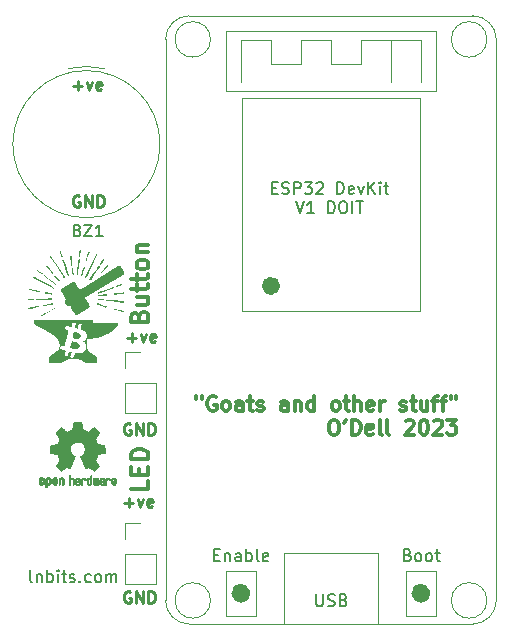
<source format=gbr>
%TF.GenerationSoftware,KiCad,Pcbnew,7.0.6-0*%
%TF.CreationDate,2023-10-04T12:05:51+01:00*%
%TF.ProjectId,NostrZapLamp,4e6f7374-725a-4617-904c-616d702e6b69,rev?*%
%TF.SameCoordinates,Original*%
%TF.FileFunction,Legend,Top*%
%TF.FilePolarity,Positive*%
%FSLAX46Y46*%
G04 Gerber Fmt 4.6, Leading zero omitted, Abs format (unit mm)*
G04 Created by KiCad (PCBNEW 7.0.6-0) date 2023-10-04 12:05:51*
%MOMM*%
%LPD*%
G01*
G04 APERTURE LIST*
%ADD10C,0.000000*%
%ADD11C,0.250000*%
%ADD12C,0.300000*%
%ADD13C,0.150000*%
%ADD14C,0.120000*%
%ADD15C,1.000000*%
%ADD16C,0.800000*%
%ADD17C,0.010000*%
G04 APERTURE END LIST*
D10*
G36*
X117335200Y-92501723D02*
G01*
X117338020Y-92501917D01*
X117340785Y-92502236D01*
X117343493Y-92502678D01*
X117346141Y-92503240D01*
X117348727Y-92503921D01*
X117351247Y-92504717D01*
X117353700Y-92505625D01*
X117356083Y-92506644D01*
X117358394Y-92507771D01*
X117360629Y-92509003D01*
X117362786Y-92510337D01*
X117364863Y-92511771D01*
X117366858Y-92513302D01*
X117368767Y-92514929D01*
X117370587Y-92516647D01*
X117372318Y-92518455D01*
X117373955Y-92520350D01*
X117375496Y-92522330D01*
X117376940Y-92524391D01*
X117378282Y-92526531D01*
X117379522Y-92528749D01*
X117380655Y-92531040D01*
X117381680Y-92533403D01*
X117382594Y-92535836D01*
X117383394Y-92538334D01*
X117384079Y-92540896D01*
X117384644Y-92543520D01*
X117385088Y-92546202D01*
X117385409Y-92548940D01*
X117385603Y-92551732D01*
X117385668Y-92554575D01*
X117385637Y-92556530D01*
X117385542Y-92558467D01*
X117385384Y-92560383D01*
X117385165Y-92562277D01*
X117384884Y-92564150D01*
X117384543Y-92565999D01*
X117384142Y-92567823D01*
X117383682Y-92569621D01*
X117383164Y-92571393D01*
X117382588Y-92573137D01*
X117381955Y-92574852D01*
X117381265Y-92576536D01*
X117380520Y-92578190D01*
X117379719Y-92579811D01*
X117378864Y-92581398D01*
X117377956Y-92582951D01*
X117376994Y-92584469D01*
X117375980Y-92585949D01*
X117374915Y-92587392D01*
X117373798Y-92588796D01*
X117372632Y-92590160D01*
X117371415Y-92591482D01*
X117370150Y-92592763D01*
X117368836Y-92593999D01*
X117367475Y-92595192D01*
X117366066Y-92596339D01*
X117364612Y-92597439D01*
X117363112Y-92598491D01*
X117361567Y-92599494D01*
X117359978Y-92600448D01*
X117358345Y-92601350D01*
X117356670Y-92602200D01*
X116079156Y-93046277D01*
X116073913Y-93048011D01*
X116069692Y-93049357D01*
X116067892Y-93049900D01*
X116066258Y-93050364D01*
X116064762Y-93050755D01*
X116063374Y-93051079D01*
X116062063Y-93051342D01*
X116060802Y-93051551D01*
X116059559Y-93051711D01*
X116058305Y-93051828D01*
X116057011Y-93051909D01*
X116055647Y-93051959D01*
X116052591Y-93051992D01*
X116049729Y-93051927D01*
X116046917Y-93051734D01*
X116044159Y-93051415D01*
X116041457Y-93050972D01*
X116038814Y-93050410D01*
X116036233Y-93049729D01*
X116033715Y-93048933D01*
X116031265Y-93048025D01*
X116028883Y-93047006D01*
X116026574Y-93045879D01*
X116024339Y-93044647D01*
X116022181Y-93043313D01*
X116020103Y-93041879D01*
X116018107Y-93040348D01*
X116016196Y-93038721D01*
X116014373Y-93037003D01*
X116012640Y-93035195D01*
X116011000Y-93033300D01*
X116009455Y-93031321D01*
X116008008Y-93029259D01*
X116006663Y-93027119D01*
X116005420Y-93024901D01*
X116004283Y-93022610D01*
X116003255Y-93020247D01*
X116002338Y-93017815D01*
X116001535Y-93015316D01*
X116000848Y-93012754D01*
X116000281Y-93010130D01*
X115999834Y-93007448D01*
X115999512Y-93004710D01*
X115999317Y-93001918D01*
X115999252Y-92999075D01*
X115999281Y-92997188D01*
X115999369Y-92995320D01*
X115999514Y-92993469D01*
X115999717Y-92991639D01*
X115999976Y-92989829D01*
X116000292Y-92988041D01*
X116000663Y-92986275D01*
X116001089Y-92984533D01*
X116001569Y-92982815D01*
X116002104Y-92981123D01*
X116002691Y-92979457D01*
X116003331Y-92977819D01*
X116004024Y-92976209D01*
X116004768Y-92974628D01*
X116005563Y-92973078D01*
X116006409Y-92971558D01*
X116007304Y-92970071D01*
X116008249Y-92968618D01*
X116009243Y-92967198D01*
X116010285Y-92965814D01*
X116011374Y-92964466D01*
X116012511Y-92963155D01*
X116013694Y-92961882D01*
X116014923Y-92960648D01*
X116016198Y-92959453D01*
X116017517Y-92958300D01*
X116018881Y-92957189D01*
X116020289Y-92956121D01*
X116021740Y-92955097D01*
X116023233Y-92954117D01*
X116024768Y-92953183D01*
X116026345Y-92952296D01*
X116980856Y-92620192D01*
X117070814Y-92588971D01*
X117091240Y-92581906D01*
X117103094Y-92577858D01*
X117129023Y-92568862D01*
X117144964Y-92563293D01*
X117154952Y-92559867D01*
X117180881Y-92550871D01*
X117196822Y-92545301D01*
X117206810Y-92541875D01*
X117232739Y-92532879D01*
X117266923Y-92520960D01*
X117278638Y-92516910D01*
X117286185Y-92514359D01*
X117294784Y-92511422D01*
X117307351Y-92507056D01*
X117312132Y-92505396D01*
X117315987Y-92504114D01*
X117317638Y-92503600D01*
X117319142Y-92503162D01*
X117320528Y-92502795D01*
X117321824Y-92502492D01*
X117323058Y-92502247D01*
X117324258Y-92502055D01*
X117325452Y-92501908D01*
X117326670Y-92501802D01*
X117327937Y-92501730D01*
X117329284Y-92501686D01*
X117332328Y-92501658D01*
X117335200Y-92501723D01*
G37*
G36*
X110962214Y-91041091D02*
G01*
X110965175Y-91041248D01*
X110968134Y-91041542D01*
X110971072Y-91041972D01*
X110973969Y-91042534D01*
X110976807Y-91043227D01*
X110979565Y-91044047D01*
X110982225Y-91044994D01*
X110984767Y-91046065D01*
X110987172Y-91047256D01*
X110989419Y-91048567D01*
X111171029Y-91190899D01*
X111350099Y-91332835D01*
X111351567Y-91334494D01*
X111352953Y-91336214D01*
X111354257Y-91337991D01*
X111355479Y-91339822D01*
X111357677Y-91343631D01*
X111359543Y-91347612D01*
X111361077Y-91351737D01*
X111362275Y-91355978D01*
X111363137Y-91360305D01*
X111363659Y-91364691D01*
X111363841Y-91369106D01*
X111363679Y-91373523D01*
X111363172Y-91377912D01*
X111362318Y-91382246D01*
X111361115Y-91386495D01*
X111359561Y-91390632D01*
X111358652Y-91392649D01*
X111357654Y-91394627D01*
X111356567Y-91396562D01*
X111355391Y-91398452D01*
X111354501Y-91399787D01*
X111353614Y-91401058D01*
X111352725Y-91402268D01*
X111351829Y-91403423D01*
X111350922Y-91404527D01*
X111350000Y-91405585D01*
X111349057Y-91406601D01*
X111348089Y-91407580D01*
X111347091Y-91408527D01*
X111346058Y-91409447D01*
X111344987Y-91410343D01*
X111343872Y-91411221D01*
X111342708Y-91412086D01*
X111341492Y-91412941D01*
X111340218Y-91413793D01*
X111338881Y-91414644D01*
X111335793Y-91416413D01*
X111332539Y-91417948D01*
X111329141Y-91419250D01*
X111325626Y-91420318D01*
X111322015Y-91421152D01*
X111318335Y-91421753D01*
X111314609Y-91422119D01*
X111310862Y-91422251D01*
X111307117Y-91422149D01*
X111303398Y-91421812D01*
X111299730Y-91421240D01*
X111296138Y-91420434D01*
X111292644Y-91419392D01*
X111289274Y-91418116D01*
X111286052Y-91416604D01*
X111283001Y-91414856D01*
X111104024Y-91274587D01*
X110924649Y-91132810D01*
X110922813Y-91131005D01*
X110921076Y-91129088D01*
X110919441Y-91127065D01*
X110917911Y-91124942D01*
X110916488Y-91122726D01*
X110915175Y-91120424D01*
X110913974Y-91118041D01*
X110912889Y-91115586D01*
X110911921Y-91113063D01*
X110911074Y-91110480D01*
X110910350Y-91107842D01*
X110909752Y-91105158D01*
X110909282Y-91102432D01*
X110908943Y-91099672D01*
X110908738Y-91096884D01*
X110908669Y-91094075D01*
X110908710Y-91091836D01*
X110908833Y-91089625D01*
X110909038Y-91087442D01*
X110909322Y-91085290D01*
X110909686Y-91083169D01*
X110910127Y-91081082D01*
X110910645Y-91079029D01*
X110911238Y-91077013D01*
X110911907Y-91075034D01*
X110912649Y-91073094D01*
X110913464Y-91071194D01*
X110914350Y-91069336D01*
X110915307Y-91067522D01*
X110916333Y-91065752D01*
X110917428Y-91064028D01*
X110918591Y-91062352D01*
X110919819Y-91060724D01*
X110921113Y-91059147D01*
X110922471Y-91057622D01*
X110923893Y-91056151D01*
X110925376Y-91054734D01*
X110926921Y-91053373D01*
X110928525Y-91052070D01*
X110930189Y-91050826D01*
X110931911Y-91049642D01*
X110933690Y-91048520D01*
X110935524Y-91047462D01*
X110937414Y-91046468D01*
X110939357Y-91045540D01*
X110941353Y-91044680D01*
X110943400Y-91043890D01*
X110945499Y-91043169D01*
X110948063Y-91042452D01*
X110950741Y-91041886D01*
X110953515Y-91041470D01*
X110956365Y-91041200D01*
X110959271Y-91041074D01*
X110962214Y-91041091D01*
G37*
G36*
X118193836Y-92946294D02*
G01*
X118195009Y-92946339D01*
X118196125Y-92946402D01*
X118197192Y-92946482D01*
X118198217Y-92946582D01*
X118199208Y-92946701D01*
X118200174Y-92946841D01*
X118201123Y-92947003D01*
X118202061Y-92947187D01*
X118202998Y-92947395D01*
X118203941Y-92947627D01*
X118204898Y-92947885D01*
X118205876Y-92948169D01*
X118210025Y-92949627D01*
X118213971Y-92951372D01*
X118217705Y-92953393D01*
X118221219Y-92955677D01*
X118224504Y-92958211D01*
X118227550Y-92960983D01*
X118230348Y-92963981D01*
X118232891Y-92967193D01*
X118235167Y-92970605D01*
X118237170Y-92974206D01*
X118238889Y-92977983D01*
X118240316Y-92981923D01*
X118241441Y-92986015D01*
X118242256Y-92990246D01*
X118242751Y-92994603D01*
X118242918Y-92999075D01*
X118242876Y-93001325D01*
X118242750Y-93003549D01*
X118242542Y-93005745D01*
X118242251Y-93007912D01*
X118241881Y-93010048D01*
X118241432Y-93012152D01*
X118240905Y-93014221D01*
X118240301Y-93016255D01*
X118239621Y-93018250D01*
X118238868Y-93020207D01*
X118238041Y-93022122D01*
X118237142Y-93023994D01*
X118236173Y-93025822D01*
X118235133Y-93027604D01*
X118234026Y-93029339D01*
X118232851Y-93031023D01*
X118231610Y-93032657D01*
X118230305Y-93034238D01*
X118228935Y-93035764D01*
X118227503Y-93037234D01*
X118226010Y-93038646D01*
X118224457Y-93039998D01*
X118222845Y-93041290D01*
X118221175Y-93042518D01*
X118219448Y-93043681D01*
X118217666Y-93044779D01*
X118215830Y-93045808D01*
X118213940Y-93046768D01*
X118211999Y-93047656D01*
X118210007Y-93048471D01*
X118207966Y-93049211D01*
X118205876Y-93049875D01*
X118116302Y-93060683D01*
X117831226Y-93092208D01*
X117444617Y-93134542D01*
X117436190Y-93135445D01*
X117432416Y-93135799D01*
X117428911Y-93136090D01*
X117425658Y-93136315D01*
X117422639Y-93136477D01*
X117419837Y-93136573D01*
X117417233Y-93136606D01*
X117414810Y-93136573D01*
X117412551Y-93136477D01*
X117410438Y-93136315D01*
X117408452Y-93136090D01*
X117406577Y-93135799D01*
X117404795Y-93135445D01*
X117403088Y-93135025D01*
X117401438Y-93134542D01*
X117397308Y-93133101D01*
X117393378Y-93131369D01*
X117389658Y-93129358D01*
X117386156Y-93127080D01*
X117382882Y-93124550D01*
X117379844Y-93121780D01*
X117377053Y-93118782D01*
X117374516Y-93115571D01*
X117372244Y-93112159D01*
X117370244Y-93108559D01*
X117368528Y-93104784D01*
X117367103Y-93100847D01*
X117365978Y-93096761D01*
X117365164Y-93092540D01*
X117364669Y-93088196D01*
X117364502Y-93083742D01*
X117364544Y-93081492D01*
X117364670Y-93079268D01*
X117364879Y-93077072D01*
X117365169Y-93074904D01*
X117365539Y-93072768D01*
X117365988Y-93070665D01*
X117366515Y-93068595D01*
X117367119Y-93066562D01*
X117367799Y-93064566D01*
X117368552Y-93062610D01*
X117369379Y-93060695D01*
X117370278Y-93058822D01*
X117371248Y-93056994D01*
X117372287Y-93055212D01*
X117373394Y-93053478D01*
X117374569Y-93051793D01*
X117375810Y-93050160D01*
X117377116Y-93048579D01*
X117378485Y-93047053D01*
X117379917Y-93045583D01*
X117381410Y-93044171D01*
X117382963Y-93042818D01*
X117384575Y-93041527D01*
X117386245Y-93040299D01*
X117387972Y-93039135D01*
X117389754Y-93038038D01*
X117391590Y-93037009D01*
X117393479Y-93036049D01*
X117395421Y-93035161D01*
X117397412Y-93034346D01*
X117399453Y-93033606D01*
X117401543Y-93032942D01*
X117413889Y-93030984D01*
X117444750Y-93027200D01*
X117568760Y-93013362D01*
X117782543Y-92990079D01*
X117869326Y-92980554D01*
X118038660Y-92962034D01*
X118176243Y-92946899D01*
X118176771Y-92946819D01*
X118177684Y-92946740D01*
X118180463Y-92946582D01*
X118188414Y-92946264D01*
X118191287Y-92946251D01*
X118193836Y-92946294D01*
G37*
G36*
X116138940Y-90702568D02*
G01*
X116141125Y-90702668D01*
X116143279Y-90702832D01*
X116145383Y-90703059D01*
X116147418Y-90703350D01*
X116149365Y-90703705D01*
X116151206Y-90704125D01*
X116152922Y-90704609D01*
X116156104Y-90705694D01*
X116159176Y-90706963D01*
X116162136Y-90708410D01*
X116164977Y-90710029D01*
X116167695Y-90711816D01*
X116170286Y-90713765D01*
X116172745Y-90715871D01*
X116175067Y-90718129D01*
X116177248Y-90720533D01*
X116179283Y-90723078D01*
X116181167Y-90725759D01*
X116182896Y-90728570D01*
X116184464Y-90731507D01*
X116185869Y-90734563D01*
X116187103Y-90737734D01*
X116188164Y-90741015D01*
X116188620Y-90742802D01*
X116188994Y-90744737D01*
X116189290Y-90746796D01*
X116189507Y-90748959D01*
X116189647Y-90751204D01*
X116189712Y-90753509D01*
X116189702Y-90755853D01*
X116189619Y-90758213D01*
X116189465Y-90760568D01*
X116189239Y-90762897D01*
X116188944Y-90765177D01*
X116188581Y-90767388D01*
X116188151Y-90769506D01*
X116187655Y-90771511D01*
X116187095Y-90773381D01*
X116186471Y-90775094D01*
X116172210Y-90796813D01*
X116132470Y-90855103D01*
X115978614Y-91078306D01*
X115584703Y-91648113D01*
X115497202Y-91774491D01*
X115437700Y-91860070D01*
X115403043Y-91909336D01*
X115394045Y-91921752D01*
X115390075Y-91926772D01*
X115388156Y-91928516D01*
X115386206Y-91930137D01*
X115384221Y-91931637D01*
X115382197Y-91933018D01*
X115380132Y-91934279D01*
X115378020Y-91935424D01*
X115375859Y-91936453D01*
X115373645Y-91937368D01*
X115371373Y-91938170D01*
X115369041Y-91938861D01*
X115366644Y-91939442D01*
X115364179Y-91939913D01*
X115361642Y-91940278D01*
X115359030Y-91940537D01*
X115356338Y-91940691D01*
X115353563Y-91940742D01*
X115351485Y-91940712D01*
X115349456Y-91940622D01*
X115347473Y-91940470D01*
X115345533Y-91940256D01*
X115343632Y-91939978D01*
X115341768Y-91939637D01*
X115339938Y-91939230D01*
X115338138Y-91938757D01*
X115336365Y-91938218D01*
X115334616Y-91937610D01*
X115332889Y-91936934D01*
X115331179Y-91936188D01*
X115329484Y-91935371D01*
X115327801Y-91934482D01*
X115326127Y-91933521D01*
X115324458Y-91932487D01*
X115321646Y-91930539D01*
X115319003Y-91928466D01*
X115316533Y-91926272D01*
X115314236Y-91923959D01*
X115312113Y-91921528D01*
X115310167Y-91918982D01*
X115308399Y-91916324D01*
X115306811Y-91913556D01*
X115305403Y-91910679D01*
X115304179Y-91907698D01*
X115303138Y-91904612D01*
X115302283Y-91901426D01*
X115301615Y-91898142D01*
X115301137Y-91894761D01*
X115300848Y-91891286D01*
X115300752Y-91887719D01*
X115300783Y-91885534D01*
X115300878Y-91883418D01*
X115301040Y-91881365D01*
X115301269Y-91879367D01*
X115301569Y-91877416D01*
X115301940Y-91875506D01*
X115302386Y-91873629D01*
X115302908Y-91871778D01*
X115303508Y-91869946D01*
X115304188Y-91868125D01*
X115304951Y-91866307D01*
X115305797Y-91864487D01*
X115306730Y-91862656D01*
X115307751Y-91860808D01*
X115308862Y-91858934D01*
X115310065Y-91857028D01*
X115564806Y-91488304D01*
X115941361Y-90943792D01*
X116082225Y-90740274D01*
X116085387Y-90735724D01*
X116088304Y-90731618D01*
X116091008Y-90727928D01*
X116093531Y-90724624D01*
X116095903Y-90721678D01*
X116098155Y-90719059D01*
X116100319Y-90716739D01*
X116102426Y-90714689D01*
X116104507Y-90712880D01*
X116106593Y-90711282D01*
X116108715Y-90709866D01*
X116110904Y-90708604D01*
X116113192Y-90707465D01*
X116115610Y-90706422D01*
X116118189Y-90705444D01*
X116120960Y-90704503D01*
X116122583Y-90704038D01*
X116124343Y-90703635D01*
X116126222Y-90703294D01*
X116128201Y-90703016D01*
X116130262Y-90702801D01*
X116132385Y-90702648D01*
X116134551Y-90702558D01*
X116136742Y-90702531D01*
X116138940Y-90702568D01*
G37*
G36*
X116100873Y-93475909D02*
G01*
X116117296Y-93477349D01*
X116139493Y-93479524D01*
X116165093Y-93482204D01*
X117064993Y-93577454D01*
X117078474Y-93578936D01*
X117089335Y-93580100D01*
X117198872Y-93591742D01*
X117333810Y-93606029D01*
X117478802Y-93621375D01*
X117553943Y-93629312D01*
X117893668Y-93665296D01*
X118035959Y-93680418D01*
X118131648Y-93690788D01*
X118186398Y-93697011D01*
X118200192Y-93698756D01*
X118205876Y-93699692D01*
X118209990Y-93701096D01*
X118213910Y-93702799D01*
X118217626Y-93704788D01*
X118221130Y-93707049D01*
X118224410Y-93709568D01*
X118227457Y-93712333D01*
X118230260Y-93715329D01*
X118232811Y-93718543D01*
X118235099Y-93721962D01*
X118237114Y-93725572D01*
X118238846Y-93729360D01*
X118240286Y-93733312D01*
X118241423Y-93737414D01*
X118242247Y-93741654D01*
X118242749Y-93746018D01*
X118242918Y-93750492D01*
X118242853Y-93753297D01*
X118242658Y-93756056D01*
X118242337Y-93758767D01*
X118241892Y-93761425D01*
X118241326Y-93764029D01*
X118240642Y-93766575D01*
X118239843Y-93769062D01*
X118238932Y-93771485D01*
X118237910Y-93773842D01*
X118236783Y-93776130D01*
X118235551Y-93778347D01*
X118234218Y-93780490D01*
X118232786Y-93782555D01*
X118231259Y-93784541D01*
X118229640Y-93786444D01*
X118227930Y-93788261D01*
X118226133Y-93789990D01*
X118224252Y-93791627D01*
X118222289Y-93793171D01*
X118220248Y-93794618D01*
X118218131Y-93795965D01*
X118215941Y-93797210D01*
X118213680Y-93798350D01*
X118211352Y-93799382D01*
X118208959Y-93800302D01*
X118206505Y-93801110D01*
X118203991Y-93801800D01*
X118201422Y-93802372D01*
X118198799Y-93802821D01*
X118196125Y-93803145D01*
X118193403Y-93803342D01*
X118190637Y-93803408D01*
X117133679Y-93692283D01*
X116314807Y-93605182D01*
X116135653Y-93585752D01*
X116078627Y-93579042D01*
X116074513Y-93577638D01*
X116070593Y-93575934D01*
X116066877Y-93573945D01*
X116063374Y-93571684D01*
X116060094Y-93569165D01*
X116057047Y-93566400D01*
X116054243Y-93563404D01*
X116051692Y-93560190D01*
X116049404Y-93556771D01*
X116047389Y-93553161D01*
X116045657Y-93549373D01*
X116044218Y-93545421D01*
X116043081Y-93541319D01*
X116042256Y-93537079D01*
X116041755Y-93532715D01*
X116041585Y-93528242D01*
X116041626Y-93526003D01*
X116041750Y-93523791D01*
X116041954Y-93521609D01*
X116042239Y-93519456D01*
X116042602Y-93517336D01*
X116043043Y-93515248D01*
X116043561Y-93513196D01*
X116044155Y-93511179D01*
X116044823Y-93509200D01*
X116045565Y-93507260D01*
X116046380Y-93505360D01*
X116047266Y-93503503D01*
X116048223Y-93501688D01*
X116049250Y-93499918D01*
X116050345Y-93498194D01*
X116051507Y-93496518D01*
X116052735Y-93494891D01*
X116054029Y-93493314D01*
X116055387Y-93491789D01*
X116056809Y-93490317D01*
X116058292Y-93488900D01*
X116059837Y-93487539D01*
X116061442Y-93486236D01*
X116063106Y-93484992D01*
X116064827Y-93483808D01*
X116066606Y-93482687D01*
X116068441Y-93481628D01*
X116070330Y-93480634D01*
X116072273Y-93479707D01*
X116074269Y-93478847D01*
X116076317Y-93478056D01*
X116078415Y-93477336D01*
X116079858Y-93476950D01*
X116081465Y-93476592D01*
X116083200Y-93476268D01*
X116085030Y-93475986D01*
X116086919Y-93475755D01*
X116088833Y-93475580D01*
X116090737Y-93475469D01*
X116092597Y-93475431D01*
X116100873Y-93475909D01*
G37*
G36*
X116498693Y-90120484D02*
G01*
X116500875Y-90120584D01*
X116503025Y-90120748D01*
X116505124Y-90120975D01*
X116507154Y-90121267D01*
X116509097Y-90121622D01*
X116510935Y-90122041D01*
X116512649Y-90122525D01*
X116515759Y-90123590D01*
X116518773Y-90124834D01*
X116521686Y-90126252D01*
X116524491Y-90127838D01*
X116527183Y-90129586D01*
X116529755Y-90131490D01*
X116532202Y-90133544D01*
X116534517Y-90135741D01*
X116536695Y-90138076D01*
X116538728Y-90140542D01*
X116540612Y-90143135D01*
X116542340Y-90145846D01*
X116543907Y-90148672D01*
X116545305Y-90151604D01*
X116546530Y-90154638D01*
X116547574Y-90157768D01*
X116548108Y-90159718D01*
X116548557Y-90161786D01*
X116548923Y-90163955D01*
X116549206Y-90166204D01*
X116549407Y-90168518D01*
X116549526Y-90170876D01*
X116549563Y-90173260D01*
X116549519Y-90175653D01*
X116549394Y-90178037D01*
X116549190Y-90180392D01*
X116548905Y-90182700D01*
X116548542Y-90184944D01*
X116548099Y-90187104D01*
X116547579Y-90189163D01*
X116546980Y-90191103D01*
X116546304Y-90192904D01*
X116438658Y-90372675D01*
X116302041Y-90598246D01*
X116300705Y-90600388D01*
X116299429Y-90602378D01*
X116298203Y-90604225D01*
X116297017Y-90605940D01*
X116295863Y-90607535D01*
X116294730Y-90609019D01*
X116293608Y-90610404D01*
X116292489Y-90611700D01*
X116291363Y-90612918D01*
X116290219Y-90614068D01*
X116289049Y-90615162D01*
X116287843Y-90616209D01*
X116286590Y-90617222D01*
X116285282Y-90618209D01*
X116283909Y-90619183D01*
X116282462Y-90620153D01*
X116280793Y-90621188D01*
X116279119Y-90622149D01*
X116277435Y-90623037D01*
X116275740Y-90623854D01*
X116274028Y-90624601D01*
X116272299Y-90625277D01*
X116270547Y-90625885D01*
X116268770Y-90626424D01*
X116266964Y-90626897D01*
X116265126Y-90627304D01*
X116263254Y-90627645D01*
X116261343Y-90627922D01*
X116259391Y-90628137D01*
X116257394Y-90628288D01*
X116255348Y-90628379D01*
X116253252Y-90628409D01*
X116250993Y-90628367D01*
X116248762Y-90628241D01*
X116246560Y-90628034D01*
X116244388Y-90627745D01*
X116242249Y-90627377D01*
X116240143Y-90626929D01*
X116238073Y-90626403D01*
X116236039Y-90625801D01*
X116234044Y-90625122D01*
X116232088Y-90624369D01*
X116230174Y-90623543D01*
X116228303Y-90622643D01*
X116226476Y-90621672D01*
X116224695Y-90620631D01*
X116222961Y-90619520D01*
X116221277Y-90618341D01*
X116219643Y-90617095D01*
X116218061Y-90615782D01*
X116216533Y-90614404D01*
X116215060Y-90612962D01*
X116213643Y-90611457D01*
X116212285Y-90609891D01*
X116210987Y-90608263D01*
X116209749Y-90606575D01*
X116208575Y-90604829D01*
X116207465Y-90603025D01*
X116206420Y-90601164D01*
X116205444Y-90599248D01*
X116204536Y-90597277D01*
X116203698Y-90595253D01*
X116202932Y-90593177D01*
X116202240Y-90591049D01*
X116201708Y-90589098D01*
X116201262Y-90587026D01*
X116200901Y-90584853D01*
X116200624Y-90582597D01*
X116200432Y-90580278D01*
X116200322Y-90577913D01*
X116200294Y-90575522D01*
X116200348Y-90573124D01*
X116200483Y-90570736D01*
X116200697Y-90568379D01*
X116200990Y-90566070D01*
X116201362Y-90563829D01*
X116201811Y-90561674D01*
X116202337Y-90559623D01*
X116202939Y-90557697D01*
X116203616Y-90555913D01*
X116326184Y-90351495D01*
X116453276Y-90141998D01*
X116454455Y-90140388D01*
X116455726Y-90138813D01*
X116457084Y-90137277D01*
X116458525Y-90135784D01*
X116460045Y-90134337D01*
X116461637Y-90132939D01*
X116463299Y-90131593D01*
X116465024Y-90130304D01*
X116466810Y-90129074D01*
X116468650Y-90127907D01*
X116470540Y-90126807D01*
X116472476Y-90125776D01*
X116474453Y-90124818D01*
X116476466Y-90123937D01*
X116478510Y-90123136D01*
X116480582Y-90122419D01*
X116482241Y-90121954D01*
X116484030Y-90121551D01*
X116485933Y-90121210D01*
X116487929Y-90120932D01*
X116490002Y-90120717D01*
X116492133Y-90120564D01*
X116494304Y-90120474D01*
X116496497Y-90120448D01*
X116498693Y-90120484D01*
G37*
G36*
X115281690Y-89474901D02*
G01*
X115283875Y-89475001D01*
X115286029Y-89475165D01*
X115288133Y-89475392D01*
X115290168Y-89475683D01*
X115292115Y-89476039D01*
X115293956Y-89476458D01*
X115295672Y-89476942D01*
X115298068Y-89477749D01*
X115300447Y-89478698D01*
X115302799Y-89479779D01*
X115305116Y-89480985D01*
X115307387Y-89482309D01*
X115309604Y-89483741D01*
X115311757Y-89485276D01*
X115313836Y-89486903D01*
X115315831Y-89488617D01*
X115317735Y-89490408D01*
X115319536Y-89492268D01*
X115321226Y-89494191D01*
X115322794Y-89496167D01*
X115324233Y-89498190D01*
X115325532Y-89500251D01*
X115326681Y-89502342D01*
X115327517Y-89504045D01*
X115328280Y-89505709D01*
X115328972Y-89507342D01*
X115329595Y-89508955D01*
X115330149Y-89510557D01*
X115330636Y-89512159D01*
X115331058Y-89513770D01*
X115331417Y-89515399D01*
X115331714Y-89517057D01*
X115331950Y-89518753D01*
X115332127Y-89520497D01*
X115332247Y-89522299D01*
X115332312Y-89524169D01*
X115332321Y-89526116D01*
X115332279Y-89528150D01*
X115332185Y-89530281D01*
X115331761Y-89540971D01*
X115219366Y-89893819D01*
X115139158Y-90144618D01*
X115114100Y-90222134D01*
X115104114Y-90252065D01*
X115103341Y-90253432D01*
X115102423Y-90254867D01*
X115101376Y-90256351D01*
X115100216Y-90257871D01*
X115098958Y-90259409D01*
X115097619Y-90260952D01*
X115096215Y-90262482D01*
X115094761Y-90263984D01*
X115093273Y-90265444D01*
X115091768Y-90266844D01*
X115090262Y-90268169D01*
X115088769Y-90269404D01*
X115087308Y-90270532D01*
X115085892Y-90271539D01*
X115084539Y-90272409D01*
X115083264Y-90273126D01*
X115081128Y-90274150D01*
X115078967Y-90275080D01*
X115076785Y-90275916D01*
X115074584Y-90276659D01*
X115072368Y-90277308D01*
X115070138Y-90277866D01*
X115067899Y-90278331D01*
X115065653Y-90278705D01*
X115063403Y-90278989D01*
X115061152Y-90279182D01*
X115058903Y-90279285D01*
X115056658Y-90279299D01*
X115054421Y-90279224D01*
X115052194Y-90279060D01*
X115049981Y-90278809D01*
X115047784Y-90278471D01*
X115045606Y-90278045D01*
X115043451Y-90277534D01*
X115041320Y-90276936D01*
X115039218Y-90276254D01*
X115037146Y-90275486D01*
X115035108Y-90274634D01*
X115033107Y-90273699D01*
X115031145Y-90272680D01*
X115029226Y-90271578D01*
X115027352Y-90270394D01*
X115025526Y-90269128D01*
X115023752Y-90267781D01*
X115022032Y-90266353D01*
X115020368Y-90264845D01*
X115018765Y-90263257D01*
X115017225Y-90261590D01*
X115015506Y-90259559D01*
X115013923Y-90257510D01*
X115012471Y-90255436D01*
X115011149Y-90253334D01*
X115009955Y-90251195D01*
X115008886Y-90249016D01*
X115007941Y-90246790D01*
X115007117Y-90244511D01*
X115006412Y-90242174D01*
X115005825Y-90239773D01*
X115005351Y-90237303D01*
X115004991Y-90234756D01*
X115004740Y-90232129D01*
X115004598Y-90229414D01*
X115004562Y-90226607D01*
X115004630Y-90223701D01*
X115005159Y-90213013D01*
X115117554Y-89860164D01*
X115197763Y-89609326D01*
X115222821Y-89531805D01*
X115232807Y-89501918D01*
X115233561Y-89500587D01*
X115234462Y-89499182D01*
X115235492Y-89497722D01*
X115236637Y-89496221D01*
X115237878Y-89494698D01*
X115239199Y-89493169D01*
X115240584Y-89491650D01*
X115242014Y-89490158D01*
X115243475Y-89488709D01*
X115244949Y-89487320D01*
X115246419Y-89486008D01*
X115247868Y-89484788D01*
X115249280Y-89483679D01*
X115250639Y-89482696D01*
X115251926Y-89481856D01*
X115253127Y-89481175D01*
X115254211Y-89480637D01*
X115255450Y-89480066D01*
X115256801Y-89479477D01*
X115258220Y-89478886D01*
X115259664Y-89478311D01*
X115261089Y-89477767D01*
X115262452Y-89477269D01*
X115263710Y-89476836D01*
X115265333Y-89476370D01*
X115267093Y-89475968D01*
X115268972Y-89475627D01*
X115270951Y-89475349D01*
X115273012Y-89475133D01*
X115275135Y-89474981D01*
X115277301Y-89474891D01*
X115279493Y-89474864D01*
X115281690Y-89474901D01*
G37*
G36*
X110235778Y-92649928D02*
G01*
X110237722Y-92650020D01*
X110239575Y-92650161D01*
X110241314Y-92650351D01*
X110242914Y-92650592D01*
X110244353Y-92650883D01*
X110253230Y-92652656D01*
X110268377Y-92655540D01*
X111074827Y-92811221D01*
X111078742Y-92812768D01*
X111082466Y-92814583D01*
X111085989Y-92816655D01*
X111089303Y-92818972D01*
X111092400Y-92821520D01*
X111095272Y-92824290D01*
X111097910Y-92827268D01*
X111100306Y-92830443D01*
X111102452Y-92833803D01*
X111104338Y-92837335D01*
X111105958Y-92841029D01*
X111107301Y-92844871D01*
X111108361Y-92848850D01*
X111109128Y-92852955D01*
X111109595Y-92857173D01*
X111109752Y-92861492D01*
X111109686Y-92864297D01*
X111109492Y-92867057D01*
X111109170Y-92869767D01*
X111108725Y-92872425D01*
X111108159Y-92875029D01*
X111107475Y-92877576D01*
X111106675Y-92880062D01*
X111105763Y-92882485D01*
X111104742Y-92884842D01*
X111103613Y-92887130D01*
X111102380Y-92889347D01*
X111101046Y-92891490D01*
X111099613Y-92893555D01*
X111098084Y-92895541D01*
X111096462Y-92897444D01*
X111094750Y-92899261D01*
X111092951Y-92900990D01*
X111091067Y-92902628D01*
X111089101Y-92904171D01*
X111087056Y-92905618D01*
X111084934Y-92906966D01*
X111082740Y-92908211D01*
X111080474Y-92909350D01*
X111078141Y-92910382D01*
X111075742Y-92911303D01*
X111073282Y-92912110D01*
X111070761Y-92912800D01*
X111068184Y-92913372D01*
X111065553Y-92913821D01*
X111062871Y-92914146D01*
X111060141Y-92914342D01*
X111057365Y-92914409D01*
X111036185Y-92911181D01*
X110970952Y-92899142D01*
X110633396Y-92834504D01*
X110338717Y-92777645D01*
X110213344Y-92753012D01*
X110209428Y-92751448D01*
X110205705Y-92749619D01*
X110202182Y-92747539D01*
X110198868Y-92745217D01*
X110195770Y-92742666D01*
X110192898Y-92739897D01*
X110190260Y-92736921D01*
X110187864Y-92733751D01*
X110185719Y-92730397D01*
X110183832Y-92726871D01*
X110182213Y-92723184D01*
X110180869Y-92719348D01*
X110179810Y-92715374D01*
X110179043Y-92711274D01*
X110178576Y-92707060D01*
X110178419Y-92702742D01*
X110178460Y-92700503D01*
X110178584Y-92698291D01*
X110178788Y-92696109D01*
X110179072Y-92693956D01*
X110179436Y-92691836D01*
X110179877Y-92689749D01*
X110180395Y-92687696D01*
X110180988Y-92685679D01*
X110181657Y-92683700D01*
X110182399Y-92681760D01*
X110183214Y-92679861D01*
X110184100Y-92678003D01*
X110185057Y-92676188D01*
X110186084Y-92674418D01*
X110187178Y-92672694D01*
X110188341Y-92671018D01*
X110189569Y-92669391D01*
X110190863Y-92667814D01*
X110192221Y-92666289D01*
X110193643Y-92664817D01*
X110195126Y-92663400D01*
X110196671Y-92662039D01*
X110198276Y-92660736D01*
X110199939Y-92659492D01*
X110201661Y-92658308D01*
X110203440Y-92657187D01*
X110205274Y-92656128D01*
X110207164Y-92655134D01*
X110209107Y-92654207D01*
X110211103Y-92653347D01*
X110213150Y-92652556D01*
X110215249Y-92651836D01*
X110216613Y-92651458D01*
X110218149Y-92651118D01*
X110219833Y-92650817D01*
X110221642Y-92650556D01*
X110223551Y-92650336D01*
X110225536Y-92650158D01*
X110227575Y-92650023D01*
X110229642Y-92649931D01*
X110231714Y-92649884D01*
X110233767Y-92649883D01*
X110235778Y-92649928D01*
G37*
G36*
X111602278Y-92926050D02*
G01*
X111622872Y-92929304D01*
X111707762Y-92945279D01*
X111877255Y-92978438D01*
X112071089Y-93016670D01*
X112154433Y-93033471D01*
X112158329Y-93035019D01*
X112162036Y-93036838D01*
X112165545Y-93038914D01*
X112168848Y-93041237D01*
X112171935Y-93043792D01*
X112174798Y-93046568D01*
X112177429Y-93049552D01*
X112179820Y-93052733D01*
X112181961Y-93056097D01*
X112183844Y-93059632D01*
X112185461Y-93063326D01*
X112186803Y-93067166D01*
X112187862Y-93071140D01*
X112188628Y-93075236D01*
X112189095Y-93079440D01*
X112189252Y-93083742D01*
X112189210Y-93085982D01*
X112189085Y-93088196D01*
X112188878Y-93090382D01*
X112188589Y-93092540D01*
X112188222Y-93094667D01*
X112187775Y-93096761D01*
X112187251Y-93098822D01*
X112186651Y-93100847D01*
X112185975Y-93102835D01*
X112185226Y-93104784D01*
X112184403Y-93106692D01*
X112183509Y-93108559D01*
X112182544Y-93110381D01*
X112181510Y-93112159D01*
X112180407Y-93113889D01*
X112179237Y-93115571D01*
X112178002Y-93117203D01*
X112176701Y-93118782D01*
X112175336Y-93120309D01*
X112173909Y-93121780D01*
X112172421Y-93123194D01*
X112170872Y-93124550D01*
X112169264Y-93125846D01*
X112167597Y-93127080D01*
X112165874Y-93128252D01*
X112164096Y-93129358D01*
X112162262Y-93130398D01*
X112160375Y-93131369D01*
X112158436Y-93132271D01*
X112156446Y-93133101D01*
X112154405Y-93133859D01*
X112152316Y-93134542D01*
X112147669Y-93135991D01*
X112141653Y-93136552D01*
X112130319Y-93135546D01*
X112109718Y-93132293D01*
X112024919Y-93116325D01*
X111855665Y-93083213D01*
X111661832Y-93044980D01*
X111578488Y-93028179D01*
X111574591Y-93026631D01*
X111570884Y-93024812D01*
X111567375Y-93022736D01*
X111564073Y-93020414D01*
X111560986Y-93017858D01*
X111558123Y-93015082D01*
X111555491Y-93012098D01*
X111553101Y-93008918D01*
X111550960Y-93005554D01*
X111549077Y-93002019D01*
X111547460Y-92998325D01*
X111546118Y-92994485D01*
X111545059Y-92990510D01*
X111544292Y-92986415D01*
X111543826Y-92982210D01*
X111543669Y-92977908D01*
X111543710Y-92975669D01*
X111543833Y-92973458D01*
X111544038Y-92971275D01*
X111544322Y-92969123D01*
X111544686Y-92967002D01*
X111545127Y-92964915D01*
X111545645Y-92962862D01*
X111546238Y-92960846D01*
X111546907Y-92958867D01*
X111547649Y-92956927D01*
X111548464Y-92955027D01*
X111549350Y-92953169D01*
X111550307Y-92951355D01*
X111551333Y-92949585D01*
X111552428Y-92947861D01*
X111553591Y-92946185D01*
X111554819Y-92944557D01*
X111556113Y-92942980D01*
X111557471Y-92941456D01*
X111558893Y-92939984D01*
X111560376Y-92938567D01*
X111561921Y-92937206D01*
X111563525Y-92935903D01*
X111565189Y-92934659D01*
X111566911Y-92933475D01*
X111568690Y-92932353D01*
X111570524Y-92931295D01*
X111572414Y-92930301D01*
X111574357Y-92929374D01*
X111576353Y-92928514D01*
X111578400Y-92927723D01*
X111580499Y-92927002D01*
X111585041Y-92925584D01*
X111590984Y-92925038D01*
X111602278Y-92926050D01*
G37*
G36*
X112129139Y-93454357D02*
G01*
X112133784Y-93454418D01*
X112137776Y-93454514D01*
X112141171Y-93454645D01*
X112144025Y-93454812D01*
X112146394Y-93455015D01*
X112148334Y-93455255D01*
X112149901Y-93455534D01*
X112151152Y-93455852D01*
X112155452Y-93457308D01*
X112159535Y-93459051D01*
X112163393Y-93461068D01*
X112167017Y-93463348D01*
X112170400Y-93465878D01*
X112173532Y-93468649D01*
X112176406Y-93471647D01*
X112179013Y-93474862D01*
X112181344Y-93478281D01*
X112183392Y-93481893D01*
X112185148Y-93485687D01*
X112186603Y-93489650D01*
X112187749Y-93493772D01*
X112188578Y-93498040D01*
X112189082Y-93502443D01*
X112189252Y-93506969D01*
X112189211Y-93509227D01*
X112189088Y-93511456D01*
X112188885Y-93513654D01*
X112188602Y-93515820D01*
X112188241Y-93517952D01*
X112187802Y-93520050D01*
X112187287Y-93522112D01*
X112186695Y-93524137D01*
X112186029Y-93526123D01*
X112185290Y-93528069D01*
X112184477Y-93529973D01*
X112183593Y-93531834D01*
X112182638Y-93533652D01*
X112181612Y-93535423D01*
X112180518Y-93537148D01*
X112179356Y-93538825D01*
X112178128Y-93540452D01*
X112176833Y-93542028D01*
X112175473Y-93543551D01*
X112174049Y-93545021D01*
X112172562Y-93546436D01*
X112171012Y-93547795D01*
X112169402Y-93549096D01*
X112167731Y-93550338D01*
X112166002Y-93551519D01*
X112164213Y-93552638D01*
X112162368Y-93553695D01*
X112160466Y-93554686D01*
X112158509Y-93555612D01*
X112156498Y-93556471D01*
X112154433Y-93557261D01*
X112152316Y-93557981D01*
X112137602Y-93559459D01*
X112065797Y-93561314D01*
X111523031Y-93570681D01*
X110873638Y-93581159D01*
X110866129Y-93581142D01*
X110859924Y-93581087D01*
X110854858Y-93580985D01*
X110852700Y-93580914D01*
X110850765Y-93580828D01*
X110849032Y-93580725D01*
X110847480Y-93580605D01*
X110846090Y-93580467D01*
X110844840Y-93580310D01*
X110843709Y-93580132D01*
X110842678Y-93579933D01*
X110841725Y-93579711D01*
X110840830Y-93579465D01*
X110836566Y-93578008D01*
X110832512Y-93576266D01*
X110828677Y-93574249D01*
X110825070Y-93571969D01*
X110821700Y-93569438D01*
X110818576Y-93566667D01*
X110815707Y-93563669D01*
X110813101Y-93560454D01*
X110810769Y-93557035D01*
X110808718Y-93553423D01*
X110806958Y-93549629D01*
X110805498Y-93545666D01*
X110804346Y-93541545D01*
X110803513Y-93537277D01*
X110803006Y-93532874D01*
X110802835Y-93528348D01*
X110802876Y-93526090D01*
X110802999Y-93523861D01*
X110803202Y-93521663D01*
X110803485Y-93519497D01*
X110803846Y-93517364D01*
X110804285Y-93515266D01*
X110804801Y-93513204D01*
X110805392Y-93511179D01*
X110806058Y-93509193D01*
X110806798Y-93507248D01*
X110807610Y-93505343D01*
X110808495Y-93503482D01*
X110809450Y-93501665D01*
X110810475Y-93499893D01*
X110811569Y-93498168D01*
X110812731Y-93496491D01*
X110813960Y-93494865D01*
X110815255Y-93493289D01*
X110816615Y-93491765D01*
X110818039Y-93490295D01*
X110819526Y-93488880D01*
X110821075Y-93487521D01*
X110822685Y-93486221D01*
X110824356Y-93484979D01*
X110826086Y-93483798D01*
X110827874Y-93482678D01*
X110829719Y-93481622D01*
X110831621Y-93480630D01*
X110833578Y-93479704D01*
X110835589Y-93478846D01*
X110837654Y-93478056D01*
X110839771Y-93477336D01*
X110854105Y-93475880D01*
X110923247Y-93474108D01*
X111444714Y-93465165D01*
X112061723Y-93455005D01*
X112084405Y-93454663D01*
X112102902Y-93454438D01*
X112117664Y-93454333D01*
X112129139Y-93454357D01*
G37*
G36*
X114530274Y-89358484D02*
G01*
X114532459Y-89358585D01*
X114534612Y-89358748D01*
X114536716Y-89358976D01*
X114538751Y-89359267D01*
X114540698Y-89359622D01*
X114542539Y-89360042D01*
X114544255Y-89360525D01*
X114548332Y-89361965D01*
X114552219Y-89363696D01*
X114555907Y-89365704D01*
X114559386Y-89367975D01*
X114562646Y-89370494D01*
X114565675Y-89373248D01*
X114568465Y-89376223D01*
X114571005Y-89379403D01*
X114573284Y-89382776D01*
X114575292Y-89386327D01*
X114577020Y-89390042D01*
X114578456Y-89393907D01*
X114579591Y-89397908D01*
X114580414Y-89402031D01*
X114580916Y-89406261D01*
X114581085Y-89410584D01*
X114572829Y-89490406D01*
X114554481Y-89653631D01*
X114535678Y-89815903D01*
X114526052Y-89892867D01*
X114525263Y-89895265D01*
X114524331Y-89897651D01*
X114523263Y-89900014D01*
X114522068Y-89902344D01*
X114520753Y-89904631D01*
X114519327Y-89906866D01*
X114517796Y-89909037D01*
X114516170Y-89911136D01*
X114514455Y-89913152D01*
X114512660Y-89915074D01*
X114510793Y-89916893D01*
X114508862Y-89918599D01*
X114506874Y-89920182D01*
X114504838Y-89921631D01*
X114502761Y-89922936D01*
X114500652Y-89924088D01*
X114497370Y-89925621D01*
X114494004Y-89926926D01*
X114490567Y-89928005D01*
X114487074Y-89928857D01*
X114483539Y-89929483D01*
X114479978Y-89929884D01*
X114476403Y-89930061D01*
X114472831Y-89930014D01*
X114469274Y-89929744D01*
X114465749Y-89929251D01*
X114462268Y-89928536D01*
X114458846Y-89927600D01*
X114455498Y-89926443D01*
X114452239Y-89925066D01*
X114449082Y-89923469D01*
X114446042Y-89921654D01*
X114443264Y-89919740D01*
X114440648Y-89917691D01*
X114438195Y-89915514D01*
X114435908Y-89913212D01*
X114433790Y-89910790D01*
X114431844Y-89908253D01*
X114430070Y-89905607D01*
X114428473Y-89902855D01*
X114427055Y-89900002D01*
X114425818Y-89897054D01*
X114424764Y-89894016D01*
X114423896Y-89890891D01*
X114423217Y-89887684D01*
X114422729Y-89884402D01*
X114422434Y-89881048D01*
X114422335Y-89877627D01*
X114430577Y-89797777D01*
X114448899Y-89634594D01*
X114467698Y-89472383D01*
X114477368Y-89395450D01*
X114478391Y-89392363D01*
X114479590Y-89389374D01*
X114480960Y-89386489D01*
X114482498Y-89383711D01*
X114484198Y-89381046D01*
X114486056Y-89378497D01*
X114488068Y-89376070D01*
X114490227Y-89373768D01*
X114492531Y-89371596D01*
X114494974Y-89369559D01*
X114497551Y-89367662D01*
X114500258Y-89365908D01*
X114503091Y-89364302D01*
X114506044Y-89362849D01*
X114509113Y-89361553D01*
X114512294Y-89360419D01*
X114513916Y-89359954D01*
X114515677Y-89359551D01*
X114517556Y-89359210D01*
X114519535Y-89358932D01*
X114521595Y-89358717D01*
X114523718Y-89358564D01*
X114525884Y-89358474D01*
X114528076Y-89358448D01*
X114530274Y-89358484D01*
G37*
G36*
X110613940Y-91612728D02*
G01*
X110616081Y-91612787D01*
X110618179Y-91612904D01*
X110620213Y-91613077D01*
X110622160Y-91613308D01*
X110623999Y-91613597D01*
X110625705Y-91613945D01*
X110627258Y-91614352D01*
X110628264Y-91614675D01*
X110629327Y-91615043D01*
X110630432Y-91615449D01*
X110631566Y-91615888D01*
X110633857Y-91616835D01*
X110636082Y-91617831D01*
X110637133Y-91618330D01*
X110638123Y-91618822D01*
X110639039Y-91619299D01*
X110639864Y-91619754D01*
X110640584Y-91620182D01*
X110641185Y-91620575D01*
X110641651Y-91620927D01*
X110641969Y-91621231D01*
X110642055Y-91621303D01*
X110642193Y-91621398D01*
X110642610Y-91621653D01*
X110643196Y-91621984D01*
X110643927Y-91622382D01*
X110645719Y-91623329D01*
X110647790Y-91624406D01*
X110648340Y-91624665D01*
X110648877Y-91624925D01*
X110649398Y-91625183D01*
X110649901Y-91625440D01*
X110650382Y-91625691D01*
X110650839Y-91625937D01*
X110651267Y-91626175D01*
X110651666Y-91626403D01*
X110652030Y-91626621D01*
X110652359Y-91626825D01*
X110652648Y-91627015D01*
X110652894Y-91627189D01*
X110653096Y-91627344D01*
X110653249Y-91627480D01*
X110653306Y-91627540D01*
X110653351Y-91627595D01*
X110653382Y-91627644D01*
X110653399Y-91627686D01*
X110653420Y-91627735D01*
X110653443Y-91627783D01*
X110653469Y-91627830D01*
X110653497Y-91627875D01*
X110653527Y-91627919D01*
X110653559Y-91627961D01*
X110653629Y-91628042D01*
X110653705Y-91628117D01*
X110653787Y-91628187D01*
X110653875Y-91628251D01*
X110653968Y-91628308D01*
X110654064Y-91628360D01*
X110654162Y-91628405D01*
X110654264Y-91628444D01*
X110654366Y-91628476D01*
X110654469Y-91628501D01*
X110654572Y-91628519D01*
X110654674Y-91628530D01*
X110654775Y-91628534D01*
X110654893Y-91628547D01*
X110655049Y-91628586D01*
X110655240Y-91628649D01*
X110655462Y-91628735D01*
X110655995Y-91628969D01*
X110656627Y-91629274D01*
X110657338Y-91629639D01*
X110658108Y-91630051D01*
X110658919Y-91630498D01*
X110659749Y-91630968D01*
X110660688Y-91631558D01*
X110661884Y-91632279D01*
X110664842Y-91633997D01*
X110668217Y-91635894D01*
X110671602Y-91637741D01*
X110678653Y-91641564D01*
X110681946Y-91643381D01*
X110684514Y-91644832D01*
X110689488Y-91647570D01*
X110692134Y-91649014D01*
X110693357Y-91649663D01*
X110694462Y-91650229D01*
X110714994Y-91661659D01*
X110724519Y-91666951D01*
X110727140Y-91668426D01*
X110730009Y-91670020D01*
X110732779Y-91671535D01*
X110735102Y-91672772D01*
X110745156Y-91678275D01*
X110747529Y-91679558D01*
X110750011Y-91680921D01*
X110752315Y-91682204D01*
X110754152Y-91683249D01*
X110774472Y-91694573D01*
X110779274Y-91697193D01*
X110784314Y-91699971D01*
X110786762Y-91701352D01*
X110789447Y-91702842D01*
X110794263Y-91705474D01*
X110798800Y-91707961D01*
X110803259Y-91710448D01*
X110816342Y-91717724D01*
X110820925Y-91720241D01*
X110824743Y-91722302D01*
X110827031Y-91723544D01*
X110829558Y-91724934D01*
X110832006Y-91726305D01*
X110834056Y-91727488D01*
X110838567Y-91729961D01*
X110843475Y-91732673D01*
X110848397Y-91735399D01*
X110853000Y-91737965D01*
X110865965Y-91745188D01*
X110874167Y-91749713D01*
X110875262Y-91750274D01*
X110876461Y-91750911D01*
X110879022Y-91752319D01*
X110883798Y-91755004D01*
X110888626Y-91757663D01*
X110891224Y-91759097D01*
X110893534Y-91760402D01*
X110902742Y-91765482D01*
X110915707Y-91772705D01*
X110923909Y-91777229D01*
X110924999Y-91777786D01*
X110926184Y-91778410D01*
X110928698Y-91779769D01*
X110933328Y-91782309D01*
X110943594Y-91788024D01*
X110953119Y-91793316D01*
X110954918Y-91794343D01*
X110957114Y-91795578D01*
X110961585Y-91798078D01*
X110963927Y-91799332D01*
X110966745Y-91800883D01*
X110972380Y-91804005D01*
X110977393Y-91806796D01*
X110982474Y-91809588D01*
X110995981Y-91816917D01*
X110997706Y-91817826D01*
X110999360Y-91818711D01*
X111000902Y-91819549D01*
X111002291Y-91820317D01*
X111003488Y-91820990D01*
X111004449Y-91821545D01*
X111005136Y-91821959D01*
X111005363Y-91822106D01*
X111005506Y-91822209D01*
X111006311Y-91822708D01*
X111007663Y-91823505D01*
X111009391Y-91824500D01*
X111011327Y-91825595D01*
X111016486Y-91828439D01*
X111022122Y-91831522D01*
X111024803Y-91833041D01*
X111027691Y-91834631D01*
X111032705Y-91837342D01*
X111049136Y-91846312D01*
X111054910Y-91849516D01*
X111060328Y-91852582D01*
X111067637Y-91856703D01*
X111073398Y-91859912D01*
X111082341Y-91864859D01*
X111099089Y-91873974D01*
X111106689Y-91878179D01*
X111115044Y-91882851D01*
X111125640Y-91888791D01*
X111132506Y-91892588D01*
X111149373Y-91901808D01*
X111169019Y-91912696D01*
X111190714Y-91924787D01*
X111196909Y-91928204D01*
X111203203Y-91931640D01*
X111212291Y-91936641D01*
X111218101Y-91939855D01*
X111223840Y-91943070D01*
X111241343Y-91952767D01*
X111252733Y-91959051D01*
X111263052Y-91964686D01*
X111278133Y-91973021D01*
X111293161Y-91981408D01*
X111303427Y-91987096D01*
X111473289Y-92080971D01*
X111979173Y-92360900D01*
X112222642Y-92495758D01*
X112326412Y-92553623D01*
X112327497Y-92554402D01*
X112328605Y-92555268D01*
X112329726Y-92556210D01*
X112330855Y-92557221D01*
X112331984Y-92558291D01*
X112333104Y-92559412D01*
X112334208Y-92560575D01*
X112335289Y-92561772D01*
X112336339Y-92562993D01*
X112337350Y-92564231D01*
X112338315Y-92565476D01*
X112339226Y-92566719D01*
X112340076Y-92567953D01*
X112340857Y-92569168D01*
X112341561Y-92570356D01*
X112342181Y-92571508D01*
X112343186Y-92573588D01*
X112344096Y-92575697D01*
X112344912Y-92577833D01*
X112345635Y-92579992D01*
X112346266Y-92582172D01*
X112346805Y-92584368D01*
X112347252Y-92586578D01*
X112347609Y-92588799D01*
X112347875Y-92591027D01*
X112348051Y-92593259D01*
X112348139Y-92595493D01*
X112348138Y-92597724D01*
X112348049Y-92599951D01*
X112347873Y-92602168D01*
X112347610Y-92604374D01*
X112347261Y-92606566D01*
X112346827Y-92608739D01*
X112346307Y-92610891D01*
X112345703Y-92613019D01*
X112345015Y-92615119D01*
X112344244Y-92617189D01*
X112343390Y-92619224D01*
X112342455Y-92621223D01*
X112341437Y-92623181D01*
X112340339Y-92625096D01*
X112339160Y-92626965D01*
X112337902Y-92628784D01*
X112336564Y-92630549D01*
X112335148Y-92632259D01*
X112333654Y-92633909D01*
X112332082Y-92635497D01*
X112330434Y-92637019D01*
X112328536Y-92638628D01*
X112326609Y-92640122D01*
X112324651Y-92641502D01*
X112322657Y-92642770D01*
X112320624Y-92643928D01*
X112318548Y-92644978D01*
X112316426Y-92645920D01*
X112314255Y-92646756D01*
X112312030Y-92647488D01*
X112309748Y-92648117D01*
X112307405Y-92648646D01*
X112304999Y-92649074D01*
X112302525Y-92649405D01*
X112299980Y-92649639D01*
X112297360Y-92649779D01*
X112294662Y-92649825D01*
X112292095Y-92649794D01*
X112290901Y-92649755D01*
X112289761Y-92649698D01*
X112288667Y-92649623D01*
X112287615Y-92649529D01*
X112286599Y-92649416D01*
X112285613Y-92649283D01*
X112284652Y-92649128D01*
X112283711Y-92648952D01*
X112282783Y-92648753D01*
X112281863Y-92648530D01*
X112280945Y-92648283D01*
X112280025Y-92648012D01*
X112279096Y-92647714D01*
X112278152Y-92647391D01*
X112258897Y-92637307D01*
X112211583Y-92611566D01*
X112061194Y-92528752D01*
X111218231Y-92062132D01*
X110581009Y-91708861D01*
X110579923Y-91708081D01*
X110578816Y-91707215D01*
X110577694Y-91706273D01*
X110576565Y-91705262D01*
X110575437Y-91704192D01*
X110574317Y-91703071D01*
X110573213Y-91701908D01*
X110572132Y-91700712D01*
X110571082Y-91699490D01*
X110570071Y-91698253D01*
X110569106Y-91697008D01*
X110568195Y-91695764D01*
X110567345Y-91694530D01*
X110566564Y-91693315D01*
X110565860Y-91692127D01*
X110565239Y-91690975D01*
X110563706Y-91687693D01*
X110562401Y-91684327D01*
X110561323Y-91680890D01*
X110560470Y-91677397D01*
X110559844Y-91673862D01*
X110559443Y-91670301D01*
X110559266Y-91666727D01*
X110559313Y-91663154D01*
X110559583Y-91659598D01*
X110560076Y-91656072D01*
X110560791Y-91652591D01*
X110561727Y-91649169D01*
X110562884Y-91645821D01*
X110564261Y-91642562D01*
X110565858Y-91639405D01*
X110567674Y-91636365D01*
X110568991Y-91634405D01*
X110570365Y-91632533D01*
X110571796Y-91630747D01*
X110573288Y-91629046D01*
X110574841Y-91627428D01*
X110576456Y-91625891D01*
X110578137Y-91624435D01*
X110579884Y-91623056D01*
X110581700Y-91621755D01*
X110583585Y-91620529D01*
X110585542Y-91619377D01*
X110587572Y-91618297D01*
X110589677Y-91617288D01*
X110591859Y-91616348D01*
X110594120Y-91615476D01*
X110596460Y-91614669D01*
X110597976Y-91614239D01*
X110599650Y-91613861D01*
X110601461Y-91613537D01*
X110603386Y-91613265D01*
X110605402Y-91613048D01*
X110607489Y-91612885D01*
X110609622Y-91612777D01*
X110611780Y-91612725D01*
X110613940Y-91612728D01*
G37*
G36*
X113823176Y-97068616D02*
G01*
X113823327Y-97068631D01*
X113823481Y-97068656D01*
X113823637Y-97068690D01*
X113823795Y-97068735D01*
X113823954Y-97068790D01*
X113851126Y-97075166D01*
X113931798Y-97093449D01*
X113967260Y-97101642D01*
X114001795Y-97110083D01*
X114035261Y-97118729D01*
X114067516Y-97127540D01*
X114098416Y-97136476D01*
X114127819Y-97145494D01*
X114155583Y-97154555D01*
X114181564Y-97163616D01*
X114205337Y-97172532D01*
X114228551Y-97181856D01*
X114251086Y-97191533D01*
X114272819Y-97201505D01*
X114293630Y-97211715D01*
X114313396Y-97222106D01*
X114331997Y-97232621D01*
X114349310Y-97243203D01*
X114371900Y-97258414D01*
X114392678Y-97274079D01*
X114411645Y-97290200D01*
X114428799Y-97306775D01*
X114444141Y-97323803D01*
X114457670Y-97341283D01*
X114463755Y-97350193D01*
X114469385Y-97359215D01*
X114474563Y-97368351D01*
X114479287Y-97377598D01*
X114483557Y-97386959D01*
X114487374Y-97396432D01*
X114490737Y-97406017D01*
X114493646Y-97415715D01*
X114496101Y-97425524D01*
X114498102Y-97435446D01*
X114499649Y-97445480D01*
X114500743Y-97455626D01*
X114501382Y-97465883D01*
X114501567Y-97476252D01*
X114501298Y-97486733D01*
X114500575Y-97497325D01*
X114499397Y-97508028D01*
X114497765Y-97518843D01*
X114493137Y-97540806D01*
X114490488Y-97550683D01*
X114487542Y-97560306D01*
X114485957Y-97565021D01*
X114484297Y-97569672D01*
X114482564Y-97574256D01*
X114480755Y-97578774D01*
X114478873Y-97583225D01*
X114476916Y-97587608D01*
X114474884Y-97591924D01*
X114472778Y-97596170D01*
X114470598Y-97600347D01*
X114468343Y-97604454D01*
X114466014Y-97608490D01*
X114463610Y-97612455D01*
X114459487Y-97618848D01*
X114455136Y-97625088D01*
X114450561Y-97631170D01*
X114445764Y-97637093D01*
X114440749Y-97642855D01*
X114435519Y-97648452D01*
X114430077Y-97653881D01*
X114424425Y-97659142D01*
X114418568Y-97664229D01*
X114412508Y-97669142D01*
X114406249Y-97673877D01*
X114399793Y-97678431D01*
X114393143Y-97682803D01*
X114386303Y-97686989D01*
X114379276Y-97690987D01*
X114372064Y-97694794D01*
X114352024Y-97704033D01*
X114330592Y-97712068D01*
X114307756Y-97718896D01*
X114283507Y-97724519D01*
X114257833Y-97728937D01*
X114230724Y-97732149D01*
X114202170Y-97734156D01*
X114172158Y-97734957D01*
X114140680Y-97734553D01*
X114107724Y-97732943D01*
X114073279Y-97730128D01*
X114037335Y-97726107D01*
X113999881Y-97720881D01*
X113960906Y-97714449D01*
X113920400Y-97706811D01*
X113878352Y-97697969D01*
X113850359Y-97691586D01*
X113818440Y-97683957D01*
X113752278Y-97667396D01*
X113722763Y-97659682D01*
X113698776Y-97653157D01*
X113682682Y-97648430D01*
X113678334Y-97646931D01*
X113676845Y-97646110D01*
X113821943Y-97069107D01*
X113821974Y-97069059D01*
X113822008Y-97069013D01*
X113822046Y-97068970D01*
X113822086Y-97068929D01*
X113822128Y-97068890D01*
X113822174Y-97068854D01*
X113822222Y-97068821D01*
X113822272Y-97068790D01*
X113822379Y-97068735D01*
X113822495Y-97068691D01*
X113822619Y-97068656D01*
X113822750Y-97068631D01*
X113822887Y-97068616D01*
X113823029Y-97068611D01*
X113823176Y-97068616D01*
G37*
G36*
X112011379Y-89824151D02*
G01*
X112013568Y-89824251D01*
X112015726Y-89824415D01*
X112017835Y-89824642D01*
X112019877Y-89824933D01*
X112021834Y-89825289D01*
X112023689Y-89825708D01*
X112025422Y-89826192D01*
X112026877Y-89826672D01*
X112028379Y-89827235D01*
X112029916Y-89827874D01*
X112031478Y-89828582D01*
X112033053Y-89829352D01*
X112034631Y-89830179D01*
X112036201Y-89831055D01*
X112037751Y-89831973D01*
X112039273Y-89832928D01*
X112040753Y-89833911D01*
X112042182Y-89834918D01*
X112043549Y-89835940D01*
X112044843Y-89836972D01*
X112046052Y-89838006D01*
X112047167Y-89839036D01*
X112048176Y-89840056D01*
X112083710Y-89893594D01*
X112164487Y-90017221D01*
X112745195Y-90909396D01*
X113217634Y-91635413D01*
X113218779Y-91637299D01*
X113219835Y-91639153D01*
X113220803Y-91640980D01*
X113221686Y-91642790D01*
X113222486Y-91644587D01*
X113223204Y-91646379D01*
X113223844Y-91648174D01*
X113224408Y-91649978D01*
X113224897Y-91651798D01*
X113225314Y-91653641D01*
X113225660Y-91655514D01*
X113225939Y-91657424D01*
X113226152Y-91659379D01*
X113226302Y-91661384D01*
X113226390Y-91663447D01*
X113226419Y-91665575D01*
X113226353Y-91668399D01*
X113226158Y-91671175D01*
X113225836Y-91673899D01*
X113225391Y-91676570D01*
X113224824Y-91679183D01*
X113224138Y-91681738D01*
X113223337Y-91684230D01*
X113222422Y-91686657D01*
X113221396Y-91689017D01*
X113220263Y-91691307D01*
X113219025Y-91693525D01*
X113217684Y-91695666D01*
X113216244Y-91697730D01*
X113214706Y-91699712D01*
X113213074Y-91701611D01*
X113211351Y-91703424D01*
X113209538Y-91705147D01*
X113207639Y-91706779D01*
X113205657Y-91708317D01*
X113203593Y-91709757D01*
X113201451Y-91711098D01*
X113199234Y-91712336D01*
X113196944Y-91713470D01*
X113194584Y-91714495D01*
X113192157Y-91715410D01*
X113189664Y-91716211D01*
X113187110Y-91716897D01*
X113184496Y-91717464D01*
X113181826Y-91717909D01*
X113179102Y-91718231D01*
X113176326Y-91718426D01*
X113173502Y-91718492D01*
X113170506Y-91718418D01*
X113167555Y-91718197D01*
X113164653Y-91717832D01*
X113161804Y-91717324D01*
X113159014Y-91716677D01*
X113156286Y-91715891D01*
X113153626Y-91714970D01*
X113151039Y-91713914D01*
X113148528Y-91712728D01*
X113146099Y-91711412D01*
X113143756Y-91709969D01*
X113141504Y-91708401D01*
X113139347Y-91706710D01*
X113137291Y-91704899D01*
X113135339Y-91702969D01*
X113133497Y-91700923D01*
X113124536Y-91687755D01*
X113103401Y-91655746D01*
X113037189Y-91554450D01*
X112457540Y-90663863D01*
X111965203Y-89907154D01*
X111964058Y-89905268D01*
X111963002Y-89903414D01*
X111962034Y-89901586D01*
X111961151Y-89899777D01*
X111960352Y-89897980D01*
X111959633Y-89896187D01*
X111958993Y-89894393D01*
X111958429Y-89892589D01*
X111957940Y-89890769D01*
X111957524Y-89888926D01*
X111957177Y-89887053D01*
X111956898Y-89885142D01*
X111956685Y-89883188D01*
X111956535Y-89881183D01*
X111956447Y-89879120D01*
X111956418Y-89876992D01*
X111956460Y-89874753D01*
X111956583Y-89872541D01*
X111956788Y-89870359D01*
X111957072Y-89868206D01*
X111957435Y-89866086D01*
X111957877Y-89863999D01*
X111958395Y-89861946D01*
X111958988Y-89859930D01*
X111959657Y-89857950D01*
X111960399Y-89856010D01*
X111961214Y-89854111D01*
X111962100Y-89852253D01*
X111963057Y-89850438D01*
X111964083Y-89848668D01*
X111965178Y-89846944D01*
X111966340Y-89845268D01*
X111967569Y-89843641D01*
X111968863Y-89842064D01*
X111970221Y-89840539D01*
X111971642Y-89839067D01*
X111973126Y-89837650D01*
X111974671Y-89836290D01*
X111976275Y-89834986D01*
X111977939Y-89833742D01*
X111979661Y-89832558D01*
X111981440Y-89831437D01*
X111983274Y-89830378D01*
X111985164Y-89829384D01*
X111987107Y-89828457D01*
X111989103Y-89827597D01*
X111991150Y-89826806D01*
X111993249Y-89826086D01*
X111994908Y-89825620D01*
X111996697Y-89825218D01*
X111998600Y-89824877D01*
X112000597Y-89824599D01*
X112002672Y-89824383D01*
X112004805Y-89824231D01*
X112006979Y-89824141D01*
X112009177Y-89824114D01*
X112011379Y-89824151D01*
G37*
G36*
X110986458Y-94110451D02*
G01*
X110988716Y-94110581D01*
X110990885Y-94110791D01*
X110992968Y-94111082D01*
X110994969Y-94111454D01*
X110996889Y-94111907D01*
X110998733Y-94112442D01*
X111002863Y-94113882D01*
X111006792Y-94115614D01*
X111010512Y-94117625D01*
X111014014Y-94119903D01*
X111017288Y-94122433D01*
X111020326Y-94125204D01*
X111023118Y-94128201D01*
X111025654Y-94131412D01*
X111027927Y-94134824D01*
X111029926Y-94138424D01*
X111031642Y-94142199D01*
X111033067Y-94146136D01*
X111034192Y-94150222D01*
X111035006Y-94154443D01*
X111035501Y-94158788D01*
X111035669Y-94163242D01*
X111035626Y-94165491D01*
X111035500Y-94167715D01*
X111035292Y-94169912D01*
X111035002Y-94172079D01*
X111034631Y-94174215D01*
X111034182Y-94176319D01*
X111033655Y-94178388D01*
X111033051Y-94180421D01*
X111032372Y-94182417D01*
X111031618Y-94184373D01*
X111030791Y-94186288D01*
X111029892Y-94188161D01*
X111028923Y-94189989D01*
X111027884Y-94191771D01*
X111026776Y-94193505D01*
X111025601Y-94195190D01*
X111024360Y-94196823D01*
X111023055Y-94198404D01*
X111021685Y-94199930D01*
X111020254Y-94201400D01*
X111018760Y-94202812D01*
X111017207Y-94204165D01*
X111015595Y-94205456D01*
X111013925Y-94206684D01*
X111012198Y-94207848D01*
X111010416Y-94208945D01*
X111008580Y-94209975D01*
X111006691Y-94210934D01*
X111004750Y-94211822D01*
X111002758Y-94212637D01*
X111000717Y-94213378D01*
X110998627Y-94214042D01*
X110573389Y-94300825D01*
X110424090Y-94331025D01*
X110313955Y-94353252D01*
X110271649Y-94361734D01*
X110236825Y-94368653D01*
X110208712Y-94374152D01*
X110186541Y-94378374D01*
X110169542Y-94381463D01*
X110162741Y-94382627D01*
X110156945Y-94383561D01*
X110152056Y-94384283D01*
X110147980Y-94384812D01*
X110144618Y-94385165D01*
X110141876Y-94385359D01*
X110139658Y-94385414D01*
X110137866Y-94385346D01*
X110136404Y-94385174D01*
X110135177Y-94384915D01*
X110130688Y-94383375D01*
X110126558Y-94381935D01*
X110122629Y-94380202D01*
X110118908Y-94378191D01*
X110115407Y-94375914D01*
X110112132Y-94373383D01*
X110109095Y-94370613D01*
X110106303Y-94367616D01*
X110103767Y-94364404D01*
X110101494Y-94360992D01*
X110099495Y-94357392D01*
X110097778Y-94353617D01*
X110096353Y-94349680D01*
X110095229Y-94345595D01*
X110094415Y-94341373D01*
X110093919Y-94337029D01*
X110093752Y-94332575D01*
X110093795Y-94330325D01*
X110093922Y-94328101D01*
X110094132Y-94325905D01*
X110094423Y-94323738D01*
X110094796Y-94321601D01*
X110095248Y-94319498D01*
X110095778Y-94317428D01*
X110096385Y-94315395D01*
X110097067Y-94313399D01*
X110097824Y-94311443D01*
X110098654Y-94309528D01*
X110099556Y-94307655D01*
X110100529Y-94305827D01*
X110101571Y-94304045D01*
X110102682Y-94302311D01*
X110103859Y-94300626D01*
X110105102Y-94298993D01*
X110106410Y-94297412D01*
X110107781Y-94295886D01*
X110109214Y-94294416D01*
X110110707Y-94293004D01*
X110112260Y-94291651D01*
X110113872Y-94290360D01*
X110115540Y-94289132D01*
X110117265Y-94287968D01*
X110119044Y-94286871D01*
X110120876Y-94285842D01*
X110122760Y-94284882D01*
X110124695Y-94283994D01*
X110126680Y-94283179D01*
X110128713Y-94282439D01*
X110130794Y-94281775D01*
X110454644Y-94215629D01*
X110857869Y-94134032D01*
X110922983Y-94120789D01*
X110958410Y-94113500D01*
X110961705Y-94112844D01*
X110964883Y-94112265D01*
X110967948Y-94111764D01*
X110970902Y-94111340D01*
X110973748Y-94110995D01*
X110976489Y-94110728D01*
X110979128Y-94110540D01*
X110981667Y-94110431D01*
X110984110Y-94110401D01*
X110986458Y-94110451D01*
G37*
G36*
X118055614Y-92258335D02*
G01*
X118059128Y-92258614D01*
X118062537Y-92259078D01*
X118065839Y-92259728D01*
X118067451Y-92260123D01*
X118069035Y-92260564D01*
X118070593Y-92261051D01*
X118072124Y-92261585D01*
X118073628Y-92262165D01*
X118075105Y-92262791D01*
X118076555Y-92263463D01*
X118077977Y-92264182D01*
X118079372Y-92264946D01*
X118080740Y-92265757D01*
X118082081Y-92266614D01*
X118083394Y-92267518D01*
X118084679Y-92268467D01*
X118085937Y-92269462D01*
X118087166Y-92270504D01*
X118088368Y-92271592D01*
X118089543Y-92272725D01*
X118090689Y-92273905D01*
X118091807Y-92275131D01*
X118092897Y-92276402D01*
X118094992Y-92279083D01*
X118096974Y-92281948D01*
X118098476Y-92284379D01*
X118099830Y-92286863D01*
X118101035Y-92289396D01*
X118102094Y-92291972D01*
X118103008Y-92294585D01*
X118103779Y-92297229D01*
X118104408Y-92299899D01*
X118104897Y-92302588D01*
X118105246Y-92305290D01*
X118105458Y-92308001D01*
X118105533Y-92310714D01*
X118105474Y-92313424D01*
X118105282Y-92316124D01*
X118104957Y-92318809D01*
X118104503Y-92321473D01*
X118103919Y-92324110D01*
X118103209Y-92326714D01*
X118102372Y-92329281D01*
X118101410Y-92331803D01*
X118100326Y-92334275D01*
X118099120Y-92336691D01*
X118097794Y-92339046D01*
X118096349Y-92341334D01*
X118094786Y-92343548D01*
X118093108Y-92345684D01*
X118091316Y-92347735D01*
X118089411Y-92349695D01*
X118087394Y-92351559D01*
X118085267Y-92353321D01*
X118083032Y-92354975D01*
X118080690Y-92356516D01*
X118078241Y-92357937D01*
X117846903Y-92439561D01*
X117610564Y-92521661D01*
X117609185Y-92521991D01*
X117607642Y-92522267D01*
X117605958Y-92522489D01*
X117604154Y-92522658D01*
X117602254Y-92522774D01*
X117600280Y-92522838D01*
X117598253Y-92522851D01*
X117596197Y-92522812D01*
X117594133Y-92522722D01*
X117592084Y-92522582D01*
X117590073Y-92522391D01*
X117588121Y-92522152D01*
X117586250Y-92521863D01*
X117584484Y-92521526D01*
X117582845Y-92521141D01*
X117581354Y-92520708D01*
X117577224Y-92519268D01*
X117573295Y-92517536D01*
X117569575Y-92515525D01*
X117566073Y-92513247D01*
X117562798Y-92510717D01*
X117559761Y-92507946D01*
X117556969Y-92504949D01*
X117554433Y-92501738D01*
X117552160Y-92498326D01*
X117550161Y-92494725D01*
X117548444Y-92490950D01*
X117547019Y-92487014D01*
X117545895Y-92482928D01*
X117545081Y-92478706D01*
X117544585Y-92474362D01*
X117544418Y-92469908D01*
X117544450Y-92467953D01*
X117544545Y-92466017D01*
X117544702Y-92464100D01*
X117544922Y-92462206D01*
X117545202Y-92460333D01*
X117545543Y-92458484D01*
X117545944Y-92456660D01*
X117546404Y-92454862D01*
X117546923Y-92453090D01*
X117547499Y-92451346D01*
X117548132Y-92449631D01*
X117548822Y-92447947D01*
X117549567Y-92446293D01*
X117550367Y-92444672D01*
X117551222Y-92443085D01*
X117552131Y-92441532D01*
X117553092Y-92440014D01*
X117554106Y-92438533D01*
X117555172Y-92437091D01*
X117556288Y-92435687D01*
X117557455Y-92434323D01*
X117558672Y-92433001D01*
X117559937Y-92431720D01*
X117561251Y-92430484D01*
X117562612Y-92429291D01*
X117564020Y-92428145D01*
X117565475Y-92427044D01*
X117566975Y-92425992D01*
X117568520Y-92424989D01*
X117570109Y-92424036D01*
X117571741Y-92423133D01*
X117573417Y-92422283D01*
X117760953Y-92356111D01*
X118018022Y-92266602D01*
X118025811Y-92263934D01*
X118031873Y-92261903D01*
X118034369Y-92261099D01*
X118036567Y-92260422D01*
X118038511Y-92259862D01*
X118040248Y-92259406D01*
X118041820Y-92259044D01*
X118043274Y-92258766D01*
X118044653Y-92258561D01*
X118046002Y-92258417D01*
X118047367Y-92258324D01*
X118048790Y-92258271D01*
X118051995Y-92258242D01*
X118055614Y-92258335D01*
G37*
G36*
X111736288Y-90702533D02*
G01*
X111738760Y-90702657D01*
X111741164Y-90702866D01*
X111743503Y-90703160D01*
X111745781Y-90703541D01*
X111748001Y-90704010D01*
X111750166Y-90704568D01*
X111752279Y-90705217D01*
X111754344Y-90705958D01*
X111756364Y-90706791D01*
X111758342Y-90707719D01*
X111760281Y-90708742D01*
X111762185Y-90709863D01*
X111764057Y-90711081D01*
X111765900Y-90712398D01*
X111767718Y-90713816D01*
X112017167Y-91004963D01*
X112266299Y-91298651D01*
X112267239Y-91300190D01*
X112268115Y-91301753D01*
X112268928Y-91303341D01*
X112269677Y-91304955D01*
X112270364Y-91306596D01*
X112270989Y-91308265D01*
X112271552Y-91309965D01*
X112272053Y-91311695D01*
X112272494Y-91313458D01*
X112272875Y-91315254D01*
X112273196Y-91317084D01*
X112273457Y-91318951D01*
X112273660Y-91320855D01*
X112273804Y-91322798D01*
X112273890Y-91324780D01*
X112273919Y-91326803D01*
X112273853Y-91329636D01*
X112273659Y-91332421D01*
X112273339Y-91335154D01*
X112272895Y-91337832D01*
X112272331Y-91340453D01*
X112271648Y-91343014D01*
X112270850Y-91345513D01*
X112269938Y-91347946D01*
X112268917Y-91350311D01*
X112267788Y-91352606D01*
X112266554Y-91354828D01*
X112265218Y-91356974D01*
X112263782Y-91359041D01*
X112262249Y-91361027D01*
X112260622Y-91362929D01*
X112258904Y-91364744D01*
X112257096Y-91366470D01*
X112255202Y-91368104D01*
X112253224Y-91369643D01*
X112251165Y-91371085D01*
X112249028Y-91372427D01*
X112246816Y-91373667D01*
X112244530Y-91374801D01*
X112242174Y-91375827D01*
X112239750Y-91376742D01*
X112237260Y-91377544D01*
X112234709Y-91378230D01*
X112232098Y-91378797D01*
X112229429Y-91379243D01*
X112226706Y-91379565D01*
X112223932Y-91379760D01*
X112221108Y-91379825D01*
X112218619Y-91379783D01*
X112216193Y-91379655D01*
X112213827Y-91379442D01*
X112211518Y-91379142D01*
X112209265Y-91378755D01*
X112207064Y-91378279D01*
X112204914Y-91377715D01*
X112202812Y-91377060D01*
X112200756Y-91376315D01*
X112198743Y-91375479D01*
X112196772Y-91374551D01*
X112194840Y-91373530D01*
X112192944Y-91372415D01*
X112191082Y-91371206D01*
X112189253Y-91369901D01*
X112187453Y-91368501D01*
X111938004Y-91077353D01*
X111688872Y-90783666D01*
X111687932Y-90782126D01*
X111687056Y-90780564D01*
X111686243Y-90778976D01*
X111685494Y-90777362D01*
X111684807Y-90775721D01*
X111684182Y-90774052D01*
X111683619Y-90772352D01*
X111683117Y-90770622D01*
X111682676Y-90768859D01*
X111682296Y-90767063D01*
X111681975Y-90765233D01*
X111681713Y-90763366D01*
X111681511Y-90761462D01*
X111681367Y-90759520D01*
X111681281Y-90757537D01*
X111681252Y-90755514D01*
X111681291Y-90753277D01*
X111681408Y-90751071D01*
X111681603Y-90748897D01*
X111681874Y-90746756D01*
X111682220Y-90744649D01*
X111682641Y-90742578D01*
X111683136Y-90740543D01*
X111683704Y-90738546D01*
X111684345Y-90736588D01*
X111685057Y-90734671D01*
X111685840Y-90732794D01*
X111686694Y-90730960D01*
X111687616Y-90729169D01*
X111688607Y-90727423D01*
X111689665Y-90725722D01*
X111690790Y-90724069D01*
X111691981Y-90722463D01*
X111693238Y-90720907D01*
X111694559Y-90719401D01*
X111695944Y-90717947D01*
X111697391Y-90716545D01*
X111698901Y-90715197D01*
X111700472Y-90713904D01*
X111702103Y-90712667D01*
X111703794Y-90711487D01*
X111705544Y-90710365D01*
X111707352Y-90709303D01*
X111709217Y-90708302D01*
X111711139Y-90707362D01*
X111713116Y-90706486D01*
X111715149Y-90705673D01*
X111717235Y-90704926D01*
X111719112Y-90704305D01*
X111720038Y-90704033D01*
X111720961Y-90703787D01*
X111721887Y-90703564D01*
X111722822Y-90703365D01*
X111723770Y-90703189D01*
X111724736Y-90703034D01*
X111725726Y-90702901D01*
X111726745Y-90702788D01*
X111728888Y-90702619D01*
X111731208Y-90702523D01*
X111733745Y-90702492D01*
X111736288Y-90702533D01*
G37*
G36*
X110517558Y-93475403D02*
G01*
X110541080Y-93475424D01*
X110560854Y-93475462D01*
X110577223Y-93475521D01*
X110590534Y-93475603D01*
X110601131Y-93475711D01*
X110609359Y-93475847D01*
X110615564Y-93476016D01*
X110618016Y-93476113D01*
X110620091Y-93476220D01*
X110621833Y-93476335D01*
X110623284Y-93476461D01*
X110624489Y-93476597D01*
X110625490Y-93476743D01*
X110626330Y-93476901D01*
X110627052Y-93477069D01*
X110628316Y-93477442D01*
X110632446Y-93478882D01*
X110636375Y-93480614D01*
X110640096Y-93482626D01*
X110643598Y-93484903D01*
X110646872Y-93487433D01*
X110649909Y-93490204D01*
X110652701Y-93493201D01*
X110655238Y-93496412D01*
X110657510Y-93499824D01*
X110659509Y-93503425D01*
X110661226Y-93507199D01*
X110662651Y-93511136D01*
X110663775Y-93515222D01*
X110664590Y-93519443D01*
X110665085Y-93523788D01*
X110665252Y-93528242D01*
X110665210Y-93530482D01*
X110665085Y-93532696D01*
X110664878Y-93534882D01*
X110664590Y-93537040D01*
X110664222Y-93539167D01*
X110663775Y-93541261D01*
X110663251Y-93543322D01*
X110662651Y-93545347D01*
X110661975Y-93547335D01*
X110661226Y-93549284D01*
X110660403Y-93551192D01*
X110659509Y-93553059D01*
X110658544Y-93554881D01*
X110657510Y-93556659D01*
X110656407Y-93558389D01*
X110655238Y-93560071D01*
X110654002Y-93561703D01*
X110652701Y-93563282D01*
X110651336Y-93564809D01*
X110649909Y-93566280D01*
X110648421Y-93567694D01*
X110646872Y-93569050D01*
X110645264Y-93570346D01*
X110643598Y-93571580D01*
X110641874Y-93572752D01*
X110640096Y-93573858D01*
X110638262Y-93574898D01*
X110636375Y-93575869D01*
X110634436Y-93576771D01*
X110632446Y-93577602D01*
X110630405Y-93578359D01*
X110628316Y-93579042D01*
X110625491Y-93579740D01*
X110620098Y-93580266D01*
X110590587Y-93580894D01*
X110379502Y-93581159D01*
X110300590Y-93581154D01*
X110240908Y-93581125D01*
X110217408Y-93581094D01*
X110197669Y-93581047D01*
X110181345Y-93580981D01*
X110168087Y-93580894D01*
X110157546Y-93580782D01*
X110149373Y-93580642D01*
X110146067Y-93580560D01*
X110143222Y-93580471D01*
X110140795Y-93580373D01*
X110138743Y-93580266D01*
X110137021Y-93580149D01*
X110135588Y-93580023D01*
X110134398Y-93579887D01*
X110133408Y-93579740D01*
X110132575Y-93579583D01*
X110131856Y-93579414D01*
X110130582Y-93579042D01*
X110126471Y-93577602D01*
X110122558Y-93575869D01*
X110118852Y-93573858D01*
X110115362Y-93571580D01*
X110112098Y-93569050D01*
X110109069Y-93566280D01*
X110106284Y-93563282D01*
X110103753Y-93560071D01*
X110101485Y-93556659D01*
X110099489Y-93553059D01*
X110097775Y-93549284D01*
X110096352Y-93545347D01*
X110095228Y-93541261D01*
X110094414Y-93537040D01*
X110093919Y-93532696D01*
X110093752Y-93528242D01*
X110093793Y-93526003D01*
X110093917Y-93523791D01*
X110094121Y-93521609D01*
X110094406Y-93519456D01*
X110094769Y-93517336D01*
X110095210Y-93515248D01*
X110095728Y-93513196D01*
X110096322Y-93511179D01*
X110096990Y-93509200D01*
X110097732Y-93507260D01*
X110098547Y-93505360D01*
X110099434Y-93503503D01*
X110100390Y-93501688D01*
X110101417Y-93499918D01*
X110102512Y-93498194D01*
X110103674Y-93496518D01*
X110104903Y-93494891D01*
X110106196Y-93493314D01*
X110107555Y-93491789D01*
X110108976Y-93490317D01*
X110110459Y-93488900D01*
X110112004Y-93487539D01*
X110113609Y-93486236D01*
X110115273Y-93484992D01*
X110116994Y-93483808D01*
X110118773Y-93482687D01*
X110120608Y-93481628D01*
X110122497Y-93480634D01*
X110124440Y-93479707D01*
X110126436Y-93478847D01*
X110128484Y-93478056D01*
X110130582Y-93477336D01*
X110133398Y-93476737D01*
X110139242Y-93476279D01*
X110170098Y-93475709D01*
X110379079Y-93475431D01*
X110457887Y-93475400D01*
X110517558Y-93475403D01*
G37*
G36*
X112176686Y-93867064D02*
G01*
X112178125Y-93867247D01*
X112179374Y-93867507D01*
X112180512Y-93867830D01*
X112181620Y-93868200D01*
X112184066Y-93869025D01*
X112188196Y-93870465D01*
X112192125Y-93872197D01*
X112195846Y-93874209D01*
X112199347Y-93876486D01*
X112202622Y-93879017D01*
X112205659Y-93881787D01*
X112208451Y-93884784D01*
X112210987Y-93887996D01*
X112213260Y-93891408D01*
X112215259Y-93895008D01*
X112216976Y-93898783D01*
X112218401Y-93902720D01*
X112219525Y-93906805D01*
X112220339Y-93911027D01*
X112220835Y-93915371D01*
X112221002Y-93919825D01*
X112220970Y-93921798D01*
X112220876Y-93923749D01*
X112220720Y-93925677D01*
X112220502Y-93927580D01*
X112220223Y-93929458D01*
X112219884Y-93931310D01*
X112219484Y-93933136D01*
X112219026Y-93934934D01*
X112218508Y-93936704D01*
X112217933Y-93938445D01*
X112217300Y-93940155D01*
X112216610Y-93941835D01*
X112215863Y-93943483D01*
X112215060Y-93945098D01*
X112214202Y-93946680D01*
X112213289Y-93948228D01*
X112212322Y-93949741D01*
X112211301Y-93951218D01*
X112210227Y-93952658D01*
X112209101Y-93954061D01*
X112207922Y-93955425D01*
X112206692Y-93956750D01*
X112205411Y-93958035D01*
X112204080Y-93959279D01*
X112202699Y-93960482D01*
X112201269Y-93961642D01*
X112199790Y-93962758D01*
X112198263Y-93963830D01*
X112196689Y-93964858D01*
X112195067Y-93965839D01*
X112193400Y-93966774D01*
X112191686Y-93967661D01*
X112177430Y-93971556D01*
X112128596Y-93981909D01*
X111836509Y-94040686D01*
X111659363Y-94076035D01*
X111551937Y-94097254D01*
X111519157Y-94103583D01*
X111497553Y-94107600D01*
X111485041Y-94109711D01*
X111481542Y-94110180D01*
X111479534Y-94110325D01*
X111476116Y-94110227D01*
X111472772Y-94109936D01*
X111469504Y-94109452D01*
X111466316Y-94108779D01*
X111463212Y-94107917D01*
X111460195Y-94106870D01*
X111458721Y-94106278D01*
X111457269Y-94105639D01*
X111455842Y-94104955D01*
X111454438Y-94104226D01*
X111453059Y-94103452D01*
X111451704Y-94102634D01*
X111450375Y-94101770D01*
X111449072Y-94100863D01*
X111446546Y-94098917D01*
X111444127Y-94096797D01*
X111441821Y-94094505D01*
X111439631Y-94092043D01*
X111437561Y-94089413D01*
X111435613Y-94086618D01*
X111434337Y-94084559D01*
X111433166Y-94082452D01*
X111432102Y-94080300D01*
X111431142Y-94078110D01*
X111430287Y-94075883D01*
X111429536Y-94073625D01*
X111428888Y-94071340D01*
X111428343Y-94069032D01*
X111427901Y-94066704D01*
X111427560Y-94064362D01*
X111427321Y-94062009D01*
X111427182Y-94059649D01*
X111427143Y-94057286D01*
X111427204Y-94054925D01*
X111427364Y-94052570D01*
X111427622Y-94050225D01*
X111427979Y-94047893D01*
X111428433Y-94045580D01*
X111428984Y-94043289D01*
X111429631Y-94041024D01*
X111430374Y-94038790D01*
X111431212Y-94036590D01*
X111432145Y-94034429D01*
X111433172Y-94032311D01*
X111434293Y-94030239D01*
X111435507Y-94028219D01*
X111436813Y-94026254D01*
X111438211Y-94024349D01*
X111439701Y-94022507D01*
X111441282Y-94020732D01*
X111442953Y-94019030D01*
X111444714Y-94017403D01*
X111448173Y-94014120D01*
X111453231Y-94011200D01*
X111465130Y-94007490D01*
X111489112Y-94001833D01*
X111594287Y-93980062D01*
X111810686Y-93936652D01*
X111935150Y-93911743D01*
X112027157Y-93893388D01*
X112062587Y-93886379D01*
X112091821Y-93880661D01*
X112115498Y-93876119D01*
X112134258Y-93872636D01*
X112141994Y-93871256D01*
X112148741Y-93870098D01*
X112154578Y-93869146D01*
X112159586Y-93868387D01*
X112163844Y-93867806D01*
X112167432Y-93867388D01*
X112170430Y-93867120D01*
X112172919Y-93866986D01*
X112174978Y-93866972D01*
X112176686Y-93867064D01*
G37*
G36*
X113874027Y-90840151D02*
G01*
X113876209Y-90840251D01*
X113878358Y-90840415D01*
X113880457Y-90840642D01*
X113882487Y-90840934D01*
X113884430Y-90841289D01*
X113886268Y-90841708D01*
X113887983Y-90842192D01*
X113891076Y-90843240D01*
X113894080Y-90844474D01*
X113896988Y-90845886D01*
X113899793Y-90847470D01*
X113902488Y-90849218D01*
X113905065Y-90851121D01*
X113907517Y-90853174D01*
X113909837Y-90855368D01*
X113912019Y-90857696D01*
X113914055Y-90860150D01*
X113915937Y-90862724D01*
X113917659Y-90865409D01*
X113919214Y-90868198D01*
X113920594Y-90871084D01*
X113921792Y-90874060D01*
X113922802Y-90877117D01*
X113961934Y-91164970D01*
X113999002Y-91454649D01*
X113998935Y-91457406D01*
X113998738Y-91460118D01*
X113998412Y-91462784D01*
X113997961Y-91465399D01*
X113997387Y-91467961D01*
X113996694Y-91470468D01*
X113995884Y-91472916D01*
X113994960Y-91475303D01*
X113993926Y-91477626D01*
X113992783Y-91479881D01*
X113991534Y-91482067D01*
X113990184Y-91484180D01*
X113988734Y-91486218D01*
X113987187Y-91488177D01*
X113985546Y-91490055D01*
X113983815Y-91491850D01*
X113981995Y-91493557D01*
X113980091Y-91495175D01*
X113978103Y-91496700D01*
X113976037Y-91498130D01*
X113973894Y-91499462D01*
X113971677Y-91500692D01*
X113969389Y-91501819D01*
X113967034Y-91502840D01*
X113964613Y-91503751D01*
X113962130Y-91504549D01*
X113959588Y-91505233D01*
X113956989Y-91505799D01*
X113954336Y-91506243D01*
X113951633Y-91506565D01*
X113948882Y-91506760D01*
X113946085Y-91506825D01*
X113943970Y-91506795D01*
X113941909Y-91506705D01*
X113939898Y-91506552D01*
X113937934Y-91506337D01*
X113936015Y-91506058D01*
X113934136Y-91505715D01*
X113932295Y-91505305D01*
X113930488Y-91504828D01*
X113928712Y-91504282D01*
X113926964Y-91503668D01*
X113925240Y-91502983D01*
X113923538Y-91502226D01*
X113921853Y-91501397D01*
X113920184Y-91500495D01*
X113918525Y-91499518D01*
X113916875Y-91498464D01*
X113914832Y-91497076D01*
X113912869Y-91495610D01*
X113910989Y-91494070D01*
X113909194Y-91492458D01*
X113907485Y-91490777D01*
X113905864Y-91489028D01*
X113904332Y-91487216D01*
X113902892Y-91485341D01*
X113901545Y-91483406D01*
X113900292Y-91481415D01*
X113899136Y-91479369D01*
X113898078Y-91477271D01*
X113897120Y-91475123D01*
X113896264Y-91472928D01*
X113895510Y-91470689D01*
X113894862Y-91468407D01*
X113856021Y-91180157D01*
X113819085Y-90891828D01*
X113819128Y-90889694D01*
X113819256Y-90887580D01*
X113819467Y-90885487D01*
X113819761Y-90883418D01*
X113820135Y-90881374D01*
X113820589Y-90879356D01*
X113821121Y-90877367D01*
X113821729Y-90875409D01*
X113822414Y-90873482D01*
X113823172Y-90871589D01*
X113824004Y-90869732D01*
X113824906Y-90867913D01*
X113825879Y-90866132D01*
X113826921Y-90864393D01*
X113828030Y-90862696D01*
X113829206Y-90861043D01*
X113830446Y-90859437D01*
X113831749Y-90857879D01*
X113833115Y-90856370D01*
X113834542Y-90854913D01*
X113836028Y-90853509D01*
X113837572Y-90852160D01*
X113839173Y-90850868D01*
X113840829Y-90849635D01*
X113842540Y-90848462D01*
X113844303Y-90847351D01*
X113846118Y-90846303D01*
X113847982Y-90845322D01*
X113849896Y-90844407D01*
X113851857Y-90843562D01*
X113853864Y-90842788D01*
X113855915Y-90842086D01*
X113857574Y-90841621D01*
X113859364Y-90841218D01*
X113861266Y-90840877D01*
X113863262Y-90840599D01*
X113865335Y-90840384D01*
X113867466Y-90840231D01*
X113869637Y-90840141D01*
X113871830Y-90840115D01*
X113874027Y-90840151D01*
G37*
G36*
X113090879Y-90173401D02*
G01*
X113093068Y-90173501D01*
X113095226Y-90173665D01*
X113097335Y-90173892D01*
X113099377Y-90174183D01*
X113101334Y-90174539D01*
X113103189Y-90174958D01*
X113104922Y-90175442D01*
X113107227Y-90176213D01*
X113109495Y-90177094D01*
X113111722Y-90178083D01*
X113113903Y-90179176D01*
X113116034Y-90180369D01*
X113118110Y-90181659D01*
X113120127Y-90183043D01*
X113122080Y-90184517D01*
X113123965Y-90186078D01*
X113125778Y-90187722D01*
X113127513Y-90189446D01*
X113129166Y-90191247D01*
X113130733Y-90193121D01*
X113132210Y-90195065D01*
X113133591Y-90197075D01*
X113134873Y-90199148D01*
X113136132Y-90201729D01*
X113137982Y-90206100D01*
X113140268Y-90211851D01*
X113142837Y-90218569D01*
X113148208Y-90233260D01*
X113150702Y-90240409D01*
X113152864Y-90246879D01*
X113294681Y-90652750D01*
X113531774Y-91331089D01*
X113595671Y-91514763D01*
X113596001Y-91516159D01*
X113596277Y-91517715D01*
X113596499Y-91519409D01*
X113596668Y-91521218D01*
X113596785Y-91523122D01*
X113596849Y-91525099D01*
X113596861Y-91527126D01*
X113596822Y-91529182D01*
X113596732Y-91531246D01*
X113596592Y-91533296D01*
X113596402Y-91535309D01*
X113596162Y-91537265D01*
X113595873Y-91539142D01*
X113595536Y-91540917D01*
X113595151Y-91542570D01*
X113594718Y-91544078D01*
X113594238Y-91545534D01*
X113593676Y-91547035D01*
X113593037Y-91548572D01*
X113592329Y-91550134D01*
X113591558Y-91551709D01*
X113590732Y-91553287D01*
X113589856Y-91554857D01*
X113588938Y-91556408D01*
X113587983Y-91557929D01*
X113586999Y-91559410D01*
X113585993Y-91560839D01*
X113584970Y-91562206D01*
X113583939Y-91563499D01*
X113582904Y-91564709D01*
X113581874Y-91565823D01*
X113580854Y-91566832D01*
X113578364Y-91569002D01*
X113575782Y-91570987D01*
X113573115Y-91572788D01*
X113570371Y-91574408D01*
X113567560Y-91575848D01*
X113564689Y-91577109D01*
X113561767Y-91578193D01*
X113558801Y-91579101D01*
X113555801Y-91579834D01*
X113552775Y-91580395D01*
X113549730Y-91580784D01*
X113546676Y-91581003D01*
X113543620Y-91581053D01*
X113540571Y-91580936D01*
X113537537Y-91580654D01*
X113534526Y-91580207D01*
X113531547Y-91579598D01*
X113528607Y-91578827D01*
X113525716Y-91577896D01*
X113522882Y-91576807D01*
X113520112Y-91575561D01*
X113517415Y-91574160D01*
X113514800Y-91572604D01*
X113512274Y-91570896D01*
X113509847Y-91569036D01*
X113507526Y-91567027D01*
X113505319Y-91564870D01*
X113503235Y-91562566D01*
X113501282Y-91560116D01*
X113499469Y-91557523D01*
X113497803Y-91554787D01*
X113496294Y-91551910D01*
X113374691Y-91206259D01*
X113146409Y-90552738D01*
X113036448Y-90238413D01*
X113036130Y-90228041D01*
X113036043Y-90225186D01*
X113036025Y-90222678D01*
X113036045Y-90221531D01*
X113036086Y-90220442D01*
X113036149Y-90219400D01*
X113036236Y-90218397D01*
X113036348Y-90217422D01*
X113036486Y-90216467D01*
X113036651Y-90215520D01*
X113036845Y-90214572D01*
X113037068Y-90213614D01*
X113037323Y-90212636D01*
X113037609Y-90211627D01*
X113037930Y-90210579D01*
X113038973Y-90207469D01*
X113040194Y-90204454D01*
X113041587Y-90201540D01*
X113043147Y-90198732D01*
X113044867Y-90196035D01*
X113046742Y-90193456D01*
X113048766Y-90190999D01*
X113050934Y-90188671D01*
X113053239Y-90186477D01*
X113055676Y-90184422D01*
X113058240Y-90182512D01*
X113060923Y-90180753D01*
X113063722Y-90179150D01*
X113066630Y-90177709D01*
X113069640Y-90176436D01*
X113072749Y-90175335D01*
X113074408Y-90174870D01*
X113076197Y-90174468D01*
X113078100Y-90174127D01*
X113080097Y-90173849D01*
X113082172Y-90173633D01*
X113084305Y-90173481D01*
X113086479Y-90173391D01*
X113088677Y-90173364D01*
X113090879Y-90173401D01*
G37*
G36*
X115607668Y-95497800D02*
G01*
X117752910Y-95497800D01*
X117752910Y-95510183D01*
X117752346Y-95536586D01*
X117750690Y-95562543D01*
X117747938Y-95588069D01*
X117744084Y-95613176D01*
X117739123Y-95637879D01*
X117733051Y-95662190D01*
X117725861Y-95686123D01*
X117717548Y-95709691D01*
X117708109Y-95732909D01*
X117697537Y-95755789D01*
X117685827Y-95778345D01*
X117672974Y-95800591D01*
X117658974Y-95822539D01*
X117643821Y-95844204D01*
X117627509Y-95865599D01*
X117610035Y-95886738D01*
X117600560Y-95897395D01*
X117589598Y-95909056D01*
X117577507Y-95921375D01*
X117564646Y-95934005D01*
X117551373Y-95946600D01*
X117538047Y-95958814D01*
X117525026Y-95970302D01*
X117512668Y-95980717D01*
X117431230Y-96044297D01*
X117326930Y-96124545D01*
X117258863Y-96175448D01*
X117192359Y-96223656D01*
X117127157Y-96269341D01*
X117062996Y-96312677D01*
X116999613Y-96353834D01*
X116936748Y-96392986D01*
X116874138Y-96430305D01*
X116811522Y-96465963D01*
X116732805Y-96508414D01*
X116653589Y-96548495D01*
X116574011Y-96586147D01*
X116494208Y-96621313D01*
X116414315Y-96653934D01*
X116334469Y-96683952D01*
X116254806Y-96711308D01*
X116175464Y-96735944D01*
X116131379Y-96748605D01*
X116088909Y-96760137D01*
X116047119Y-96770751D01*
X116005073Y-96780658D01*
X115961836Y-96790070D01*
X115916474Y-96799196D01*
X115868050Y-96808248D01*
X115815631Y-96817436D01*
X115689287Y-96838649D01*
X115575766Y-96856888D01*
X115475075Y-96872156D01*
X115387218Y-96884455D01*
X115312199Y-96893786D01*
X115250025Y-96900154D01*
X115200699Y-96903560D01*
X115180856Y-96904153D01*
X115164227Y-96904007D01*
X115156693Y-96903658D01*
X115149833Y-96903280D01*
X115144403Y-96902921D01*
X115142459Y-96902764D01*
X115141155Y-96902632D01*
X115136710Y-96901890D01*
X115137028Y-97305539D01*
X115137239Y-97709187D01*
X115140097Y-97721887D01*
X115142866Y-97732943D01*
X115146179Y-97743853D01*
X115150042Y-97754627D01*
X115154462Y-97765276D01*
X115159448Y-97775809D01*
X115165005Y-97786237D01*
X115171142Y-97796570D01*
X115177866Y-97806818D01*
X115185184Y-97816992D01*
X115193103Y-97827102D01*
X115201631Y-97837158D01*
X115210775Y-97847171D01*
X115220542Y-97857149D01*
X115230940Y-97867105D01*
X115241975Y-97877047D01*
X115253656Y-97886987D01*
X115465005Y-98049944D01*
X115929720Y-98403877D01*
X115962210Y-98428642D01*
X115961999Y-98677986D01*
X115961681Y-98927328D01*
X115480245Y-98927646D01*
X115215683Y-98927726D01*
X115130564Y-98927684D01*
X115070869Y-98927567D01*
X115032083Y-98927361D01*
X115019122Y-98927220D01*
X115009695Y-98927051D01*
X115003240Y-98926852D01*
X114999191Y-98926622D01*
X114996985Y-98926358D01*
X114996397Y-98926213D01*
X114996058Y-98926058D01*
X114995255Y-98925492D01*
X114994001Y-98924539D01*
X114990396Y-98921680D01*
X114985759Y-98917888D01*
X114980606Y-98913571D01*
X114959441Y-98896081D01*
X114937826Y-98878981D01*
X114915778Y-98862281D01*
X114893315Y-98845989D01*
X114870453Y-98830117D01*
X114847210Y-98814674D01*
X114823601Y-98799670D01*
X114799644Y-98785115D01*
X114775357Y-98771019D01*
X114750755Y-98757392D01*
X114725855Y-98744243D01*
X114700675Y-98731583D01*
X114675232Y-98719422D01*
X114649542Y-98707769D01*
X114623622Y-98696635D01*
X114597489Y-98686029D01*
X114566173Y-98674109D01*
X114534487Y-98662874D01*
X114469970Y-98642452D01*
X114403860Y-98624749D01*
X114336081Y-98609749D01*
X114266556Y-98597439D01*
X114195207Y-98587802D01*
X114121958Y-98580824D01*
X114046733Y-98576491D01*
X114012192Y-98575717D01*
X113967252Y-98575459D01*
X113922312Y-98575717D01*
X113887771Y-98576491D01*
X113846553Y-98578513D01*
X113805884Y-98581325D01*
X113765756Y-98584928D01*
X113726165Y-98589323D01*
X113687106Y-98594513D01*
X113648573Y-98600497D01*
X113610560Y-98607278D01*
X113573063Y-98614856D01*
X113536075Y-98623233D01*
X113499591Y-98632409D01*
X113463607Y-98642387D01*
X113428115Y-98653168D01*
X113393112Y-98664751D01*
X113358592Y-98677140D01*
X113324548Y-98690335D01*
X113290977Y-98704337D01*
X113267184Y-98714845D01*
X113243736Y-98725697D01*
X113220612Y-98736906D01*
X113197791Y-98748486D01*
X113175252Y-98760448D01*
X113152976Y-98772805D01*
X113130942Y-98785570D01*
X113109129Y-98798755D01*
X113087517Y-98812373D01*
X113066085Y-98826437D01*
X113044814Y-98840958D01*
X113023682Y-98855950D01*
X113002669Y-98871425D01*
X112981754Y-98887395D01*
X112940139Y-98920874D01*
X112931779Y-98927858D01*
X111906677Y-98927858D01*
X111906889Y-98677879D01*
X111907206Y-98428007D01*
X112234231Y-98172525D01*
X112586656Y-97897253D01*
X112607227Y-97881140D01*
X112621052Y-97870266D01*
X112638799Y-97855190D01*
X112655607Y-97839256D01*
X112671471Y-97822469D01*
X112686391Y-97804832D01*
X112700363Y-97786352D01*
X112713385Y-97767033D01*
X112717604Y-97759987D01*
X112798217Y-97759987D01*
X112798353Y-97760151D01*
X112798871Y-97760403D01*
X112800984Y-97761155D01*
X112804429Y-97762208D01*
X112809078Y-97763532D01*
X112821479Y-97766863D01*
X112837163Y-97770888D01*
X113141527Y-97846837D01*
X113321986Y-97893020D01*
X113323072Y-97893310D01*
X113324068Y-97893587D01*
X113324978Y-97893853D01*
X113325804Y-97894108D01*
X113326549Y-97894354D01*
X113326892Y-97894475D01*
X113327216Y-97894594D01*
X113327520Y-97894711D01*
X113327806Y-97894827D01*
X113328073Y-97894943D01*
X113328323Y-97895057D01*
X113328555Y-97895171D01*
X113328769Y-97895284D01*
X113328967Y-97895397D01*
X113329148Y-97895510D01*
X113329312Y-97895624D01*
X113329460Y-97895737D01*
X113329593Y-97895852D01*
X113329710Y-97895966D01*
X113329813Y-97896082D01*
X113329900Y-97896199D01*
X113329974Y-97896318D01*
X113330033Y-97896437D01*
X113330078Y-97896559D01*
X113330110Y-97896682D01*
X113330129Y-97896808D01*
X113330135Y-97896935D01*
X113275631Y-98116116D01*
X113237372Y-98269786D01*
X113221656Y-98333921D01*
X113353604Y-98367060D01*
X113485393Y-98399325D01*
X113539685Y-98182792D01*
X113593978Y-97966256D01*
X113598200Y-97967194D01*
X113609416Y-97970026D01*
X113646048Y-97979591D01*
X113698316Y-97993257D01*
X113751140Y-98006684D01*
X113764149Y-98009987D01*
X113775202Y-98012841D01*
X113784368Y-98015267D01*
X113791714Y-98017281D01*
X113797309Y-98018904D01*
X113799471Y-98019575D01*
X113801221Y-98020154D01*
X113802567Y-98020644D01*
X113803518Y-98021049D01*
X113804082Y-98021369D01*
X113804222Y-98021498D01*
X113804269Y-98021607D01*
X113750717Y-98237295D01*
X113713014Y-98388862D01*
X113701693Y-98435103D01*
X113697694Y-98452242D01*
X113829682Y-98485594D01*
X113961431Y-98518071D01*
X114016041Y-98299949D01*
X114054617Y-98145842D01*
X114070968Y-98081191D01*
X114071068Y-98081119D01*
X114071245Y-98081062D01*
X114071496Y-98081020D01*
X114071815Y-98080993D01*
X114072643Y-98080983D01*
X114073694Y-98081032D01*
X114074933Y-98081141D01*
X114076326Y-98081310D01*
X114077839Y-98081538D01*
X114079435Y-98081826D01*
X114125398Y-98090075D01*
X114170850Y-98097337D01*
X114215492Y-98103577D01*
X114259021Y-98108761D01*
X114301136Y-98112853D01*
X114341536Y-98115819D01*
X114379920Y-98117624D01*
X114415985Y-98118233D01*
X114460214Y-98117346D01*
X114502671Y-98114678D01*
X114543383Y-98110214D01*
X114582380Y-98103942D01*
X114619689Y-98095848D01*
X114637720Y-98091114D01*
X114655340Y-98085919D01*
X114672552Y-98080262D01*
X114689360Y-98074141D01*
X114705767Y-98067554D01*
X114721777Y-98060501D01*
X114737394Y-98052979D01*
X114752621Y-98044986D01*
X114767462Y-98036521D01*
X114781919Y-98027582D01*
X114795998Y-98018168D01*
X114809701Y-98008276D01*
X114823031Y-97997906D01*
X114835993Y-97987056D01*
X114848590Y-97975723D01*
X114860825Y-97963906D01*
X114872703Y-97951604D01*
X114884225Y-97938815D01*
X114895397Y-97925537D01*
X114906222Y-97911769D01*
X114916702Y-97897508D01*
X114926843Y-97882753D01*
X114938932Y-97863819D01*
X114950452Y-97844204D01*
X114961428Y-97823855D01*
X114971888Y-97802717D01*
X114981856Y-97780736D01*
X114991360Y-97757857D01*
X115000424Y-97734026D01*
X115009075Y-97709187D01*
X115015936Y-97687894D01*
X115022093Y-97667034D01*
X115027574Y-97646484D01*
X115032411Y-97626121D01*
X115036633Y-97605823D01*
X115040270Y-97585466D01*
X115043350Y-97564929D01*
X115045905Y-97544087D01*
X115046616Y-97534636D01*
X115047088Y-97522138D01*
X115047329Y-97507634D01*
X115047347Y-97492163D01*
X115047153Y-97476766D01*
X115046754Y-97462485D01*
X115046159Y-97450359D01*
X115045376Y-97441429D01*
X115043856Y-97430537D01*
X115042149Y-97419913D01*
X115040248Y-97409540D01*
X115038150Y-97399398D01*
X115035846Y-97389469D01*
X115033332Y-97379734D01*
X115030602Y-97370174D01*
X115027649Y-97360771D01*
X115024468Y-97351505D01*
X115021053Y-97342358D01*
X115017398Y-97333311D01*
X115013497Y-97324346D01*
X115009344Y-97315443D01*
X115004934Y-97306584D01*
X115000260Y-97297750D01*
X114995317Y-97288923D01*
X114986607Y-97274548D01*
X114977116Y-97260362D01*
X114966854Y-97246375D01*
X114955833Y-97232598D01*
X114944064Y-97219041D01*
X114931561Y-97205715D01*
X114918333Y-97192630D01*
X114904393Y-97179796D01*
X114889752Y-97167223D01*
X114874422Y-97154923D01*
X114858414Y-97142905D01*
X114841741Y-97131180D01*
X114824414Y-97119758D01*
X114806443Y-97108650D01*
X114787842Y-97097866D01*
X114768622Y-97087417D01*
X114767956Y-97087061D01*
X114767312Y-97086710D01*
X114766099Y-97086031D01*
X114765537Y-97085707D01*
X114765009Y-97085396D01*
X114764520Y-97085101D01*
X114764071Y-97084823D01*
X114763667Y-97084566D01*
X114763312Y-97084330D01*
X114763007Y-97084119D01*
X114762758Y-97083934D01*
X114762567Y-97083777D01*
X114762438Y-97083651D01*
X114762397Y-97083600D01*
X114762374Y-97083558D01*
X114762367Y-97083525D01*
X114762378Y-97083500D01*
X114762812Y-97083330D01*
X114763906Y-97082991D01*
X114767775Y-97081887D01*
X114780158Y-97078526D01*
X114794781Y-97074336D01*
X114809292Y-97069727D01*
X114823590Y-97064739D01*
X114837572Y-97059410D01*
X114851139Y-97053778D01*
X114864186Y-97047882D01*
X114876614Y-97041761D01*
X114888320Y-97035452D01*
X114894403Y-97031878D01*
X114901266Y-97027634D01*
X114908618Y-97022913D01*
X114916167Y-97017910D01*
X114923622Y-97012818D01*
X114930691Y-97007830D01*
X114937083Y-97003139D01*
X114942506Y-96998939D01*
X114945624Y-96996376D01*
X114949068Y-96993404D01*
X114956727Y-96986450D01*
X114965061Y-96978500D01*
X114973648Y-96969981D01*
X114982065Y-96961318D01*
X114989893Y-96952937D01*
X114996709Y-96945262D01*
X114999605Y-96941823D01*
X115002090Y-96938720D01*
X115006355Y-96933100D01*
X115010946Y-96926794D01*
X115015703Y-96920043D01*
X115020466Y-96913082D01*
X115025075Y-96906152D01*
X115029370Y-96899489D01*
X115033192Y-96893333D01*
X115036380Y-96887920D01*
X115042617Y-96876504D01*
X115048586Y-96864726D01*
X115054284Y-96852595D01*
X115059708Y-96840122D01*
X115064857Y-96827315D01*
X115069727Y-96814185D01*
X115074316Y-96800742D01*
X115078621Y-96786995D01*
X115082640Y-96772954D01*
X115086369Y-96758629D01*
X115089807Y-96744030D01*
X115092950Y-96729166D01*
X115095796Y-96714047D01*
X115098343Y-96698683D01*
X115100587Y-96683083D01*
X115102526Y-96667258D01*
X115103359Y-96657265D01*
X115103953Y-96645220D01*
X115104306Y-96631828D01*
X115104418Y-96617794D01*
X115104286Y-96603825D01*
X115103910Y-96590627D01*
X115103289Y-96578904D01*
X115102420Y-96569362D01*
X115100334Y-96553746D01*
X115097763Y-96538440D01*
X115094700Y-96523427D01*
X115091139Y-96508693D01*
X115087073Y-96494222D01*
X115082496Y-96479998D01*
X115077401Y-96466006D01*
X115071782Y-96452231D01*
X115065631Y-96438656D01*
X115058944Y-96425267D01*
X115051713Y-96412048D01*
X115043931Y-96398984D01*
X115035592Y-96386058D01*
X115026690Y-96373255D01*
X115017218Y-96360561D01*
X115007170Y-96347959D01*
X115001262Y-96341192D01*
X114993443Y-96332780D01*
X114984282Y-96323289D01*
X114974349Y-96313285D01*
X114964212Y-96303336D01*
X114954440Y-96294009D01*
X114945604Y-96285869D01*
X114938273Y-96279484D01*
X114922529Y-96266769D01*
X114906094Y-96254262D01*
X114888968Y-96241962D01*
X114871148Y-96229868D01*
X114852633Y-96217981D01*
X114833423Y-96206298D01*
X114813516Y-96194820D01*
X114792911Y-96183547D01*
X114749600Y-96161608D01*
X114703481Y-96140479D01*
X114654545Y-96120153D01*
X114602781Y-96100626D01*
X114572936Y-96089832D01*
X114572710Y-96089751D01*
X114572488Y-96089667D01*
X114572056Y-96089492D01*
X114571643Y-96089308D01*
X114571251Y-96089117D01*
X114570882Y-96088921D01*
X114570538Y-96088722D01*
X114570221Y-96088522D01*
X114569933Y-96088323D01*
X114569801Y-96088224D01*
X114569676Y-96088126D01*
X114569560Y-96088029D01*
X114569452Y-96087934D01*
X114569353Y-96087840D01*
X114569263Y-96087747D01*
X114569182Y-96087657D01*
X114569111Y-96087569D01*
X114569050Y-96087484D01*
X114568998Y-96087401D01*
X114568957Y-96087321D01*
X114568927Y-96087245D01*
X114568907Y-96087171D01*
X114568898Y-96087102D01*
X114568900Y-96087036D01*
X114568914Y-96086974D01*
X114623802Y-95867092D01*
X114675912Y-95654750D01*
X114543977Y-95621452D01*
X114412281Y-95589029D01*
X114359364Y-95800272D01*
X114332142Y-95908929D01*
X114322823Y-95945833D01*
X114315893Y-95972938D01*
X114310997Y-95991610D01*
X114309201Y-95998210D01*
X114307781Y-96003213D01*
X114306691Y-96006790D01*
X114305888Y-96009111D01*
X114305328Y-96010347D01*
X114305125Y-96010611D01*
X114304966Y-96010668D01*
X114240011Y-95994965D01*
X114130447Y-95969499D01*
X114117163Y-95966390D01*
X114106171Y-95963758D01*
X114098612Y-95961879D01*
X114096477Y-95961309D01*
X114095628Y-95961032D01*
X114200720Y-95537805D01*
X114200564Y-95537483D01*
X114199862Y-95537056D01*
X114196374Y-95535767D01*
X114177940Y-95530634D01*
X114138272Y-95520541D01*
X114070228Y-95503621D01*
X113937936Y-95470600D01*
X113937609Y-95469641D01*
X113937474Y-95469292D01*
X113937204Y-95469628D01*
X113932472Y-95486793D01*
X113881527Y-95690311D01*
X113843969Y-95840303D01*
X113828081Y-95903142D01*
X113827274Y-95903238D01*
X113824838Y-95902897D01*
X113813092Y-95900469D01*
X113748177Y-95885573D01*
X113710016Y-95876614D01*
X113682600Y-95870016D01*
X113672881Y-95867583D01*
X113665801Y-95865719D01*
X113661342Y-95864416D01*
X113660091Y-95863972D01*
X113659489Y-95863666D01*
X113476754Y-95817469D01*
X113294575Y-95772226D01*
X113224514Y-96053954D01*
X113227249Y-96054688D01*
X113234409Y-96056414D01*
X113257640Y-96061891D01*
X113317371Y-96075848D01*
X113362586Y-96086788D01*
X113380126Y-96091214D01*
X113394487Y-96094991D01*
X113405819Y-96098152D01*
X113414273Y-96100732D01*
X113424320Y-96103999D01*
X113432403Y-96106665D01*
X113438889Y-96108866D01*
X113444144Y-96110733D01*
X113448536Y-96112403D01*
X113452432Y-96114008D01*
X113456199Y-96115682D01*
X113460204Y-96117560D01*
X113469695Y-96122455D01*
X113478600Y-96127772D01*
X113486914Y-96133505D01*
X113494635Y-96139648D01*
X113501759Y-96146195D01*
X113508282Y-96153143D01*
X113514200Y-96160484D01*
X113519511Y-96168214D01*
X113524210Y-96176328D01*
X113528294Y-96184819D01*
X113531760Y-96193682D01*
X113534604Y-96202913D01*
X113536822Y-96212505D01*
X113538410Y-96222453D01*
X113539366Y-96232752D01*
X113539685Y-96243396D01*
X113539580Y-96256096D01*
X113477879Y-96502793D01*
X113416178Y-96749491D01*
X113426126Y-96752454D01*
X113428094Y-96753046D01*
X113429921Y-96753623D01*
X113431568Y-96754167D01*
X113432992Y-96754663D01*
X113434154Y-96755095D01*
X113434623Y-96755281D01*
X113435011Y-96755446D01*
X113435313Y-96755586D01*
X113435524Y-96755700D01*
X113435594Y-96755746D01*
X113435638Y-96755786D01*
X113435658Y-96755817D01*
X113435651Y-96755841D01*
X113435563Y-96755868D01*
X113435380Y-96755872D01*
X113434755Y-96755811D01*
X113433817Y-96755666D01*
X113432608Y-96755444D01*
X113431172Y-96755152D01*
X113429549Y-96754799D01*
X113427783Y-96754391D01*
X113425915Y-96753935D01*
X113424041Y-96753525D01*
X113422260Y-96753172D01*
X113421417Y-96753019D01*
X113420613Y-96752883D01*
X113419852Y-96752765D01*
X113419141Y-96752666D01*
X113418485Y-96752587D01*
X113417888Y-96752528D01*
X113417357Y-96752491D01*
X113416895Y-96752477D01*
X113416510Y-96752487D01*
X113416205Y-96752521D01*
X113416085Y-96752547D01*
X113415987Y-96752580D01*
X113415912Y-96752620D01*
X113415860Y-96752666D01*
X113328654Y-97099376D01*
X113285530Y-97271750D01*
X113258539Y-97378710D01*
X113249971Y-97412071D01*
X113244089Y-97434373D01*
X113240445Y-97447380D01*
X113239322Y-97450950D01*
X113238589Y-97452858D01*
X113234954Y-97459934D01*
X113230965Y-97466588D01*
X113226637Y-97472812D01*
X113221985Y-97478598D01*
X113217025Y-97483934D01*
X113211772Y-97488814D01*
X113206242Y-97493226D01*
X113200450Y-97497163D01*
X113194411Y-97500615D01*
X113188140Y-97503573D01*
X113181653Y-97506028D01*
X113174965Y-97507970D01*
X113168093Y-97509391D01*
X113161049Y-97510281D01*
X113153852Y-97510631D01*
X113146515Y-97510433D01*
X113137429Y-97509474D01*
X113125599Y-97507544D01*
X113110476Y-97504515D01*
X113091508Y-97500259D01*
X113039835Y-97487557D01*
X112966174Y-97468417D01*
X112951930Y-97464796D01*
X112945662Y-97463246D01*
X112940166Y-97461921D01*
X112935592Y-97460858D01*
X112932093Y-97460097D01*
X112929819Y-97459676D01*
X112929188Y-97459604D01*
X112929008Y-97459606D01*
X112928921Y-97459633D01*
X112798217Y-97759987D01*
X112717604Y-97759987D01*
X112725455Y-97746879D01*
X112736569Y-97725896D01*
X112746726Y-97704087D01*
X112755923Y-97681459D01*
X112764158Y-97658016D01*
X112771428Y-97633763D01*
X112777731Y-97608704D01*
X112783063Y-97582844D01*
X112787423Y-97556188D01*
X112790809Y-97528741D01*
X112792614Y-97509519D01*
X112793980Y-97490528D01*
X112794905Y-97471741D01*
X112795384Y-97453128D01*
X112795417Y-97434661D01*
X112795000Y-97416311D01*
X112794131Y-97398049D01*
X112792806Y-97379847D01*
X112791024Y-97361676D01*
X112788782Y-97343507D01*
X112786077Y-97325312D01*
X112782906Y-97307062D01*
X112779267Y-97288728D01*
X112775157Y-97270282D01*
X112770574Y-97251694D01*
X112765515Y-97232937D01*
X112752028Y-97189229D01*
X112736141Y-97145522D01*
X112717926Y-97101916D01*
X112697452Y-97058507D01*
X112674791Y-97015395D01*
X112650015Y-96972677D01*
X112623192Y-96930453D01*
X112594395Y-96888820D01*
X112563694Y-96847876D01*
X112531161Y-96807721D01*
X112496865Y-96768451D01*
X112460878Y-96730166D01*
X112423271Y-96692964D01*
X112384114Y-96656942D01*
X112343479Y-96622200D01*
X112301435Y-96588836D01*
X112261212Y-96559280D01*
X112202375Y-96517570D01*
X112131950Y-96468657D01*
X112056960Y-96417492D01*
X111950344Y-96346673D01*
X111847106Y-96280803D01*
X111746765Y-96219608D01*
X111648841Y-96162817D01*
X111552851Y-96110158D01*
X111458314Y-96061361D01*
X111364750Y-96016153D01*
X111271677Y-95974262D01*
X111221520Y-95952971D01*
X111171731Y-95932921D01*
X111116881Y-95911977D01*
X111051544Y-95888008D01*
X111022122Y-95877041D01*
X110994587Y-95866136D01*
X110968711Y-95855187D01*
X110944268Y-95844086D01*
X110921031Y-95832728D01*
X110898772Y-95821005D01*
X110877264Y-95808810D01*
X110856281Y-95796038D01*
X110829165Y-95778126D01*
X110803613Y-95759508D01*
X110779620Y-95740174D01*
X110757180Y-95720116D01*
X110736287Y-95699323D01*
X110716935Y-95677787D01*
X110699119Y-95655497D01*
X110682834Y-95632446D01*
X110668072Y-95608623D01*
X110654829Y-95584020D01*
X110643099Y-95558627D01*
X110632875Y-95532434D01*
X110624153Y-95505432D01*
X110616927Y-95477613D01*
X110611190Y-95448966D01*
X110606938Y-95419483D01*
X110606047Y-95410250D01*
X110605291Y-95398861D01*
X110604683Y-95385965D01*
X110604239Y-95372215D01*
X110603974Y-95358262D01*
X110603902Y-95344757D01*
X110604038Y-95332350D01*
X110604398Y-95321693D01*
X110605139Y-95306242D01*
X115607668Y-95306242D01*
X115607668Y-95497800D01*
G37*
G36*
X112330079Y-94279688D02*
G01*
X112332204Y-94279801D01*
X112334280Y-94279979D01*
X112336291Y-94280223D01*
X112338219Y-94280533D01*
X112340047Y-94280909D01*
X112341758Y-94281352D01*
X112346022Y-94282808D01*
X112350075Y-94284551D01*
X112353910Y-94286568D01*
X112357517Y-94288847D01*
X112360887Y-94291378D01*
X112364011Y-94294149D01*
X112366881Y-94297147D01*
X112369486Y-94300362D01*
X112371819Y-94303781D01*
X112373870Y-94307393D01*
X112375629Y-94311187D01*
X112377090Y-94315150D01*
X112378241Y-94319272D01*
X112379074Y-94323540D01*
X112379581Y-94327943D01*
X112379752Y-94332469D01*
X112379646Y-94336262D01*
X112379515Y-94338115D01*
X112379330Y-94339940D01*
X112379093Y-94341736D01*
X112378802Y-94343503D01*
X112378459Y-94345242D01*
X112378064Y-94346952D01*
X112377615Y-94348633D01*
X112377113Y-94350285D01*
X112376559Y-94351908D01*
X112375951Y-94353502D01*
X112375291Y-94355067D01*
X112374578Y-94356604D01*
X112373811Y-94358111D01*
X112372992Y-94359589D01*
X112372120Y-94361038D01*
X112371194Y-94362458D01*
X112370216Y-94363848D01*
X112369184Y-94365209D01*
X112368100Y-94366541D01*
X112366962Y-94367844D01*
X112365771Y-94369117D01*
X112364527Y-94370361D01*
X112363230Y-94371575D01*
X112361879Y-94372760D01*
X112360476Y-94373915D01*
X112359019Y-94375041D01*
X112357509Y-94376137D01*
X112355946Y-94377204D01*
X112352659Y-94379247D01*
X111264269Y-94975724D01*
X111262594Y-94976249D01*
X111260795Y-94976711D01*
X111258889Y-94977111D01*
X111256895Y-94977447D01*
X111254830Y-94977721D01*
X111252710Y-94977930D01*
X111250555Y-94978076D01*
X111248380Y-94978158D01*
X111246205Y-94978175D01*
X111244046Y-94978128D01*
X111241920Y-94978015D01*
X111239846Y-94977837D01*
X111237841Y-94977593D01*
X111235922Y-94977284D01*
X111234107Y-94976907D01*
X111232413Y-94976465D01*
X111228149Y-94975008D01*
X111224095Y-94973265D01*
X111220261Y-94971248D01*
X111216654Y-94968969D01*
X111213283Y-94966438D01*
X111210159Y-94963667D01*
X111207290Y-94960669D01*
X111204684Y-94957454D01*
X111202352Y-94954035D01*
X111200301Y-94950423D01*
X111198541Y-94946629D01*
X111197081Y-94942666D01*
X111195930Y-94938544D01*
X111195096Y-94934276D01*
X111194589Y-94929873D01*
X111194419Y-94925347D01*
X111194510Y-94921981D01*
X111194782Y-94918673D01*
X111195232Y-94915430D01*
X111195857Y-94912257D01*
X111196655Y-94909161D01*
X111197622Y-94906149D01*
X111198756Y-94903225D01*
X111200054Y-94900397D01*
X111201514Y-94897671D01*
X111203131Y-94895052D01*
X111204905Y-94892548D01*
X111206831Y-94890164D01*
X111208907Y-94887907D01*
X111211131Y-94885782D01*
X111213499Y-94883796D01*
X111214736Y-94882857D01*
X111216009Y-94881955D01*
X111271426Y-94851052D01*
X111398677Y-94781096D01*
X111940014Y-94483811D01*
X112198420Y-94342391D01*
X112278584Y-94298788D01*
X112309902Y-94282092D01*
X112311576Y-94281568D01*
X112313372Y-94281105D01*
X112315272Y-94280706D01*
X112317261Y-94280369D01*
X112319320Y-94280096D01*
X112321433Y-94279886D01*
X112323582Y-94279740D01*
X112325751Y-94279658D01*
X112327922Y-94279641D01*
X112330079Y-94279688D01*
G37*
G36*
X114445527Y-90120484D02*
G01*
X114447709Y-90120584D01*
X114449858Y-90120748D01*
X114451957Y-90120975D01*
X114453987Y-90121267D01*
X114455930Y-90121622D01*
X114457768Y-90122041D01*
X114459483Y-90122525D01*
X114461516Y-90123189D01*
X114463508Y-90123930D01*
X114467360Y-90125634D01*
X114471027Y-90127620D01*
X114474496Y-90129872D01*
X114477757Y-90132375D01*
X114480797Y-90135110D01*
X114483604Y-90138064D01*
X114486166Y-90141218D01*
X114488471Y-90144557D01*
X114490508Y-90148065D01*
X114492264Y-90151725D01*
X114493728Y-90155520D01*
X114494887Y-90159436D01*
X114495730Y-90163455D01*
X114496029Y-90165498D01*
X114496244Y-90167561D01*
X114496375Y-90169641D01*
X114496418Y-90171738D01*
X114432918Y-90692014D01*
X114353543Y-91333788D01*
X114346669Y-91388717D01*
X114341254Y-91430638D01*
X114337485Y-91458133D01*
X114336277Y-91466028D01*
X114335552Y-91469783D01*
X114334148Y-91473897D01*
X114332444Y-91477817D01*
X114330456Y-91481533D01*
X114328195Y-91485037D01*
X114325675Y-91488317D01*
X114322911Y-91491363D01*
X114319914Y-91494167D01*
X114316700Y-91496718D01*
X114313281Y-91499006D01*
X114309671Y-91501021D01*
X114305883Y-91502753D01*
X114301931Y-91504192D01*
X114297829Y-91505329D01*
X114293589Y-91506154D01*
X114289226Y-91506656D01*
X114284752Y-91506825D01*
X114281956Y-91506760D01*
X114279204Y-91506565D01*
X114276501Y-91506243D01*
X114273849Y-91505799D01*
X114271250Y-91505233D01*
X114268707Y-91504549D01*
X114266224Y-91503751D01*
X114263803Y-91502840D01*
X114261448Y-91501819D01*
X114259160Y-91500692D01*
X114256943Y-91499462D01*
X114254800Y-91498130D01*
X114252734Y-91496700D01*
X114250747Y-91495175D01*
X114248842Y-91493557D01*
X114247022Y-91491850D01*
X114245291Y-91490055D01*
X114243650Y-91488177D01*
X114242103Y-91486218D01*
X114240653Y-91484180D01*
X114239303Y-91482067D01*
X114238054Y-91479881D01*
X114236911Y-91477626D01*
X114235877Y-91475303D01*
X114234953Y-91472916D01*
X114234143Y-91470468D01*
X114233450Y-91467961D01*
X114232876Y-91465399D01*
X114232425Y-91462784D01*
X114232099Y-91460118D01*
X114231901Y-91457406D01*
X114231835Y-91454649D01*
X114241585Y-91369797D01*
X114265702Y-91172392D01*
X114345077Y-90531571D01*
X114379843Y-90253348D01*
X114388951Y-90183030D01*
X114391489Y-90164701D01*
X114392702Y-90157450D01*
X114393727Y-90154378D01*
X114394931Y-90151396D01*
X114396310Y-90148510D01*
X114397858Y-90145726D01*
X114399568Y-90143050D01*
X114401434Y-90140487D01*
X114403451Y-90138045D01*
X114405613Y-90135728D01*
X114407914Y-90133542D01*
X114410348Y-90131494D01*
X114412909Y-90129589D01*
X114415592Y-90127833D01*
X114418389Y-90126232D01*
X114421296Y-90124792D01*
X114424307Y-90123519D01*
X114427415Y-90122419D01*
X114429074Y-90121954D01*
X114430864Y-90121551D01*
X114432766Y-90121210D01*
X114434763Y-90120932D01*
X114436835Y-90120717D01*
X114438966Y-90120564D01*
X114441137Y-90120474D01*
X114443330Y-90120448D01*
X114445527Y-90120484D01*
G37*
G36*
X116858526Y-90649651D02*
G01*
X116860708Y-90649751D01*
X116862858Y-90649915D01*
X116864957Y-90650142D01*
X116866987Y-90650434D01*
X116868930Y-90650789D01*
X116870768Y-90651208D01*
X116872482Y-90651692D01*
X116876612Y-90653132D01*
X116880542Y-90654864D01*
X116884262Y-90656876D01*
X116887764Y-90659153D01*
X116891038Y-90661684D01*
X116894076Y-90664454D01*
X116896867Y-90667451D01*
X116899404Y-90670662D01*
X116901676Y-90674075D01*
X116903676Y-90677675D01*
X116905392Y-90681450D01*
X116906817Y-90685386D01*
X116907942Y-90689472D01*
X116908756Y-90693694D01*
X116909251Y-90698038D01*
X116909418Y-90702492D01*
X116909390Y-90704499D01*
X116909304Y-90706470D01*
X116909161Y-90708407D01*
X116908960Y-90710309D01*
X116908702Y-90712175D01*
X116908386Y-90714005D01*
X116908012Y-90715801D01*
X116907580Y-90717560D01*
X116907089Y-90719283D01*
X116906540Y-90720970D01*
X116905933Y-90722621D01*
X116905266Y-90724236D01*
X116904541Y-90725813D01*
X116903757Y-90727355D01*
X116902913Y-90728859D01*
X116902010Y-90730326D01*
X116421633Y-91318336D01*
X116419504Y-91320696D01*
X116417324Y-91322896D01*
X116415090Y-91324938D01*
X116412801Y-91326821D01*
X116410453Y-91328547D01*
X116408047Y-91330117D01*
X116405578Y-91331533D01*
X116403046Y-91332795D01*
X116400448Y-91333905D01*
X116397782Y-91334863D01*
X116395046Y-91335671D01*
X116392239Y-91336329D01*
X116389358Y-91336839D01*
X116386401Y-91337203D01*
X116383366Y-91337420D01*
X116380252Y-91337492D01*
X116376706Y-91337398D01*
X116373254Y-91337116D01*
X116369897Y-91336646D01*
X116366637Y-91335990D01*
X116365044Y-91335592D01*
X116363476Y-91335148D01*
X116361933Y-91334658D01*
X116360415Y-91334121D01*
X116358922Y-91333538D01*
X116357456Y-91332909D01*
X116356015Y-91332233D01*
X116354600Y-91331512D01*
X116353212Y-91330745D01*
X116351850Y-91329932D01*
X116350515Y-91329074D01*
X116349208Y-91328169D01*
X116347927Y-91327220D01*
X116346674Y-91326224D01*
X116345448Y-91325183D01*
X116344250Y-91324097D01*
X116343080Y-91322966D01*
X116341939Y-91321789D01*
X116340826Y-91320568D01*
X116339742Y-91319301D01*
X116337660Y-91316633D01*
X116335696Y-91313785D01*
X116333775Y-91310585D01*
X116332100Y-91307232D01*
X116330671Y-91303747D01*
X116329490Y-91300154D01*
X116328555Y-91296475D01*
X116327869Y-91292732D01*
X116327431Y-91288947D01*
X116327242Y-91285144D01*
X116327303Y-91281345D01*
X116327613Y-91277571D01*
X116328173Y-91273847D01*
X116328984Y-91270193D01*
X116330046Y-91266634D01*
X116331359Y-91263190D01*
X116332925Y-91259885D01*
X116334743Y-91256741D01*
X116578226Y-90958000D01*
X116821471Y-90661957D01*
X116822465Y-90661150D01*
X116823500Y-90660357D01*
X116824574Y-90659580D01*
X116825681Y-90658819D01*
X116826820Y-90658077D01*
X116827986Y-90657355D01*
X116829176Y-90656655D01*
X116830388Y-90655978D01*
X116831616Y-90655326D01*
X116832859Y-90654700D01*
X116834112Y-90654102D01*
X116835372Y-90653534D01*
X116836636Y-90652997D01*
X116837900Y-90652492D01*
X116839161Y-90652021D01*
X116840416Y-90651586D01*
X116842074Y-90651121D01*
X116843864Y-90650718D01*
X116845766Y-90650377D01*
X116847762Y-90650099D01*
X116849835Y-90649884D01*
X116851966Y-90649731D01*
X116854137Y-90649641D01*
X116856330Y-90649615D01*
X116858526Y-90649651D01*
G37*
G36*
X114868447Y-90808315D02*
G01*
X114870644Y-90808403D01*
X114872816Y-90808563D01*
X114874950Y-90808795D01*
X114877031Y-90809099D01*
X114879045Y-90809474D01*
X114880978Y-90809922D01*
X114882816Y-90810442D01*
X114886981Y-90811898D01*
X114890936Y-90813641D01*
X114894674Y-90815658D01*
X114898187Y-90817938D01*
X114901465Y-90820469D01*
X114904502Y-90823239D01*
X114907289Y-90826238D01*
X114909817Y-90829452D01*
X114912078Y-90832871D01*
X114914065Y-90836484D01*
X114915768Y-90840277D01*
X114917180Y-90844241D01*
X114918293Y-90848362D01*
X114919098Y-90852630D01*
X114919587Y-90857033D01*
X114919752Y-90861559D01*
X114919752Y-90871296D01*
X114806510Y-91211127D01*
X114755085Y-91365123D01*
X114719277Y-91471702D01*
X114697955Y-91534248D01*
X114692373Y-91550065D01*
X114689988Y-91556144D01*
X114688034Y-91559055D01*
X114685944Y-91561796D01*
X114683724Y-91564363D01*
X114681375Y-91566755D01*
X114678903Y-91568969D01*
X114676310Y-91571002D01*
X114673601Y-91572853D01*
X114670779Y-91574519D01*
X114667848Y-91575997D01*
X114664811Y-91577286D01*
X114661673Y-91578383D01*
X114658436Y-91579286D01*
X114655106Y-91579992D01*
X114651684Y-91580500D01*
X114648176Y-91580806D01*
X114644585Y-91580909D01*
X114641752Y-91580843D01*
X114638968Y-91580649D01*
X114636237Y-91580329D01*
X114633560Y-91579884D01*
X114630942Y-91579319D01*
X114628383Y-91578636D01*
X114625888Y-91577836D01*
X114623458Y-91576923D01*
X114621097Y-91575900D01*
X114618806Y-91574768D01*
X114616589Y-91573531D01*
X114614448Y-91572191D01*
X114612385Y-91570750D01*
X114610404Y-91569212D01*
X114608507Y-91567579D01*
X114606697Y-91565854D01*
X114604976Y-91564038D01*
X114603347Y-91562135D01*
X114601812Y-91560147D01*
X114600375Y-91558078D01*
X114599037Y-91555928D01*
X114597802Y-91553702D01*
X114596673Y-91551402D01*
X114595650Y-91549029D01*
X114594739Y-91546588D01*
X114593940Y-91544080D01*
X114593257Y-91541508D01*
X114592692Y-91538875D01*
X114592248Y-91536183D01*
X114591928Y-91533434D01*
X114591734Y-91530633D01*
X114591668Y-91527780D01*
X114591668Y-91518255D01*
X114703429Y-91182128D01*
X114783412Y-90942469D01*
X114808561Y-90867833D01*
X114818787Y-90838382D01*
X114820027Y-90835909D01*
X114821365Y-90833531D01*
X114822801Y-90831250D01*
X114824333Y-90829065D01*
X114825961Y-90826978D01*
X114827683Y-90824991D01*
X114829499Y-90823103D01*
X114831407Y-90821316D01*
X114833408Y-90819631D01*
X114835499Y-90818048D01*
X114837680Y-90816569D01*
X114839950Y-90815194D01*
X114842308Y-90813925D01*
X114844753Y-90812762D01*
X114847285Y-90811707D01*
X114849902Y-90810759D01*
X114851684Y-90810200D01*
X114853569Y-90809712D01*
X114855542Y-90809297D01*
X114857590Y-90808953D01*
X114859697Y-90808682D01*
X114861851Y-90808482D01*
X114864037Y-90808354D01*
X114866240Y-90808299D01*
X114868447Y-90808315D01*
G37*
G36*
X115947947Y-89707648D02*
G01*
X115950144Y-89707736D01*
X115952316Y-89707896D01*
X115954450Y-89708128D01*
X115956531Y-89708432D01*
X115958545Y-89708808D01*
X115960478Y-89709256D01*
X115962316Y-89709775D01*
X115965390Y-89710821D01*
X115968374Y-89712048D01*
X115971264Y-89713450D01*
X115974052Y-89715021D01*
X115976731Y-89716752D01*
X115979296Y-89718638D01*
X115981738Y-89720671D01*
X115984052Y-89722846D01*
X115986230Y-89725154D01*
X115988267Y-89727589D01*
X115990155Y-89730145D01*
X115991888Y-89732814D01*
X115993459Y-89735590D01*
X115994862Y-89738465D01*
X115996089Y-89741434D01*
X115997135Y-89744488D01*
X115997672Y-89746364D01*
X115998133Y-89748329D01*
X115998518Y-89750371D01*
X115998827Y-89752476D01*
X115999061Y-89754628D01*
X115999221Y-89756815D01*
X115999306Y-89759023D01*
X115999318Y-89761237D01*
X115999257Y-89763443D01*
X115999123Y-89765628D01*
X115998916Y-89767778D01*
X115998638Y-89769878D01*
X115998289Y-89771916D01*
X115997869Y-89773876D01*
X115997378Y-89775745D01*
X115996818Y-89777509D01*
X115074586Y-91665575D01*
X115071698Y-91671404D01*
X115069084Y-91676619D01*
X115066713Y-91681263D01*
X115064557Y-91685383D01*
X115062583Y-91689022D01*
X115060762Y-91692227D01*
X115059062Y-91695041D01*
X115057454Y-91697510D01*
X115056675Y-91698630D01*
X115055907Y-91699679D01*
X115055147Y-91700666D01*
X115054390Y-91701593D01*
X115053633Y-91702469D01*
X115052872Y-91703297D01*
X115052104Y-91704084D01*
X115051324Y-91704836D01*
X115050529Y-91705557D01*
X115049714Y-91706254D01*
X115048013Y-91707597D01*
X115046189Y-91708909D01*
X115044212Y-91710236D01*
X115042285Y-91711421D01*
X115040316Y-91712515D01*
X115038308Y-91713518D01*
X115036265Y-91714431D01*
X115034190Y-91715254D01*
X115032085Y-91715987D01*
X115029956Y-91716631D01*
X115027804Y-91717185D01*
X115023447Y-91718027D01*
X115019041Y-91718515D01*
X115014612Y-91718652D01*
X115010186Y-91718439D01*
X115005790Y-91717879D01*
X115001451Y-91716973D01*
X114997193Y-91715725D01*
X114993045Y-91714136D01*
X114991019Y-91713214D01*
X114989031Y-91712208D01*
X114987084Y-91711118D01*
X114985179Y-91709944D01*
X114983322Y-91708687D01*
X114981516Y-91707346D01*
X114979762Y-91705922D01*
X114978066Y-91704416D01*
X114977046Y-91703407D01*
X114976016Y-91702292D01*
X114974982Y-91701082D01*
X114973950Y-91699789D01*
X114972928Y-91698422D01*
X114971921Y-91696993D01*
X114970937Y-91695512D01*
X114969983Y-91693991D01*
X114969064Y-91692440D01*
X114968189Y-91690870D01*
X114967362Y-91689292D01*
X114966591Y-91687717D01*
X114965883Y-91686156D01*
X114965245Y-91684619D01*
X114964682Y-91683117D01*
X114964202Y-91681662D01*
X114963734Y-91680008D01*
X114963324Y-91678232D01*
X114962972Y-91676354D01*
X114962677Y-91674390D01*
X114962441Y-91672359D01*
X114962264Y-91670278D01*
X114962145Y-91668165D01*
X114962085Y-91666038D01*
X114962085Y-91663915D01*
X114962145Y-91661813D01*
X114962265Y-91659750D01*
X114962446Y-91657745D01*
X114962687Y-91655815D01*
X114962989Y-91653977D01*
X114963353Y-91652251D01*
X114963779Y-91650652D01*
X115896805Y-89740255D01*
X115898403Y-89737251D01*
X115900025Y-89734427D01*
X115901679Y-89731776D01*
X115903372Y-89729292D01*
X115905111Y-89726967D01*
X115906905Y-89724796D01*
X115908760Y-89722771D01*
X115910682Y-89720888D01*
X115912681Y-89719138D01*
X115914763Y-89717515D01*
X115916934Y-89716014D01*
X115919204Y-89714627D01*
X115921578Y-89713348D01*
X115924064Y-89712170D01*
X115926670Y-89711087D01*
X115929402Y-89710093D01*
X115931184Y-89709533D01*
X115933069Y-89709046D01*
X115935042Y-89708630D01*
X115937090Y-89708287D01*
X115939197Y-89708015D01*
X115941351Y-89707816D01*
X115943536Y-89707688D01*
X115945740Y-89707632D01*
X115947947Y-89707648D01*
G37*
G36*
X116022006Y-93877809D02*
G01*
X116033647Y-93878127D01*
X116391894Y-94001211D01*
X116646436Y-94088973D01*
X116755325Y-94127046D01*
X116758437Y-94128867D01*
X116761381Y-94130871D01*
X116764153Y-94133050D01*
X116766747Y-94135397D01*
X116769159Y-94137905D01*
X116771385Y-94140564D01*
X116773421Y-94143368D01*
X116775261Y-94146308D01*
X116776902Y-94149378D01*
X116778338Y-94152568D01*
X116779566Y-94155873D01*
X116780581Y-94159283D01*
X116781378Y-94162791D01*
X116781953Y-94166389D01*
X116782301Y-94170069D01*
X116782418Y-94173825D01*
X116782376Y-94176084D01*
X116782251Y-94178315D01*
X116782043Y-94180517D01*
X116781755Y-94182689D01*
X116781386Y-94184828D01*
X116780938Y-94186934D01*
X116780413Y-94189004D01*
X116779810Y-94191038D01*
X116779132Y-94193033D01*
X116778379Y-94194989D01*
X116777552Y-94196903D01*
X116776653Y-94198774D01*
X116775682Y-94200601D01*
X116774641Y-94202382D01*
X116773530Y-94204115D01*
X116772351Y-94205800D01*
X116771104Y-94207434D01*
X116769792Y-94209015D01*
X116768414Y-94210544D01*
X116766972Y-94212017D01*
X116765467Y-94213433D01*
X116763901Y-94214791D01*
X116762273Y-94216090D01*
X116760585Y-94217327D01*
X116758839Y-94218502D01*
X116757035Y-94219612D01*
X116755174Y-94220656D01*
X116753258Y-94221633D01*
X116751288Y-94222541D01*
X116749264Y-94223379D01*
X116747187Y-94224144D01*
X116745059Y-94224836D01*
X116742949Y-94225408D01*
X116740998Y-94225860D01*
X116740051Y-94226043D01*
X116739106Y-94226200D01*
X116738152Y-94226331D01*
X116737175Y-94226437D01*
X116736163Y-94226520D01*
X116735104Y-94226580D01*
X116732796Y-94226637D01*
X116730150Y-94226618D01*
X116727067Y-94226530D01*
X116716272Y-94226001D01*
X116358026Y-94103023D01*
X116103485Y-94015260D01*
X115994595Y-93977186D01*
X115991483Y-93975366D01*
X115988539Y-93973362D01*
X115985767Y-93971183D01*
X115983173Y-93968836D01*
X115980761Y-93966329D01*
X115978535Y-93963669D01*
X115976499Y-93960865D01*
X115974659Y-93957925D01*
X115973018Y-93954855D01*
X115971581Y-93951665D01*
X115970354Y-93948360D01*
X115969339Y-93944950D01*
X115968542Y-93941443D01*
X115967967Y-93937844D01*
X115967619Y-93934164D01*
X115967502Y-93930408D01*
X115967543Y-93928170D01*
X115967665Y-93925960D01*
X115967868Y-93923780D01*
X115968151Y-93921632D01*
X115968512Y-93919515D01*
X115968951Y-93917433D01*
X115969466Y-93915386D01*
X115970057Y-93913376D01*
X115970722Y-93911403D01*
X115971461Y-93909469D01*
X115972272Y-93907576D01*
X115973155Y-93905725D01*
X115974109Y-93903917D01*
X115975132Y-93902153D01*
X115976224Y-93900435D01*
X115977384Y-93898764D01*
X115978610Y-93897141D01*
X115979902Y-93895569D01*
X115981259Y-93894047D01*
X115982679Y-93892577D01*
X115984162Y-93891161D01*
X115985707Y-93889800D01*
X115987313Y-93888495D01*
X115988978Y-93887248D01*
X115990702Y-93886060D01*
X115992484Y-93884932D01*
X115994322Y-93883865D01*
X115996217Y-93882862D01*
X115998166Y-93881922D01*
X116000169Y-93881049D01*
X116002225Y-93880241D01*
X116004332Y-93879502D01*
X116006081Y-93878965D01*
X116006943Y-93878739D01*
X116007808Y-93878538D01*
X116008687Y-93878364D01*
X116009589Y-93878213D01*
X116010524Y-93878086D01*
X116011502Y-93877981D01*
X116013623Y-93877833D01*
X116016030Y-93877761D01*
X116018798Y-93877756D01*
X116022006Y-93877809D01*
G37*
G36*
X117461354Y-94313345D02*
G01*
X117507654Y-94324492D01*
X117832814Y-94407717D01*
X118007287Y-94452625D01*
X118124332Y-94482977D01*
X118190894Y-94500570D01*
X118207415Y-94505143D01*
X118213920Y-94507200D01*
X118217245Y-94508969D01*
X118220392Y-94510939D01*
X118223356Y-94513100D01*
X118226130Y-94515445D01*
X118228712Y-94517964D01*
X118231095Y-94520650D01*
X118233274Y-94523494D01*
X118235245Y-94526488D01*
X118237003Y-94529623D01*
X118238543Y-94532891D01*
X118239859Y-94536284D01*
X118240947Y-94539793D01*
X118241802Y-94543410D01*
X118242419Y-94547127D01*
X118242793Y-94550934D01*
X118242918Y-94554825D01*
X118242853Y-94557649D01*
X118242658Y-94560425D01*
X118242336Y-94563149D01*
X118241891Y-94565819D01*
X118241324Y-94568433D01*
X118240639Y-94570987D01*
X118239838Y-94573479D01*
X118238923Y-94575907D01*
X118237899Y-94578267D01*
X118236766Y-94580557D01*
X118235529Y-94582774D01*
X118234190Y-94584916D01*
X118232751Y-94586979D01*
X118231215Y-94588962D01*
X118229585Y-94590861D01*
X118227864Y-94592673D01*
X118226054Y-94594397D01*
X118224158Y-94596029D01*
X118222179Y-94597567D01*
X118220119Y-94599007D01*
X118217981Y-94600348D01*
X118215768Y-94601586D01*
X118213483Y-94602719D01*
X118211129Y-94603745D01*
X118208707Y-94604659D01*
X118206221Y-94605461D01*
X118203673Y-94606147D01*
X118201067Y-94606714D01*
X118198404Y-94607159D01*
X118195688Y-94607481D01*
X118192922Y-94607676D01*
X118190107Y-94607742D01*
X118176521Y-94605567D01*
X118128486Y-94593917D01*
X117806356Y-94511433D01*
X117632017Y-94466525D01*
X117514957Y-94436172D01*
X117448320Y-94418579D01*
X117431768Y-94414006D01*
X117425250Y-94411950D01*
X117421925Y-94410180D01*
X117418778Y-94408211D01*
X117415814Y-94406049D01*
X117413040Y-94403705D01*
X117410458Y-94401185D01*
X117408075Y-94398500D01*
X117405896Y-94395655D01*
X117403925Y-94392662D01*
X117402167Y-94389527D01*
X117400627Y-94386258D01*
X117399311Y-94382866D01*
X117398223Y-94379356D01*
X117397368Y-94375739D01*
X117396751Y-94372023D01*
X117396377Y-94368215D01*
X117396251Y-94364325D01*
X117396293Y-94362086D01*
X117396416Y-94359874D01*
X117396620Y-94357692D01*
X117396905Y-94355539D01*
X117397268Y-94353419D01*
X117397709Y-94351332D01*
X117398227Y-94349279D01*
X117398821Y-94347262D01*
X117399490Y-94345283D01*
X117400232Y-94343343D01*
X117401046Y-94341444D01*
X117401933Y-94339586D01*
X117402890Y-94337771D01*
X117403916Y-94336001D01*
X117405011Y-94334277D01*
X117406173Y-94332601D01*
X117407402Y-94330974D01*
X117408696Y-94329397D01*
X117410054Y-94327872D01*
X117411475Y-94326400D01*
X117412959Y-94324984D01*
X117414504Y-94323623D01*
X117416108Y-94322319D01*
X117417772Y-94321075D01*
X117419494Y-94319892D01*
X117421273Y-94318770D01*
X117423107Y-94317711D01*
X117424997Y-94316718D01*
X117426940Y-94315790D01*
X117428936Y-94314930D01*
X117430983Y-94314139D01*
X117433082Y-94313419D01*
X117433834Y-94313188D01*
X117434623Y-94312972D01*
X117436301Y-94312585D01*
X117438106Y-94312258D01*
X117440027Y-94311990D01*
X117442052Y-94311782D01*
X117444169Y-94311633D01*
X117446369Y-94311544D01*
X117448639Y-94311514D01*
X117461354Y-94313345D01*
G37*
G36*
X117826808Y-90696803D02*
G01*
X117834807Y-90697095D01*
X117842442Y-90697528D01*
X117849397Y-90698094D01*
X117855357Y-90698788D01*
X117861064Y-90699660D01*
X117866641Y-90700651D01*
X117872093Y-90701763D01*
X117877428Y-90702998D01*
X117882650Y-90704358D01*
X117887766Y-90705846D01*
X117892781Y-90707463D01*
X117897703Y-90709212D01*
X117902537Y-90711095D01*
X117907288Y-90713114D01*
X117911964Y-90715272D01*
X117916570Y-90717570D01*
X117921111Y-90720010D01*
X117925596Y-90722596D01*
X117930028Y-90725328D01*
X117934414Y-90728209D01*
X117936714Y-90729836D01*
X117939151Y-90731686D01*
X117941703Y-90733735D01*
X117944346Y-90735962D01*
X117947058Y-90738341D01*
X117949814Y-90740852D01*
X117955369Y-90746174D01*
X117960825Y-90751745D01*
X117963457Y-90754566D01*
X117965995Y-90757380D01*
X117968415Y-90760164D01*
X117970694Y-90762895D01*
X117972809Y-90765551D01*
X117974736Y-90768109D01*
X117993122Y-90794310D01*
X118015158Y-90827982D01*
X118040697Y-90868874D01*
X118069590Y-90916738D01*
X118136840Y-91032383D01*
X118215719Y-91172921D01*
X118222127Y-91184488D01*
X118227019Y-91193585D01*
X118228986Y-91197446D01*
X118230682Y-91200975D01*
X118232144Y-91204269D01*
X118233407Y-91207423D01*
X118234507Y-91210532D01*
X118235481Y-91213692D01*
X118236365Y-91216998D01*
X118237195Y-91220546D01*
X118238007Y-91224431D01*
X118238837Y-91228750D01*
X118240696Y-91239067D01*
X118242358Y-91249050D01*
X118243771Y-91258909D01*
X118244937Y-91268632D01*
X118245855Y-91278205D01*
X118246525Y-91287618D01*
X118246946Y-91296857D01*
X118247120Y-91305910D01*
X118247046Y-91314764D01*
X118246723Y-91323408D01*
X118246153Y-91331828D01*
X118245334Y-91340013D01*
X118244268Y-91347949D01*
X118242953Y-91355625D01*
X118241390Y-91363029D01*
X118239579Y-91370147D01*
X118237521Y-91376967D01*
X118235378Y-91383167D01*
X118233038Y-91389185D01*
X118230498Y-91395025D01*
X118227756Y-91400689D01*
X118224810Y-91406180D01*
X118221657Y-91411501D01*
X118218297Y-91416654D01*
X118214727Y-91421642D01*
X118210944Y-91426468D01*
X118206948Y-91431134D01*
X118202735Y-91435642D01*
X118198304Y-91439996D01*
X118193654Y-91444198D01*
X118188780Y-91448251D01*
X118183683Y-91452157D01*
X118178360Y-91455919D01*
X117305447Y-91974675D01*
X115012674Y-93317104D01*
X114971306Y-93341348D01*
X114937479Y-93361276D01*
X114914685Y-93374835D01*
X114908517Y-93378583D01*
X114906417Y-93379969D01*
X115105595Y-93711333D01*
X115247571Y-93948162D01*
X115292017Y-94022711D01*
X115309853Y-94053069D01*
X115313235Y-94060152D01*
X115316258Y-94067343D01*
X115318926Y-94074629D01*
X115321242Y-94081999D01*
X115323208Y-94089441D01*
X115324829Y-94096941D01*
X115326106Y-94104488D01*
X115327043Y-94112069D01*
X115327643Y-94119673D01*
X115327910Y-94127286D01*
X115327846Y-94134898D01*
X115327454Y-94142494D01*
X115326738Y-94150064D01*
X115325700Y-94157594D01*
X115324344Y-94165073D01*
X115322673Y-94172489D01*
X115320689Y-94179828D01*
X115318396Y-94187079D01*
X115315797Y-94194230D01*
X115312895Y-94201268D01*
X115309693Y-94208180D01*
X115306195Y-94214956D01*
X115302402Y-94221582D01*
X115298319Y-94228046D01*
X115293949Y-94234336D01*
X115289294Y-94240440D01*
X115284357Y-94246345D01*
X115279142Y-94252039D01*
X115273652Y-94257510D01*
X115267890Y-94262745D01*
X115261859Y-94267733D01*
X115255561Y-94272461D01*
X114300415Y-94846713D01*
X114293589Y-94850188D01*
X114286506Y-94853346D01*
X114279198Y-94856184D01*
X114271695Y-94858699D01*
X114264028Y-94860886D01*
X114256228Y-94862742D01*
X114248327Y-94864263D01*
X114240355Y-94865445D01*
X114232343Y-94866286D01*
X114224323Y-94866780D01*
X114216325Y-94866924D01*
X114208380Y-94866715D01*
X114200519Y-94866149D01*
X114192774Y-94865222D01*
X114185176Y-94863931D01*
X114177754Y-94862271D01*
X114173711Y-94861200D01*
X114169643Y-94860016D01*
X114165564Y-94858723D01*
X114161483Y-94857328D01*
X114157412Y-94855835D01*
X114153362Y-94854251D01*
X114149344Y-94852580D01*
X114145369Y-94850827D01*
X114141450Y-94849000D01*
X114137596Y-94847101D01*
X114133818Y-94845139D01*
X114130129Y-94843116D01*
X114126539Y-94841040D01*
X114123060Y-94838915D01*
X114119702Y-94836748D01*
X114116477Y-94834542D01*
X114114118Y-94832800D01*
X114111625Y-94830846D01*
X114109022Y-94828705D01*
X114106337Y-94826403D01*
X114100820Y-94821419D01*
X114095284Y-94816101D01*
X114089936Y-94810653D01*
X114087398Y-94807945D01*
X114084985Y-94805283D01*
X114082723Y-94802690D01*
X114080639Y-94800195D01*
X114078758Y-94797821D01*
X114077107Y-94795596D01*
X113850835Y-94420417D01*
X113630384Y-94053598D01*
X113629870Y-94053861D01*
X113628470Y-94054688D01*
X113623400Y-94057792D01*
X113606889Y-94068097D01*
X113601982Y-94071189D01*
X113596958Y-94074297D01*
X113587125Y-94080228D01*
X113582599Y-94082886D01*
X113578523Y-94085227D01*
X113575036Y-94087170D01*
X113572282Y-94088629D01*
X113567369Y-94091028D01*
X113562150Y-94093357D01*
X113556735Y-94095574D01*
X113551234Y-94097638D01*
X113545759Y-94099509D01*
X113540418Y-94101146D01*
X113535323Y-94102507D01*
X113532902Y-94103071D01*
X113530584Y-94103552D01*
X113528443Y-94103904D01*
X113526091Y-94104207D01*
X113520873Y-94104665D01*
X113515180Y-94104926D01*
X113509258Y-94104993D01*
X113503356Y-94104867D01*
X113497722Y-94104549D01*
X113495083Y-94104318D01*
X113492604Y-94104039D01*
X113490316Y-94103713D01*
X113488250Y-94103340D01*
X113483987Y-94102350D01*
X113479698Y-94101132D01*
X113475396Y-94099693D01*
X113471092Y-94098040D01*
X113466798Y-94096181D01*
X113462525Y-94094122D01*
X113458286Y-94091871D01*
X113454093Y-94089436D01*
X113449956Y-94086824D01*
X113445888Y-94084041D01*
X113441901Y-94081096D01*
X113438006Y-94077995D01*
X113434215Y-94074745D01*
X113430541Y-94071355D01*
X113426994Y-94067832D01*
X113423586Y-94064182D01*
X113414812Y-94052819D01*
X113400008Y-94031919D01*
X113358075Y-93970149D01*
X113309316Y-93896155D01*
X113265259Y-93827221D01*
X113258258Y-93815665D01*
X113255119Y-93810240D01*
X113252210Y-93805024D01*
X113249523Y-93799997D01*
X113247048Y-93795139D01*
X113244778Y-93790431D01*
X113242704Y-93785853D01*
X113240816Y-93781386D01*
X113239108Y-93777009D01*
X113237570Y-93772703D01*
X113236193Y-93768449D01*
X113234970Y-93764226D01*
X113233891Y-93760015D01*
X113232949Y-93755796D01*
X113232134Y-93751550D01*
X113231681Y-93748598D01*
X113231313Y-93745441D01*
X113231029Y-93742110D01*
X113230827Y-93738636D01*
X113230706Y-93735053D01*
X113230664Y-93731393D01*
X113230811Y-93723967D01*
X113231255Y-93716615D01*
X113231585Y-93713048D01*
X113231985Y-93709595D01*
X113232453Y-93706289D01*
X113232987Y-93703163D01*
X113233587Y-93700247D01*
X113234250Y-93697575D01*
X113235425Y-93693687D01*
X113236763Y-93689769D01*
X113238259Y-93685831D01*
X113239908Y-93681882D01*
X113241703Y-93677931D01*
X113243640Y-93673989D01*
X113245713Y-93670065D01*
X113247916Y-93666169D01*
X113250245Y-93662310D01*
X113252694Y-93658497D01*
X113255257Y-93654741D01*
X113257929Y-93651051D01*
X113260705Y-93647437D01*
X113263578Y-93643908D01*
X113266545Y-93640474D01*
X113269599Y-93637144D01*
X113272758Y-93633892D01*
X113275702Y-93631067D01*
X113278873Y-93628354D01*
X113282709Y-93625436D01*
X113287651Y-93621998D01*
X113294140Y-93617722D01*
X113313519Y-93605394D01*
X113323586Y-93599045D01*
X113327790Y-93596376D01*
X113331483Y-93594014D01*
X113334694Y-93591938D01*
X113337453Y-93590128D01*
X113339791Y-93588562D01*
X113340811Y-93587863D01*
X113341737Y-93587217D01*
X113342573Y-93586622D01*
X113343323Y-93586074D01*
X113343990Y-93585571D01*
X113344578Y-93585110D01*
X113345091Y-93584689D01*
X113345533Y-93584304D01*
X113345907Y-93583954D01*
X113346217Y-93583635D01*
X113346467Y-93583345D01*
X113346661Y-93583082D01*
X113346803Y-93582841D01*
X113346896Y-93582622D01*
X113346925Y-93582519D01*
X113346944Y-93582421D01*
X113346953Y-93582326D01*
X113346951Y-93582235D01*
X113346921Y-93582062D01*
X113346857Y-93581899D01*
X113125665Y-93213599D01*
X112968688Y-92951873D01*
X112900452Y-92837150D01*
X112898174Y-92832365D01*
X112895964Y-92827268D01*
X112893848Y-92821932D01*
X112891853Y-92816433D01*
X112890007Y-92810845D01*
X112888337Y-92805241D01*
X112886871Y-92799698D01*
X112885635Y-92794288D01*
X112885121Y-92791555D01*
X112884650Y-92788577D01*
X112883844Y-92782021D01*
X112883230Y-92774884D01*
X112882818Y-92767432D01*
X112882618Y-92759931D01*
X112882644Y-92752646D01*
X112882905Y-92745841D01*
X112883413Y-92739783D01*
X112884692Y-92730950D01*
X112886420Y-92722204D01*
X112888584Y-92713564D01*
X112891175Y-92705052D01*
X112894181Y-92696686D01*
X112897592Y-92688488D01*
X112901397Y-92680476D01*
X112905585Y-92672672D01*
X112910145Y-92665094D01*
X112915066Y-92657763D01*
X112920337Y-92650700D01*
X112925948Y-92643923D01*
X112931887Y-92637453D01*
X112938145Y-92631311D01*
X112944709Y-92625515D01*
X112951569Y-92620086D01*
X113914864Y-92040966D01*
X113919515Y-92038762D01*
X113924523Y-92036613D01*
X113929812Y-92034544D01*
X113935303Y-92032579D01*
X113940919Y-92030742D01*
X113946580Y-92029060D01*
X113952208Y-92027555D01*
X113957727Y-92026255D01*
X113960736Y-92025693D01*
X113964165Y-92025199D01*
X113972049Y-92024416D01*
X113980897Y-92023911D01*
X113990231Y-92023689D01*
X113999569Y-92023754D01*
X114008433Y-92024112D01*
X114016341Y-92024768D01*
X114019787Y-92025208D01*
X114022814Y-92025726D01*
X114031458Y-92027630D01*
X114039955Y-92029925D01*
X114048291Y-92032601D01*
X114056453Y-92035648D01*
X114064425Y-92039057D01*
X114072192Y-92042819D01*
X114079740Y-92046924D01*
X114087055Y-92051364D01*
X114094122Y-92056129D01*
X114100927Y-92061209D01*
X114107454Y-92066596D01*
X114113689Y-92072279D01*
X114119618Y-92078251D01*
X114125226Y-92084501D01*
X114130499Y-92091020D01*
X114135421Y-92097798D01*
X114296076Y-92364392D01*
X114491021Y-92688665D01*
X114505732Y-92713027D01*
X114517903Y-92732984D01*
X114526264Y-92746471D01*
X114528619Y-92750144D01*
X114529270Y-92751099D01*
X114529545Y-92751425D01*
X115177456Y-92338569D01*
X115860822Y-91902748D01*
X115869566Y-91897191D01*
X115886645Y-91886238D01*
X115895700Y-91880446D01*
X115903287Y-91875628D01*
X115908612Y-91872277D01*
X115910881Y-91870892D01*
X115911209Y-91870711D01*
X115911701Y-91870417D01*
X115913077Y-91869556D01*
X115914810Y-91868436D01*
X115916702Y-91867188D01*
X115918709Y-91865842D01*
X115920618Y-91864595D01*
X115922209Y-91863586D01*
X115922817Y-91863214D01*
X115923264Y-91862954D01*
X115940514Y-91851842D01*
X115951997Y-91844460D01*
X115957765Y-91840729D01*
X115958914Y-91840041D01*
X115960768Y-91838877D01*
X115963078Y-91837395D01*
X115965597Y-91835755D01*
X115966808Y-91834944D01*
X115967962Y-91834189D01*
X115969031Y-91833506D01*
X115969989Y-91832911D01*
X115970808Y-91832420D01*
X115971461Y-91832049D01*
X115971716Y-91831914D01*
X115971920Y-91831815D01*
X115972068Y-91831754D01*
X115972121Y-91831739D01*
X115972158Y-91831734D01*
X115972244Y-91831715D01*
X115972378Y-91831662D01*
X115972782Y-91831456D01*
X115973347Y-91831131D01*
X115974050Y-91830702D01*
X115974867Y-91830183D01*
X115975775Y-91829590D01*
X115976750Y-91828938D01*
X115977768Y-91828241D01*
X115978844Y-91827555D01*
X115979914Y-91826862D01*
X115981922Y-91825542D01*
X115983572Y-91824461D01*
X115984195Y-91824065D01*
X115984647Y-91823796D01*
X115992527Y-91818848D01*
X116005615Y-91810487D01*
X116026980Y-91796703D01*
X116028191Y-91795857D01*
X116029345Y-91795075D01*
X116030414Y-91794373D01*
X116031372Y-91793766D01*
X116032191Y-91793267D01*
X116032844Y-91792893D01*
X116033099Y-91792756D01*
X116033303Y-91792657D01*
X116033452Y-91792596D01*
X116033504Y-91792580D01*
X116033542Y-91792575D01*
X116033627Y-91792557D01*
X116033761Y-91792503D01*
X116034165Y-91792297D01*
X116034731Y-91791972D01*
X116035434Y-91791543D01*
X116036251Y-91791025D01*
X116037158Y-91790432D01*
X116038133Y-91789779D01*
X116039151Y-91789082D01*
X116040228Y-91788397D01*
X116041297Y-91787703D01*
X116043305Y-91786384D01*
X116044955Y-91785302D01*
X116045578Y-91784907D01*
X116046030Y-91784638D01*
X116057976Y-91777097D01*
X116076510Y-91765270D01*
X116082357Y-91761394D01*
X116088364Y-91757438D01*
X116089575Y-91756627D01*
X116090730Y-91755872D01*
X116091803Y-91755189D01*
X116092769Y-91754594D01*
X116093600Y-91754103D01*
X116093958Y-91753902D01*
X116094272Y-91753733D01*
X116094540Y-91753597D01*
X116094757Y-91753498D01*
X116094922Y-91753437D01*
X116094984Y-91753422D01*
X116095031Y-91753417D01*
X116095109Y-91753403D01*
X116095221Y-91753364D01*
X116095366Y-91753300D01*
X116095540Y-91753213D01*
X116095969Y-91752976D01*
X116096486Y-91752663D01*
X116097073Y-91752285D01*
X116097710Y-91751854D01*
X116098377Y-91751381D01*
X116099053Y-91750877D01*
X116099798Y-91750309D01*
X116100591Y-91749727D01*
X116101408Y-91749148D01*
X116102228Y-91748588D01*
X116103028Y-91748062D01*
X116103785Y-91747588D01*
X116104479Y-91747180D01*
X116104794Y-91747006D01*
X116105085Y-91746855D01*
X116105754Y-91746497D01*
X116106624Y-91745994D01*
X116107662Y-91745369D01*
X116108829Y-91744646D01*
X116111410Y-91743000D01*
X116114081Y-91741246D01*
X116120140Y-91737370D01*
X116123189Y-91735397D01*
X116125723Y-91733732D01*
X116128784Y-91731812D01*
X116133144Y-91729009D01*
X116143503Y-91722302D01*
X116145989Y-91720680D01*
X116148333Y-91719170D01*
X116150481Y-91717804D01*
X116152380Y-91716613D01*
X116153975Y-91715631D01*
X116155215Y-91714890D01*
X116156046Y-91714422D01*
X116156291Y-91714300D01*
X116156414Y-91714259D01*
X116156499Y-91714239D01*
X116156634Y-91714182D01*
X116157039Y-91713963D01*
X116157609Y-91713617D01*
X116158319Y-91713160D01*
X116159149Y-91712610D01*
X116160076Y-91711981D01*
X116162129Y-91710554D01*
X116163152Y-91709818D01*
X116164140Y-91709127D01*
X116165069Y-91708499D01*
X116165913Y-91707948D01*
X116166648Y-91707492D01*
X116166967Y-91707304D01*
X116167249Y-91707146D01*
X116167491Y-91707020D01*
X116167691Y-91706927D01*
X116167845Y-91706870D01*
X116167904Y-91706855D01*
X116167950Y-91706850D01*
X116168060Y-91706828D01*
X116168228Y-91706764D01*
X116168726Y-91706518D01*
X116169414Y-91706130D01*
X116170265Y-91705620D01*
X116171250Y-91705005D01*
X116172341Y-91704305D01*
X116173508Y-91703538D01*
X116174724Y-91702723D01*
X116182750Y-91697363D01*
X116191869Y-91691438D01*
X116199875Y-91686366D01*
X116202774Y-91684594D01*
X116204568Y-91683567D01*
X116205151Y-91683261D01*
X116205774Y-91682907D01*
X116206419Y-91682516D01*
X116207069Y-91682098D01*
X116207703Y-91681666D01*
X116208304Y-91681230D01*
X116208586Y-91681014D01*
X116208853Y-91680802D01*
X116209102Y-91680594D01*
X116209331Y-91680392D01*
X116209566Y-91680186D01*
X116209833Y-91679968D01*
X116210449Y-91679497D01*
X116211154Y-91678995D01*
X116211924Y-91678474D01*
X116212733Y-91677947D01*
X116213558Y-91677430D01*
X116214372Y-91676935D01*
X116215152Y-91676476D01*
X116215989Y-91676018D01*
X116216969Y-91675454D01*
X116218056Y-91674805D01*
X116219213Y-91674095D01*
X116220405Y-91673344D01*
X116221596Y-91672577D01*
X116222750Y-91671814D01*
X116223830Y-91671078D01*
X116225806Y-91669790D01*
X116226697Y-91669216D01*
X116227495Y-91668710D01*
X116228178Y-91668289D01*
X116228726Y-91667968D01*
X116228943Y-91667850D01*
X116229119Y-91667764D01*
X116229249Y-91667710D01*
X116229297Y-91667696D01*
X116229333Y-91667692D01*
X116229427Y-91667669D01*
X116229586Y-91667601D01*
X116230088Y-91667338D01*
X116230807Y-91666922D01*
X116231715Y-91666369D01*
X116232781Y-91665697D01*
X116233977Y-91664923D01*
X116235272Y-91664066D01*
X116236636Y-91663141D01*
X116244547Y-91657995D01*
X116254204Y-91651817D01*
X116258990Y-91648781D01*
X116263915Y-91645626D01*
X116268402Y-91642708D01*
X116271878Y-91640386D01*
X116273243Y-91639497D01*
X116274539Y-91638665D01*
X116275739Y-91637911D01*
X116276813Y-91637251D01*
X116277733Y-91636706D01*
X116278471Y-91636294D01*
X116278763Y-91636143D01*
X116278999Y-91636033D01*
X116279174Y-91635965D01*
X116279239Y-91635948D01*
X116279287Y-91635942D01*
X116279373Y-91635922D01*
X116279510Y-91635865D01*
X116279926Y-91635646D01*
X116280509Y-91635300D01*
X116281231Y-91634844D01*
X116282068Y-91634293D01*
X116282992Y-91633665D01*
X116283979Y-91632974D01*
X116285002Y-91632238D01*
X116286024Y-91631501D01*
X116287011Y-91630811D01*
X116287935Y-91630182D01*
X116288772Y-91629632D01*
X116289494Y-91629175D01*
X116290077Y-91628830D01*
X116290307Y-91628703D01*
X116290493Y-91628610D01*
X116290630Y-91628553D01*
X116290680Y-91628538D01*
X116290717Y-91628534D01*
X116290827Y-91628513D01*
X116290995Y-91628452D01*
X116291492Y-91628216D01*
X116292181Y-91627841D01*
X116293032Y-91627343D01*
X116294017Y-91626735D01*
X116295107Y-91626033D01*
X116296275Y-91625252D01*
X116297490Y-91624406D01*
X116302205Y-91621256D01*
X116307663Y-91617699D01*
X116322043Y-91608531D01*
X116327930Y-91604787D01*
X116331107Y-91602712D01*
X116332576Y-91601723D01*
X116333897Y-91600805D01*
X116335112Y-91599994D01*
X116336278Y-91599239D01*
X116337365Y-91598556D01*
X116338342Y-91597961D01*
X116339180Y-91597470D01*
X116339850Y-91597099D01*
X116340112Y-91596964D01*
X116340321Y-91596865D01*
X116340473Y-91596804D01*
X116340564Y-91596784D01*
X116340655Y-91596763D01*
X116340807Y-91596702D01*
X116341279Y-91596466D01*
X116341948Y-91596091D01*
X116342787Y-91595593D01*
X116343764Y-91594985D01*
X116344851Y-91594283D01*
X116346016Y-91593502D01*
X116347232Y-91592656D01*
X116350021Y-91590794D01*
X116353198Y-91588714D01*
X116356355Y-91586673D01*
X116359085Y-91584930D01*
X116368919Y-91578654D01*
X116375291Y-91574572D01*
X116379698Y-91571699D01*
X116383638Y-91569055D01*
X116384854Y-91568244D01*
X116386022Y-91567489D01*
X116387112Y-91566806D01*
X116388097Y-91566211D01*
X116388948Y-91565720D01*
X116389314Y-91565518D01*
X116389636Y-91565349D01*
X116389911Y-91565214D01*
X116390134Y-91565115D01*
X116390302Y-91565054D01*
X116390365Y-91565039D01*
X116390412Y-91565033D01*
X116390498Y-91565014D01*
X116390636Y-91564957D01*
X116391052Y-91564737D01*
X116391634Y-91564392D01*
X116392356Y-91563935D01*
X116393193Y-91563385D01*
X116394117Y-91562756D01*
X116395104Y-91562066D01*
X116396127Y-91561329D01*
X116397150Y-91560593D01*
X116398138Y-91559902D01*
X116399066Y-91559274D01*
X116399910Y-91558723D01*
X116400645Y-91558267D01*
X116400964Y-91558079D01*
X116401246Y-91557921D01*
X116401489Y-91557795D01*
X116401689Y-91557702D01*
X116401843Y-91557645D01*
X116401901Y-91557630D01*
X116401948Y-91557625D01*
X116402052Y-91557606D01*
X116402206Y-91557548D01*
X116402406Y-91557456D01*
X116402649Y-91557329D01*
X116403250Y-91556983D01*
X116403985Y-91556527D01*
X116404829Y-91555977D01*
X116405757Y-91555348D01*
X116406745Y-91554657D01*
X116407768Y-91553921D01*
X116408796Y-91553185D01*
X116409797Y-91552494D01*
X116410747Y-91551865D01*
X116411618Y-91551315D01*
X116412016Y-91551074D01*
X116412385Y-91550859D01*
X116412721Y-91550671D01*
X116413022Y-91550513D01*
X116413283Y-91550386D01*
X116413503Y-91550293D01*
X116413676Y-91550236D01*
X116413745Y-91550222D01*
X116413801Y-91550217D01*
X116413910Y-91550207D01*
X116414037Y-91550178D01*
X116414181Y-91550132D01*
X116414340Y-91550068D01*
X116414513Y-91549988D01*
X116414698Y-91549893D01*
X116414893Y-91549784D01*
X116415097Y-91549661D01*
X116415309Y-91549526D01*
X116415527Y-91549379D01*
X116415749Y-91549222D01*
X116415974Y-91549056D01*
X116416200Y-91548880D01*
X116416426Y-91548697D01*
X116416649Y-91548507D01*
X116416870Y-91548312D01*
X116418135Y-91547340D01*
X116420343Y-91545800D01*
X116426633Y-91541631D01*
X116433836Y-91537045D01*
X116437185Y-91534984D01*
X116440047Y-91533284D01*
X116441882Y-91532194D01*
X116444107Y-91530818D01*
X116446568Y-91529256D01*
X116449109Y-91527608D01*
X116451576Y-91525975D01*
X116453814Y-91524458D01*
X116455667Y-91523156D01*
X116456981Y-91522171D01*
X116457464Y-91521831D01*
X116458026Y-91521455D01*
X116458648Y-91521056D01*
X116459309Y-91520649D01*
X116459990Y-91520247D01*
X116460672Y-91519864D01*
X116461333Y-91519513D01*
X116461955Y-91519207D01*
X116462250Y-91519085D01*
X116462538Y-91518956D01*
X116462818Y-91518822D01*
X116463088Y-91518685D01*
X116463346Y-91518545D01*
X116463590Y-91518404D01*
X116463820Y-91518263D01*
X116464032Y-91518123D01*
X116464226Y-91517985D01*
X116464399Y-91517852D01*
X116464551Y-91517723D01*
X116464618Y-91517661D01*
X116464679Y-91517600D01*
X116464733Y-91517542D01*
X116464781Y-91517485D01*
X116464822Y-91517431D01*
X116464856Y-91517379D01*
X116464883Y-91517329D01*
X116464902Y-91517282D01*
X116464914Y-91517238D01*
X116464918Y-91517197D01*
X116464920Y-91517148D01*
X116464924Y-91517100D01*
X116464932Y-91517053D01*
X116464942Y-91517008D01*
X116464956Y-91516964D01*
X116464972Y-91516922D01*
X116464991Y-91516881D01*
X116465013Y-91516841D01*
X116465037Y-91516803D01*
X116465064Y-91516766D01*
X116465093Y-91516730D01*
X116465125Y-91516696D01*
X116465159Y-91516664D01*
X116465196Y-91516633D01*
X116465234Y-91516603D01*
X116465276Y-91516575D01*
X116465364Y-91516523D01*
X116465461Y-91516478D01*
X116465566Y-91516440D01*
X116465677Y-91516408D01*
X116465796Y-91516383D01*
X116465921Y-91516365D01*
X116466052Y-91516354D01*
X116466188Y-91516350D01*
X116466316Y-91516343D01*
X116466459Y-91516321D01*
X116466615Y-91516286D01*
X116466784Y-91516238D01*
X116466962Y-91516177D01*
X116467148Y-91516105D01*
X116467341Y-91516021D01*
X116467538Y-91515927D01*
X116467737Y-91515823D01*
X116467937Y-91515709D01*
X116468136Y-91515587D01*
X116468331Y-91515457D01*
X116468522Y-91515320D01*
X116468706Y-91515175D01*
X116468881Y-91515025D01*
X116469045Y-91514869D01*
X116469445Y-91514528D01*
X116469917Y-91514152D01*
X116470447Y-91513754D01*
X116471017Y-91513347D01*
X116471612Y-91512945D01*
X116472216Y-91512562D01*
X116472812Y-91512210D01*
X116473103Y-91512051D01*
X116473385Y-91511905D01*
X116474054Y-91511547D01*
X116474925Y-91511045D01*
X116477129Y-91509709D01*
X116479710Y-91508095D01*
X116482381Y-91506402D01*
X116485348Y-91504442D01*
X116488731Y-91502235D01*
X116495081Y-91498147D01*
X116496381Y-91497347D01*
X116497641Y-91496549D01*
X116498831Y-91495777D01*
X116499923Y-91495051D01*
X116500885Y-91494395D01*
X116501689Y-91493831D01*
X116502304Y-91493381D01*
X116502701Y-91493067D01*
X116502982Y-91492869D01*
X116503266Y-91492678D01*
X116503546Y-91492499D01*
X116503681Y-91492417D01*
X116503812Y-91492339D01*
X116503939Y-91492268D01*
X116504059Y-91492204D01*
X116504173Y-91492147D01*
X116504279Y-91492099D01*
X116504376Y-91492061D01*
X116504463Y-91492032D01*
X116504540Y-91492014D01*
X116504575Y-91492010D01*
X116504606Y-91492008D01*
X116504680Y-91491999D01*
X116504782Y-91491970D01*
X116504910Y-91491923D01*
X116505063Y-91491860D01*
X116505432Y-91491685D01*
X116505876Y-91491453D01*
X116506380Y-91491171D01*
X116506928Y-91490847D01*
X116507506Y-91490489D01*
X116508099Y-91490103D01*
X116512525Y-91487087D01*
X116516101Y-91484666D01*
X116518920Y-91482781D01*
X116520075Y-91482021D01*
X116521076Y-91481372D01*
X116521935Y-91480828D01*
X116522662Y-91480380D01*
X116523270Y-91480022D01*
X116523770Y-91479745D01*
X116524174Y-91479543D01*
X116524494Y-91479408D01*
X116524626Y-91479363D01*
X116524741Y-91479332D01*
X116524840Y-91479314D01*
X116524926Y-91479308D01*
X116525025Y-91479291D01*
X116525161Y-91479241D01*
X116525331Y-91479161D01*
X116525533Y-91479050D01*
X116526022Y-91478750D01*
X116526606Y-91478356D01*
X116527265Y-91477882D01*
X116527977Y-91477344D01*
X116528721Y-91476756D01*
X116529477Y-91476134D01*
X116529862Y-91475798D01*
X116530261Y-91475466D01*
X116530672Y-91475141D01*
X116531091Y-91474824D01*
X116531514Y-91474516D01*
X116531940Y-91474221D01*
X116532364Y-91473939D01*
X116532784Y-91473673D01*
X116533196Y-91473424D01*
X116533598Y-91473194D01*
X116533987Y-91472985D01*
X116534358Y-91472800D01*
X116534710Y-91472639D01*
X116535039Y-91472504D01*
X116535342Y-91472399D01*
X116535615Y-91472323D01*
X116535851Y-91472242D01*
X116536080Y-91472155D01*
X116536302Y-91472065D01*
X116536515Y-91471971D01*
X116536718Y-91471874D01*
X116536910Y-91471775D01*
X116537090Y-91471673D01*
X116537256Y-91471569D01*
X116537333Y-91471517D01*
X116537407Y-91471465D01*
X116537476Y-91471412D01*
X116537542Y-91471359D01*
X116537603Y-91471306D01*
X116537659Y-91471253D01*
X116537711Y-91471201D01*
X116537758Y-91471148D01*
X116537801Y-91471095D01*
X116537838Y-91471043D01*
X116537869Y-91470991D01*
X116537896Y-91470939D01*
X116537916Y-91470887D01*
X116537931Y-91470836D01*
X116537941Y-91470786D01*
X116537944Y-91470736D01*
X116537946Y-91470687D01*
X116537952Y-91470638D01*
X116537963Y-91470590D01*
X116537977Y-91470543D01*
X116537995Y-91470497D01*
X116538018Y-91470452D01*
X116538043Y-91470407D01*
X116538073Y-91470364D01*
X116538105Y-91470322D01*
X116538141Y-91470281D01*
X116538223Y-91470202D01*
X116538316Y-91470129D01*
X116538420Y-91470061D01*
X116538534Y-91470000D01*
X116538657Y-91469945D01*
X116538788Y-91469898D01*
X116538926Y-91469858D01*
X116539070Y-91469826D01*
X116539220Y-91469803D01*
X116539373Y-91469788D01*
X116539531Y-91469783D01*
X116539610Y-91469782D01*
X116539688Y-91469777D01*
X116539766Y-91469770D01*
X116539842Y-91469760D01*
X116539918Y-91469747D01*
X116539992Y-91469731D01*
X116540065Y-91469713D01*
X116540136Y-91469692D01*
X116540206Y-91469670D01*
X116540274Y-91469645D01*
X116540341Y-91469617D01*
X116540405Y-91469588D01*
X116540468Y-91469557D01*
X116540528Y-91469524D01*
X116540586Y-91469489D01*
X116540642Y-91469453D01*
X116540696Y-91469415D01*
X116540746Y-91469375D01*
X116540794Y-91469335D01*
X116540840Y-91469293D01*
X116540882Y-91469249D01*
X116540921Y-91469205D01*
X116540957Y-91469160D01*
X116540990Y-91469114D01*
X116541019Y-91469067D01*
X116541045Y-91469019D01*
X116541067Y-91468971D01*
X116541085Y-91468922D01*
X116541100Y-91468873D01*
X116541110Y-91468824D01*
X116541117Y-91468775D01*
X116541119Y-91468725D01*
X116541120Y-91468666D01*
X116541124Y-91468609D01*
X116541130Y-91468552D01*
X116541138Y-91468497D01*
X116541148Y-91468444D01*
X116541161Y-91468392D01*
X116541176Y-91468341D01*
X116541193Y-91468292D01*
X116541212Y-91468244D01*
X116541233Y-91468198D01*
X116541256Y-91468154D01*
X116541280Y-91468111D01*
X116541307Y-91468070D01*
X116541335Y-91468031D01*
X116541365Y-91467993D01*
X116541396Y-91467958D01*
X116541429Y-91467924D01*
X116541464Y-91467892D01*
X116541500Y-91467862D01*
X116541537Y-91467834D01*
X116541575Y-91467808D01*
X116541615Y-91467784D01*
X116541656Y-91467762D01*
X116541699Y-91467743D01*
X116541742Y-91467725D01*
X116541786Y-91467710D01*
X116541832Y-91467697D01*
X116541878Y-91467686D01*
X116541925Y-91467678D01*
X116541973Y-91467672D01*
X116542022Y-91467668D01*
X116542071Y-91467667D01*
X116542211Y-91467651D01*
X116542390Y-91467605D01*
X116542607Y-91467529D01*
X116542858Y-91467427D01*
X116543455Y-91467148D01*
X116544161Y-91466780D01*
X116544957Y-91466339D01*
X116545822Y-91465836D01*
X116546736Y-91465286D01*
X116547680Y-91464703D01*
X116549888Y-91463250D01*
X116552482Y-91461568D01*
X116555137Y-91459866D01*
X116557523Y-91458353D01*
X116558625Y-91457677D01*
X116559691Y-91457009D01*
X116560695Y-91456368D01*
X116561610Y-91455774D01*
X116562412Y-91455243D01*
X116563074Y-91454796D01*
X116563569Y-91454451D01*
X116563873Y-91454226D01*
X116565192Y-91453271D01*
X116566768Y-91452202D01*
X116568481Y-91451093D01*
X116570209Y-91450019D01*
X116571834Y-91449054D01*
X116573234Y-91448273D01*
X116573812Y-91447974D01*
X116574289Y-91447749D01*
X116574650Y-91447608D01*
X116574782Y-91447571D01*
X116574879Y-91447558D01*
X116574929Y-91447558D01*
X116574979Y-91447555D01*
X116575030Y-91447550D01*
X116575081Y-91447544D01*
X116575133Y-91447536D01*
X116575184Y-91447526D01*
X116575288Y-91447501D01*
X116575390Y-91447469D01*
X116575441Y-91447450D01*
X116575491Y-91447430D01*
X116575541Y-91447408D01*
X116575590Y-91447385D01*
X116575639Y-91447360D01*
X116575686Y-91447333D01*
X116575733Y-91447305D01*
X116575779Y-91447276D01*
X116575823Y-91447245D01*
X116575866Y-91447212D01*
X116575908Y-91447178D01*
X116575949Y-91447142D01*
X116575988Y-91447105D01*
X116576025Y-91447067D01*
X116576061Y-91447027D01*
X116576095Y-91446986D01*
X116576127Y-91446944D01*
X116576157Y-91446900D01*
X116576185Y-91446855D01*
X116576211Y-91446808D01*
X116576234Y-91446761D01*
X116576255Y-91446712D01*
X116576319Y-91446600D01*
X116576427Y-91446464D01*
X116576770Y-91446126D01*
X116577261Y-91445713D01*
X116577876Y-91445240D01*
X116578593Y-91444721D01*
X116579388Y-91444170D01*
X116581124Y-91443034D01*
X116582899Y-91441947D01*
X116583744Y-91441459D01*
X116584530Y-91441027D01*
X116585234Y-91440665D01*
X116585834Y-91440389D01*
X116586306Y-91440212D01*
X116586487Y-91440166D01*
X116586627Y-91440150D01*
X116586677Y-91440149D01*
X116586726Y-91440144D01*
X116586775Y-91440137D01*
X116586824Y-91440126D01*
X116586873Y-91440113D01*
X116586921Y-91440098D01*
X116586969Y-91440080D01*
X116587015Y-91440059D01*
X116587062Y-91440036D01*
X116587107Y-91440011D01*
X116587151Y-91439984D01*
X116587194Y-91439955D01*
X116587236Y-91439924D01*
X116587277Y-91439891D01*
X116587316Y-91439856D01*
X116587354Y-91439819D01*
X116587391Y-91439782D01*
X116587426Y-91439742D01*
X116587459Y-91439701D01*
X116587490Y-91439659D01*
X116587519Y-91439616D01*
X116587546Y-91439572D01*
X116587571Y-91439527D01*
X116587594Y-91439480D01*
X116587615Y-91439434D01*
X116587633Y-91439386D01*
X116587649Y-91439338D01*
X116587662Y-91439289D01*
X116587672Y-91439240D01*
X116587679Y-91439191D01*
X116587684Y-91439141D01*
X116587685Y-91439092D01*
X116587687Y-91439033D01*
X116587691Y-91438975D01*
X116587699Y-91438919D01*
X116587709Y-91438864D01*
X116587722Y-91438810D01*
X116587738Y-91438758D01*
X116587757Y-91438708D01*
X116587778Y-91438659D01*
X116587801Y-91438611D01*
X116587827Y-91438565D01*
X116587856Y-91438521D01*
X116587886Y-91438478D01*
X116587919Y-91438437D01*
X116587954Y-91438398D01*
X116587990Y-91438360D01*
X116588029Y-91438324D01*
X116588070Y-91438291D01*
X116588112Y-91438259D01*
X116588156Y-91438229D01*
X116588202Y-91438201D01*
X116588249Y-91438175D01*
X116588298Y-91438151D01*
X116588348Y-91438129D01*
X116588399Y-91438110D01*
X116588452Y-91438092D01*
X116588506Y-91438077D01*
X116588561Y-91438064D01*
X116588617Y-91438053D01*
X116588674Y-91438044D01*
X116588731Y-91438038D01*
X116588790Y-91438035D01*
X116588849Y-91438034D01*
X116588984Y-91438020D01*
X116589149Y-91437981D01*
X116589342Y-91437916D01*
X116589560Y-91437828D01*
X116589802Y-91437718D01*
X116590066Y-91437587D01*
X116590349Y-91437436D01*
X116590648Y-91437266D01*
X116591290Y-91436876D01*
X116591975Y-91436426D01*
X116592683Y-91435927D01*
X116593400Y-91435388D01*
X116593757Y-91435114D01*
X116594111Y-91434849D01*
X116594462Y-91434593D01*
X116594806Y-91434349D01*
X116595141Y-91434117D01*
X116595465Y-91433899D01*
X116595776Y-91433696D01*
X116596072Y-91433509D01*
X116596351Y-91433339D01*
X116596610Y-91433188D01*
X116596847Y-91433057D01*
X116597061Y-91432947D01*
X116597249Y-91432859D01*
X116597408Y-91432795D01*
X116597537Y-91432755D01*
X116597589Y-91432745D01*
X116597633Y-91432742D01*
X116597747Y-91432719D01*
X116597925Y-91432651D01*
X116598462Y-91432390D01*
X116599209Y-91431977D01*
X116600134Y-91431432D01*
X116601202Y-91430773D01*
X116602381Y-91430018D01*
X116603637Y-91429187D01*
X116604936Y-91428297D01*
X116607961Y-91426319D01*
X116611352Y-91424063D01*
X116614684Y-91421808D01*
X116617530Y-91419830D01*
X116618746Y-91419019D01*
X116619912Y-91418264D01*
X116620998Y-91417581D01*
X116621975Y-91416986D01*
X116622814Y-91416495D01*
X116623483Y-91416124D01*
X116623745Y-91415989D01*
X116623954Y-91415890D01*
X116624106Y-91415829D01*
X116624197Y-91415809D01*
X116624297Y-91415793D01*
X116624437Y-91415746D01*
X116624615Y-91415671D01*
X116624827Y-91415569D01*
X116625349Y-91415289D01*
X116625983Y-91414922D01*
X116626712Y-91414480D01*
X116627517Y-91413978D01*
X116629278Y-91412845D01*
X116633386Y-91410057D01*
X116636982Y-91407644D01*
X116640070Y-91405606D01*
X116642652Y-91403942D01*
X116644734Y-91402649D01*
X116645588Y-91402142D01*
X116646318Y-91401728D01*
X116646925Y-91401405D01*
X116647409Y-91401176D01*
X116647770Y-91401038D01*
X116647905Y-91401003D01*
X116648010Y-91400992D01*
X116648069Y-91400990D01*
X116648126Y-91400986D01*
X116648183Y-91400978D01*
X116648238Y-91400968D01*
X116648291Y-91400955D01*
X116648343Y-91400939D01*
X116648394Y-91400921D01*
X116648443Y-91400901D01*
X116648491Y-91400878D01*
X116648537Y-91400853D01*
X116648581Y-91400826D01*
X116648624Y-91400796D01*
X116648665Y-91400765D01*
X116648704Y-91400732D01*
X116648741Y-91400697D01*
X116648777Y-91400661D01*
X116648811Y-91400623D01*
X116648843Y-91400584D01*
X116648873Y-91400543D01*
X116648901Y-91400501D01*
X116648927Y-91400458D01*
X116648951Y-91400413D01*
X116648972Y-91400368D01*
X116648992Y-91400322D01*
X116649010Y-91400275D01*
X116649025Y-91400228D01*
X116649038Y-91400180D01*
X116649049Y-91400131D01*
X116649057Y-91400082D01*
X116649063Y-91400033D01*
X116649067Y-91399983D01*
X116649068Y-91399933D01*
X116649070Y-91399875D01*
X116649074Y-91399817D01*
X116649082Y-91399761D01*
X116649092Y-91399706D01*
X116649105Y-91399652D01*
X116649121Y-91399600D01*
X116649140Y-91399549D01*
X116649161Y-91399500D01*
X116649184Y-91399453D01*
X116649210Y-91399407D01*
X116649239Y-91399362D01*
X116649269Y-91399320D01*
X116649302Y-91399279D01*
X116649337Y-91399239D01*
X116649374Y-91399202D01*
X116649412Y-91399166D01*
X116649453Y-91399132D01*
X116649495Y-91399100D01*
X116649539Y-91399071D01*
X116649585Y-91399043D01*
X116649632Y-91399017D01*
X116649681Y-91398993D01*
X116649731Y-91398971D01*
X116649783Y-91398951D01*
X116649836Y-91398934D01*
X116649889Y-91398918D01*
X116649944Y-91398905D01*
X116650000Y-91398895D01*
X116650057Y-91398886D01*
X116650115Y-91398880D01*
X116650173Y-91398876D01*
X116650233Y-91398875D01*
X116650372Y-91398859D01*
X116650552Y-91398813D01*
X116650768Y-91398738D01*
X116651018Y-91398635D01*
X116651611Y-91398356D01*
X116652310Y-91397989D01*
X116653092Y-91397547D01*
X116653938Y-91397044D01*
X116654827Y-91396495D01*
X116655736Y-91395912D01*
X116662063Y-91391604D01*
X116664855Y-91389752D01*
X116667616Y-91387961D01*
X116673684Y-91384140D01*
X116681559Y-91379296D01*
X116684010Y-91377785D01*
X116686601Y-91376161D01*
X116689215Y-91374496D01*
X116691733Y-91372867D01*
X116694037Y-91371346D01*
X116696011Y-91370009D01*
X116697535Y-91368930D01*
X116698092Y-91368511D01*
X116698493Y-91368184D01*
X116698774Y-91367986D01*
X116699058Y-91367795D01*
X116699337Y-91367616D01*
X116699472Y-91367533D01*
X116699604Y-91367456D01*
X116699730Y-91367385D01*
X116699851Y-91367321D01*
X116699964Y-91367264D01*
X116700070Y-91367216D01*
X116700167Y-91367177D01*
X116700255Y-91367149D01*
X116700332Y-91367131D01*
X116700366Y-91367127D01*
X116700398Y-91367125D01*
X116700493Y-91367112D01*
X116700618Y-91367072D01*
X116700772Y-91367008D01*
X116700953Y-91366920D01*
X116701387Y-91366679D01*
X116701905Y-91366358D01*
X116702493Y-91365968D01*
X116703136Y-91365518D01*
X116703818Y-91365018D01*
X116704525Y-91364479D01*
X116704882Y-91364205D01*
X116705236Y-91363940D01*
X116705587Y-91363685D01*
X116705931Y-91363441D01*
X116706266Y-91363209D01*
X116706590Y-91362991D01*
X116706901Y-91362788D01*
X116707197Y-91362601D01*
X116707476Y-91362431D01*
X116707735Y-91362280D01*
X116707973Y-91362149D01*
X116708186Y-91362039D01*
X116708374Y-91361951D01*
X116708533Y-91361886D01*
X116708662Y-91361847D01*
X116708714Y-91361837D01*
X116708758Y-91361833D01*
X116708868Y-91361813D01*
X116709036Y-91361752D01*
X116709534Y-91361518D01*
X116710223Y-91361147D01*
X116711074Y-91360656D01*
X116712059Y-91360061D01*
X116713149Y-91359378D01*
X116714316Y-91358622D01*
X116715532Y-91357812D01*
X116721683Y-91353777D01*
X116727914Y-91349663D01*
X116734185Y-91345641D01*
X116737469Y-91343501D01*
X116740297Y-91341619D01*
X116741512Y-91340773D01*
X116742678Y-91339992D01*
X116743765Y-91339290D01*
X116744742Y-91338682D01*
X116745580Y-91338184D01*
X116746250Y-91337809D01*
X116746512Y-91337673D01*
X116746721Y-91337574D01*
X116746873Y-91337513D01*
X116746964Y-91337492D01*
X116747064Y-91337476D01*
X116747204Y-91337430D01*
X116747382Y-91337354D01*
X116747594Y-91337252D01*
X116748116Y-91336973D01*
X116748750Y-91336605D01*
X116749479Y-91336164D01*
X116750283Y-91335661D01*
X116752044Y-91334528D01*
X116754396Y-91332942D01*
X116757521Y-91330890D01*
X116764427Y-91326379D01*
X116776915Y-91318336D01*
X116777372Y-91318022D01*
X116777829Y-91317718D01*
X116778282Y-91317424D01*
X116778728Y-91317142D01*
X116779164Y-91316874D01*
X116779587Y-91316621D01*
X116779993Y-91316384D01*
X116780381Y-91316166D01*
X116780746Y-91315968D01*
X116781086Y-91315791D01*
X116781398Y-91315638D01*
X116781677Y-91315508D01*
X116781922Y-91315405D01*
X116782130Y-91315329D01*
X116782296Y-91315283D01*
X116782363Y-91315271D01*
X116782418Y-91315267D01*
X116782477Y-91315265D01*
X116782535Y-91315261D01*
X116782591Y-91315253D01*
X116782646Y-91315243D01*
X116782700Y-91315230D01*
X116782752Y-91315214D01*
X116782802Y-91315196D01*
X116782852Y-91315176D01*
X116782899Y-91315153D01*
X116782945Y-91315128D01*
X116782990Y-91315101D01*
X116783032Y-91315071D01*
X116783073Y-91315040D01*
X116783112Y-91315007D01*
X116783150Y-91314972D01*
X116783186Y-91314936D01*
X116783219Y-91314898D01*
X116783251Y-91314859D01*
X116783281Y-91314818D01*
X116783309Y-91314776D01*
X116783335Y-91314733D01*
X116783359Y-91314688D01*
X116783381Y-91314643D01*
X116783400Y-91314597D01*
X116783418Y-91314550D01*
X116783433Y-91314503D01*
X116783446Y-91314454D01*
X116783457Y-91314406D01*
X116783465Y-91314357D01*
X116783471Y-91314308D01*
X116783475Y-91314258D01*
X116783476Y-91314208D01*
X116783478Y-91314150D01*
X116783482Y-91314092D01*
X116783490Y-91314036D01*
X116783501Y-91313981D01*
X116783514Y-91313927D01*
X116783530Y-91313875D01*
X116783549Y-91313824D01*
X116783571Y-91313775D01*
X116783595Y-91313728D01*
X116783622Y-91313682D01*
X116783651Y-91313637D01*
X116783683Y-91313595D01*
X116783717Y-91313554D01*
X116783754Y-91313514D01*
X116783793Y-91313477D01*
X116783834Y-91313441D01*
X116783877Y-91313407D01*
X116783922Y-91313376D01*
X116783970Y-91313346D01*
X116784019Y-91313318D01*
X116784071Y-91313292D01*
X116784124Y-91313268D01*
X116784179Y-91313246D01*
X116784236Y-91313226D01*
X116784294Y-91313209D01*
X116784355Y-91313194D01*
X116784480Y-91313170D01*
X116784611Y-91313155D01*
X116784747Y-91313150D01*
X116784894Y-91313128D01*
X116785095Y-91313064D01*
X116785346Y-91312959D01*
X116785643Y-91312816D01*
X116786366Y-91312425D01*
X116787234Y-91311907D01*
X116788222Y-91311279D01*
X116789301Y-91310560D01*
X116790445Y-91309767D01*
X116791626Y-91308917D01*
X116792195Y-91308471D01*
X116792748Y-91308046D01*
X116793283Y-91307644D01*
X116793797Y-91307266D01*
X116794287Y-91306915D01*
X116794749Y-91306591D01*
X116795182Y-91306297D01*
X116795581Y-91306033D01*
X116795945Y-91305801D01*
X116796269Y-91305603D01*
X116796552Y-91305441D01*
X116796790Y-91305315D01*
X116796980Y-91305228D01*
X116797057Y-91305199D01*
X116797120Y-91305181D01*
X116797170Y-91305173D01*
X116797206Y-91305175D01*
X116797228Y-91305188D01*
X116797235Y-91305213D01*
X116797244Y-91305246D01*
X116797270Y-91305265D01*
X116797374Y-91305265D01*
X116797543Y-91305216D01*
X116797774Y-91305118D01*
X116798407Y-91304790D01*
X116799246Y-91304300D01*
X116800263Y-91303666D01*
X116801432Y-91302906D01*
X116802724Y-91302040D01*
X116804114Y-91301085D01*
X116805522Y-91300116D01*
X116806868Y-91299208D01*
X116808116Y-91298382D01*
X116809234Y-91297659D01*
X116810188Y-91297060D01*
X116810946Y-91296605D01*
X116811240Y-91296439D01*
X116811472Y-91296318D01*
X116811639Y-91296242D01*
X116811735Y-91296217D01*
X116811812Y-91296203D01*
X116811925Y-91296164D01*
X116812070Y-91296100D01*
X116812245Y-91296012D01*
X116812678Y-91295770D01*
X116813203Y-91295449D01*
X116813802Y-91295059D01*
X116814458Y-91294609D01*
X116815151Y-91294110D01*
X116815862Y-91293571D01*
X116816569Y-91293032D01*
X116817249Y-91292533D01*
X116817888Y-91292083D01*
X116818468Y-91291692D01*
X116818731Y-91291523D01*
X116818974Y-91291372D01*
X116819193Y-91291240D01*
X116819389Y-91291130D01*
X116819557Y-91291042D01*
X116819697Y-91290978D01*
X116819806Y-91290939D01*
X116819849Y-91290928D01*
X116819883Y-91290925D01*
X116819988Y-91290906D01*
X116820142Y-91290848D01*
X116820342Y-91290756D01*
X116820586Y-91290629D01*
X116821191Y-91290283D01*
X116821934Y-91289827D01*
X116822791Y-91289277D01*
X116823738Y-91288648D01*
X116824752Y-91287958D01*
X116825810Y-91287221D01*
X116826872Y-91286485D01*
X116827897Y-91285794D01*
X116828857Y-91285165D01*
X116829726Y-91284615D01*
X116830475Y-91284159D01*
X116831079Y-91283813D01*
X116831317Y-91283686D01*
X116831508Y-91283594D01*
X116831650Y-91283536D01*
X116831700Y-91283522D01*
X116831737Y-91283517D01*
X116831841Y-91283497D01*
X116831991Y-91283440D01*
X116832186Y-91283347D01*
X116832421Y-91283221D01*
X116833005Y-91282875D01*
X116833721Y-91282419D01*
X116834546Y-91281868D01*
X116835457Y-91281240D01*
X116836433Y-91280549D01*
X116837451Y-91279813D01*
X116838474Y-91279076D01*
X116839462Y-91278386D01*
X116840391Y-91277757D01*
X116841235Y-91277207D01*
X116841970Y-91276750D01*
X116842289Y-91276563D01*
X116842572Y-91276405D01*
X116842814Y-91276278D01*
X116843014Y-91276185D01*
X116843168Y-91276128D01*
X116843227Y-91276113D01*
X116843273Y-91276109D01*
X116843378Y-91276090D01*
X116843531Y-91276036D01*
X116843731Y-91275949D01*
X116843974Y-91275829D01*
X116844575Y-91275500D01*
X116845310Y-91275063D01*
X116846154Y-91274532D01*
X116847082Y-91273921D01*
X116848070Y-91273242D01*
X116849093Y-91272510D01*
X116850164Y-91271745D01*
X116851289Y-91270969D01*
X116852435Y-91270203D01*
X116853565Y-91269467D01*
X116854646Y-91268781D01*
X116855642Y-91268164D01*
X116856519Y-91267637D01*
X116857243Y-91267219D01*
X116857601Y-91267042D01*
X116857997Y-91266830D01*
X116858888Y-91266316D01*
X116859886Y-91265697D01*
X116860960Y-91264996D01*
X116862079Y-91264236D01*
X116863211Y-91263438D01*
X116864325Y-91262626D01*
X116865392Y-91261821D01*
X116865883Y-91261452D01*
X116866361Y-91261099D01*
X116866824Y-91260764D01*
X116867269Y-91260449D01*
X116867693Y-91260154D01*
X116868095Y-91259883D01*
X116868471Y-91259635D01*
X116868818Y-91259413D01*
X116869135Y-91259219D01*
X116869417Y-91259053D01*
X116869664Y-91258918D01*
X116869872Y-91258815D01*
X116870038Y-91258745D01*
X116870104Y-91258723D01*
X116870160Y-91258710D01*
X116870203Y-91258706D01*
X116870235Y-91258712D01*
X116870254Y-91258727D01*
X116870260Y-91258752D01*
X116870267Y-91258777D01*
X116870288Y-91258792D01*
X116870370Y-91258794D01*
X116870504Y-91258758D01*
X116870685Y-91258687D01*
X116870912Y-91258583D01*
X116871181Y-91258445D01*
X116871834Y-91258077D01*
X116872622Y-91257595D01*
X116873519Y-91257011D01*
X116874504Y-91256334D01*
X116875551Y-91255577D01*
X116876639Y-91254806D01*
X116877667Y-91254089D01*
X116878612Y-91253441D01*
X116879455Y-91252878D01*
X116880173Y-91252414D01*
X116880746Y-91252065D01*
X116880972Y-91251937D01*
X116881153Y-91251844D01*
X116881288Y-91251786D01*
X116881336Y-91251772D01*
X116881373Y-91251767D01*
X116881459Y-91251747D01*
X116881597Y-91251690D01*
X116882014Y-91251471D01*
X116882601Y-91251125D01*
X116883331Y-91250669D01*
X116884180Y-91250118D01*
X116885123Y-91249490D01*
X116886136Y-91248799D01*
X116887193Y-91248063D01*
X116888251Y-91247326D01*
X116889265Y-91246636D01*
X116890213Y-91246007D01*
X116891069Y-91245457D01*
X116891812Y-91245000D01*
X116892133Y-91244813D01*
X116892417Y-91244654D01*
X116892661Y-91244528D01*
X116892861Y-91244435D01*
X116893015Y-91244378D01*
X116893074Y-91244363D01*
X116893120Y-91244358D01*
X116893201Y-91244343D01*
X116893325Y-91244296D01*
X116893689Y-91244117D01*
X116894191Y-91243834D01*
X116894813Y-91243459D01*
X116895534Y-91243004D01*
X116896335Y-91242483D01*
X116897195Y-91241907D01*
X116898095Y-91241289D01*
X116906864Y-91235536D01*
X116921100Y-91226380D01*
X116934840Y-91217641D01*
X116942120Y-91213138D01*
X116942549Y-91212876D01*
X116943028Y-91212575D01*
X116943540Y-91212245D01*
X116944065Y-91211894D01*
X116944586Y-91211534D01*
X116945082Y-91211173D01*
X116945537Y-91210822D01*
X116945742Y-91210654D01*
X116945930Y-91210492D01*
X116946119Y-91210330D01*
X116946324Y-91210161D01*
X116946779Y-91209810D01*
X116947276Y-91209450D01*
X116947796Y-91209090D01*
X116948322Y-91208739D01*
X116948833Y-91208408D01*
X116949313Y-91208107D01*
X116949741Y-91207846D01*
X116956601Y-91203819D01*
X116967071Y-91197302D01*
X116980757Y-91188543D01*
X116997260Y-91177790D01*
X117001983Y-91174786D01*
X117003913Y-91173577D01*
X117004652Y-91173129D01*
X117005197Y-91172815D01*
X117006773Y-91171902D01*
X117008890Y-91170607D01*
X117013862Y-91167457D01*
X117018339Y-91164525D01*
X117019836Y-91163504D01*
X117020543Y-91162973D01*
X117020734Y-91162811D01*
X117021056Y-91162574D01*
X117021492Y-91162275D01*
X117022025Y-91161928D01*
X117022637Y-91161545D01*
X117023311Y-91161142D01*
X117024030Y-91160731D01*
X117024776Y-91160327D01*
X117027168Y-91158875D01*
X117030968Y-91156490D01*
X117035641Y-91153510D01*
X117040652Y-91150273D01*
X117045442Y-91147104D01*
X117049529Y-91144452D01*
X117051174Y-91143406D01*
X117052483Y-91142593D01*
X117053403Y-91142048D01*
X117053701Y-91141887D01*
X117053881Y-91141806D01*
X117054290Y-91141583D01*
X117055090Y-91141095D01*
X117057678Y-91139451D01*
X117065523Y-91134398D01*
X117069723Y-91131663D01*
X117073328Y-91129344D01*
X117075940Y-91127700D01*
X117076751Y-91127212D01*
X117077010Y-91127066D01*
X117077164Y-91126989D01*
X117077303Y-91126935D01*
X117077479Y-91126853D01*
X117077932Y-91126611D01*
X117078504Y-91126277D01*
X117079175Y-91125865D01*
X117079926Y-91125388D01*
X117080736Y-91124861D01*
X117082456Y-91123709D01*
X117084806Y-91122146D01*
X117088079Y-91120018D01*
X117095685Y-91115136D01*
X117097509Y-91113964D01*
X117099224Y-91112846D01*
X117100790Y-91111804D01*
X117102167Y-91110863D01*
X117103317Y-91110046D01*
X117103793Y-91109691D01*
X117104198Y-91109376D01*
X117104526Y-91109104D01*
X117104772Y-91108878D01*
X117104931Y-91108700D01*
X117104977Y-91108630D01*
X117104999Y-91108574D01*
X117105020Y-91108535D01*
X117105043Y-91108496D01*
X117105097Y-91108421D01*
X117105159Y-91108349D01*
X117105228Y-91108280D01*
X117105305Y-91108215D01*
X117105387Y-91108154D01*
X117105475Y-91108097D01*
X117105567Y-91108045D01*
X117105663Y-91107998D01*
X117105762Y-91107956D01*
X117105863Y-91107920D01*
X117105966Y-91107890D01*
X117106069Y-91107866D01*
X117106172Y-91107848D01*
X117106274Y-91107837D01*
X117106374Y-91107834D01*
X117106859Y-91107644D01*
X117107866Y-91107108D01*
X117111150Y-91105186D01*
X117115624Y-91102448D01*
X117120688Y-91099274D01*
X117125742Y-91096046D01*
X117130187Y-91093144D01*
X117133420Y-91090949D01*
X117134396Y-91090236D01*
X117134843Y-91089842D01*
X117134913Y-91089760D01*
X117135001Y-91089674D01*
X117135106Y-91089584D01*
X117135229Y-91089491D01*
X117135367Y-91089396D01*
X117135519Y-91089299D01*
X117135684Y-91089200D01*
X117135862Y-91089101D01*
X117136051Y-91089002D01*
X117136250Y-91088903D01*
X117136458Y-91088806D01*
X117136674Y-91088711D01*
X117136897Y-91088618D01*
X117137125Y-91088528D01*
X117137358Y-91088442D01*
X117137595Y-91088360D01*
X117137822Y-91088291D01*
X117138064Y-91088203D01*
X117138318Y-91088099D01*
X117138584Y-91087978D01*
X117138858Y-91087843D01*
X117139139Y-91087696D01*
X117139424Y-91087537D01*
X117139712Y-91087368D01*
X117139999Y-91087190D01*
X117140284Y-91087005D01*
X117140565Y-91086814D01*
X117140839Y-91086619D01*
X117141105Y-91086420D01*
X117141360Y-91086220D01*
X117141602Y-91086019D01*
X117141828Y-91085820D01*
X117142326Y-91085426D01*
X117142930Y-91084972D01*
X117143618Y-91084475D01*
X117144368Y-91083955D01*
X117145158Y-91083430D01*
X117145966Y-91082918D01*
X117146768Y-91082439D01*
X117147543Y-91082010D01*
X117149953Y-91080558D01*
X117153801Y-91078174D01*
X117158542Y-91075194D01*
X117163630Y-91071956D01*
X117185352Y-91057960D01*
X117212631Y-91040629D01*
X117227844Y-91030932D01*
X117234389Y-91026744D01*
X117239089Y-91023696D01*
X117258986Y-91010890D01*
X117268273Y-91004964D01*
X117272053Y-91002556D01*
X117274543Y-91000942D01*
X117276703Y-90999550D01*
X117279597Y-90997740D01*
X117286079Y-90993745D01*
X117287581Y-90992826D01*
X117289044Y-90991913D01*
X117290430Y-90991029D01*
X117291701Y-90990200D01*
X117292819Y-90989450D01*
X117293744Y-90988804D01*
X117294438Y-90988287D01*
X117294687Y-90988085D01*
X117294864Y-90987924D01*
X117295217Y-90987644D01*
X117295707Y-90987293D01*
X117296311Y-90986886D01*
X117297007Y-90986443D01*
X117297772Y-90985979D01*
X117298584Y-90985513D01*
X117299421Y-90985062D01*
X117300261Y-90984644D01*
X117300654Y-90984424D01*
X117301037Y-90984204D01*
X117301408Y-90983983D01*
X117301766Y-90983764D01*
X117302107Y-90983547D01*
X117302430Y-90983334D01*
X117302732Y-90983126D01*
X117303012Y-90982924D01*
X117303267Y-90982729D01*
X117303496Y-90982543D01*
X117303695Y-90982367D01*
X117303862Y-90982203D01*
X117303934Y-90982125D01*
X117303996Y-90982050D01*
X117304050Y-90981979D01*
X117304095Y-90981911D01*
X117304130Y-90981848D01*
X117304156Y-90981788D01*
X117304171Y-90981732D01*
X117304176Y-90981680D01*
X117304178Y-90981640D01*
X117304182Y-90981601D01*
X117304190Y-90981561D01*
X117304200Y-90981522D01*
X117304213Y-90981483D01*
X117304229Y-90981445D01*
X117304247Y-90981407D01*
X117304267Y-90981369D01*
X117304290Y-90981332D01*
X117304315Y-90981296D01*
X117304342Y-90981261D01*
X117304372Y-90981226D01*
X117304436Y-90981160D01*
X117304507Y-90981098D01*
X117304585Y-90981041D01*
X117304667Y-90980990D01*
X117304755Y-90980945D01*
X117304846Y-90980906D01*
X117304941Y-90980875D01*
X117304989Y-90980863D01*
X117305037Y-90980853D01*
X117305086Y-90980844D01*
X117305136Y-90980838D01*
X117305185Y-90980835D01*
X117305235Y-90980834D01*
X117306132Y-90980416D01*
X117308195Y-90979235D01*
X117315148Y-90975011D01*
X117335649Y-90962114D01*
X117355971Y-90948999D01*
X117362701Y-90944502D01*
X117364619Y-90943144D01*
X117365349Y-90942522D01*
X117365393Y-90942442D01*
X117365447Y-90942364D01*
X117365508Y-90942286D01*
X117365577Y-90942211D01*
X117365652Y-90942138D01*
X117365732Y-90942068D01*
X117365816Y-90942002D01*
X117365904Y-90941940D01*
X117365994Y-90941883D01*
X117366086Y-90941831D01*
X117366179Y-90941786D01*
X117366271Y-90941748D01*
X117366362Y-90941717D01*
X117366451Y-90941694D01*
X117366537Y-90941680D01*
X117366578Y-90941676D01*
X117366618Y-90941675D01*
X117367224Y-90941411D01*
X117368586Y-90940653D01*
X117373233Y-90937865D01*
X117379864Y-90933728D01*
X117387785Y-90928657D01*
X117402615Y-90919212D01*
X117407564Y-90916097D01*
X117409106Y-90915149D01*
X117409904Y-90914688D01*
X117410981Y-90914031D01*
X117412484Y-90913087D01*
X117413330Y-90912541D01*
X117414205Y-90911964D01*
X117415083Y-90911370D01*
X117415937Y-90910772D01*
X117425250Y-90904779D01*
X117441231Y-90894579D01*
X117442521Y-90893749D01*
X117443751Y-90892939D01*
X117444892Y-90892168D01*
X117445914Y-90891457D01*
X117446787Y-90890825D01*
X117447159Y-90890546D01*
X117447482Y-90890293D01*
X117447753Y-90890070D01*
X117447968Y-90889879D01*
X117448124Y-90889724D01*
X117448216Y-90889605D01*
X117448278Y-90889508D01*
X117448344Y-90889417D01*
X117448414Y-90889332D01*
X117448487Y-90889253D01*
X117448562Y-90889181D01*
X117448640Y-90889116D01*
X117448679Y-90889086D01*
X117448719Y-90889059D01*
X117448758Y-90889033D01*
X117448798Y-90889010D01*
X117448838Y-90888989D01*
X117448877Y-90888970D01*
X117448917Y-90888953D01*
X117448956Y-90888938D01*
X117448995Y-90888926D01*
X117449033Y-90888917D01*
X117449071Y-90888910D01*
X117449109Y-90888906D01*
X117449146Y-90888904D01*
X117449182Y-90888905D01*
X117449218Y-90888908D01*
X117449252Y-90888915D01*
X117449286Y-90888924D01*
X117449318Y-90888936D01*
X117449350Y-90888952D01*
X117449380Y-90888970D01*
X117449490Y-90888958D01*
X117449696Y-90888884D01*
X117450377Y-90888561D01*
X117451384Y-90888023D01*
X117452674Y-90887290D01*
X117454208Y-90886383D01*
X117455943Y-90885324D01*
X117457840Y-90884133D01*
X117459858Y-90882832D01*
X117471248Y-90875569D01*
X117484622Y-90866957D01*
X117492609Y-90861883D01*
X117498731Y-90857979D01*
X117503256Y-90855075D01*
X117505003Y-90853944D01*
X117506451Y-90853000D01*
X117507633Y-90852221D01*
X117508584Y-90851585D01*
X117509336Y-90851072D01*
X117509923Y-90850660D01*
X117510379Y-90850328D01*
X117510737Y-90850055D01*
X117511030Y-90849820D01*
X117511293Y-90849600D01*
X117511574Y-90849403D01*
X117511858Y-90849212D01*
X117512137Y-90849033D01*
X117512272Y-90848950D01*
X117512404Y-90848873D01*
X117512530Y-90848801D01*
X117512650Y-90848737D01*
X117512764Y-90848681D01*
X117512870Y-90848633D01*
X117512967Y-90848594D01*
X117513055Y-90848566D01*
X117513132Y-90848548D01*
X117513166Y-90848543D01*
X117513197Y-90848542D01*
X117513313Y-90848505D01*
X117513536Y-90848398D01*
X117514284Y-90847986D01*
X117516809Y-90846478D01*
X117520386Y-90844256D01*
X117524628Y-90841557D01*
X117538042Y-90832865D01*
X117559235Y-90819332D01*
X117564044Y-90816248D01*
X117568178Y-90813551D01*
X117571201Y-90811548D01*
X117572676Y-90810548D01*
X117572953Y-90810315D01*
X117573090Y-90810205D01*
X117573225Y-90810098D01*
X117573358Y-90809996D01*
X117573487Y-90809900D01*
X117573613Y-90809811D01*
X117573734Y-90809728D01*
X117573851Y-90809652D01*
X117573962Y-90809584D01*
X117574066Y-90809526D01*
X117574164Y-90809476D01*
X117574255Y-90809437D01*
X117574337Y-90809408D01*
X117574375Y-90809397D01*
X117574411Y-90809390D01*
X117574444Y-90809385D01*
X117574475Y-90809384D01*
X117574920Y-90809172D01*
X117575972Y-90808567D01*
X117579621Y-90806341D01*
X117584878Y-90803043D01*
X117591197Y-90799012D01*
X117628027Y-90775411D01*
X117644178Y-90765112D01*
X117654842Y-90758266D01*
X117658411Y-90755952D01*
X117660962Y-90754277D01*
X117662613Y-90753168D01*
X117663481Y-90752551D01*
X117664230Y-90752073D01*
X117665425Y-90751347D01*
X117666144Y-90750925D01*
X117666919Y-90750482D01*
X117667731Y-90750032D01*
X117668561Y-90749588D01*
X117669410Y-90749129D01*
X117670274Y-90748635D01*
X117671128Y-90748122D01*
X117671948Y-90747603D01*
X117672707Y-90747095D01*
X117673057Y-90746849D01*
X117673383Y-90746611D01*
X117673681Y-90746383D01*
X117673949Y-90746167D01*
X117674184Y-90745965D01*
X117674382Y-90745778D01*
X117674843Y-90745404D01*
X117675493Y-90744933D01*
X117676302Y-90744384D01*
X117677239Y-90743780D01*
X117678276Y-90743141D01*
X117679382Y-90742489D01*
X117680528Y-90741844D01*
X117681684Y-90741227D01*
X117682845Y-90740570D01*
X117684006Y-90739884D01*
X117685137Y-90739188D01*
X117686209Y-90738502D01*
X117687191Y-90737845D01*
X117688054Y-90737238D01*
X117688769Y-90736701D01*
X117689061Y-90736464D01*
X117689304Y-90736253D01*
X117689523Y-90736038D01*
X117689744Y-90735832D01*
X117689963Y-90735635D01*
X117690181Y-90735447D01*
X117690394Y-90735270D01*
X117690603Y-90735105D01*
X117690804Y-90734951D01*
X117690998Y-90734811D01*
X117691181Y-90734684D01*
X117691353Y-90734571D01*
X117691512Y-90734474D01*
X117691656Y-90734392D01*
X117691784Y-90734328D01*
X117691894Y-90734281D01*
X117691986Y-90734252D01*
X117692023Y-90734244D01*
X117692056Y-90734242D01*
X117692164Y-90734209D01*
X117692367Y-90734112D01*
X117693033Y-90733741D01*
X117695271Y-90732377D01*
X117698441Y-90730357D01*
X117702216Y-90727892D01*
X117704159Y-90726616D01*
X117705990Y-90725426D01*
X117707667Y-90724348D01*
X117709148Y-90723407D01*
X117710391Y-90722630D01*
X117711354Y-90722043D01*
X117711994Y-90721671D01*
X117712180Y-90721575D01*
X117712270Y-90721542D01*
X117712356Y-90721529D01*
X117712473Y-90721491D01*
X117712794Y-90721344D01*
X117713214Y-90721115D01*
X117713719Y-90720814D01*
X117714912Y-90720046D01*
X117716239Y-90719134D01*
X117717566Y-90718172D01*
X117718759Y-90717255D01*
X117719263Y-90716843D01*
X117719684Y-90716477D01*
X117720004Y-90716170D01*
X117720207Y-90715932D01*
X117720238Y-90715883D01*
X117720270Y-90715836D01*
X117720304Y-90715789D01*
X117720340Y-90715744D01*
X117720415Y-90715658D01*
X117720495Y-90715577D01*
X117720579Y-90715502D01*
X117720665Y-90715432D01*
X117720753Y-90715368D01*
X117720842Y-90715311D01*
X117720932Y-90715259D01*
X117721020Y-90715214D01*
X117721106Y-90715176D01*
X117721190Y-90715144D01*
X117721270Y-90715119D01*
X117721345Y-90715101D01*
X117721415Y-90715090D01*
X117721478Y-90715086D01*
X117721601Y-90715085D01*
X117721749Y-90715063D01*
X117721922Y-90715021D01*
X117722117Y-90714960D01*
X117722564Y-90714788D01*
X117723077Y-90714555D01*
X117723638Y-90714273D01*
X117724232Y-90713949D01*
X117724845Y-90713595D01*
X117725459Y-90713221D01*
X117726060Y-90712835D01*
X117726631Y-90712447D01*
X117727158Y-90712068D01*
X117727624Y-90711708D01*
X117728013Y-90711375D01*
X117728311Y-90711079D01*
X117728420Y-90710949D01*
X117728501Y-90710831D01*
X117728551Y-90710728D01*
X117728568Y-90710641D01*
X117728569Y-90710601D01*
X117728574Y-90710563D01*
X117728582Y-90710525D01*
X117728592Y-90710487D01*
X117728605Y-90710451D01*
X117728622Y-90710415D01*
X117728641Y-90710380D01*
X117728662Y-90710346D01*
X117728687Y-90710313D01*
X117728713Y-90710281D01*
X117728775Y-90710220D01*
X117728845Y-90710164D01*
X117728925Y-90710112D01*
X117729014Y-90710065D01*
X117729111Y-90710023D01*
X117729215Y-90709987D01*
X117729327Y-90709956D01*
X117729446Y-90709932D01*
X117729571Y-90709915D01*
X117729702Y-90709904D01*
X117729839Y-90709900D01*
X117729966Y-90709893D01*
X117730109Y-90709871D01*
X117730266Y-90709836D01*
X117730434Y-90709788D01*
X117730612Y-90709727D01*
X117730799Y-90709655D01*
X117730991Y-90709571D01*
X117731188Y-90709477D01*
X117731387Y-90709373D01*
X117731587Y-90709259D01*
X117731786Y-90709137D01*
X117731982Y-90709007D01*
X117732172Y-90708870D01*
X117732356Y-90708725D01*
X117732531Y-90708575D01*
X117732696Y-90708419D01*
X117733692Y-90707844D01*
X117735405Y-90707199D01*
X117740718Y-90705743D01*
X117748101Y-90704143D01*
X117757024Y-90702492D01*
X117766954Y-90700880D01*
X117777359Y-90699400D01*
X117787707Y-90698142D01*
X117797466Y-90697200D01*
X117803773Y-90696852D01*
X117810976Y-90696674D01*
X117818760Y-90696661D01*
X117826808Y-90696803D01*
G37*
G36*
X111513943Y-91475151D02*
G01*
X111516125Y-91475251D01*
X111518275Y-91475415D01*
X111520374Y-91475642D01*
X111522404Y-91475933D01*
X111524347Y-91476289D01*
X111526185Y-91476708D01*
X111527899Y-91477192D01*
X111530928Y-91478199D01*
X111532355Y-91478748D01*
X111533772Y-91479356D01*
X111535212Y-91480048D01*
X111536712Y-91480844D01*
X111538306Y-91481767D01*
X111540031Y-91482841D01*
X111544009Y-91485527D01*
X111548929Y-91489083D01*
X111555072Y-91493688D01*
X111562719Y-91499523D01*
X111590764Y-91521113D01*
X112511938Y-92230090D01*
X112513774Y-92231895D01*
X112515511Y-92233812D01*
X112517146Y-92235835D01*
X112518677Y-92237958D01*
X112520100Y-92240174D01*
X112521413Y-92242476D01*
X112522613Y-92244858D01*
X112523699Y-92247314D01*
X112524666Y-92249837D01*
X112525513Y-92252420D01*
X112526237Y-92255058D01*
X112526836Y-92257742D01*
X112527305Y-92260468D01*
X112527644Y-92263228D01*
X112527850Y-92266016D01*
X112527919Y-92268825D01*
X112527825Y-92272371D01*
X112527542Y-92275823D01*
X112527073Y-92279180D01*
X112526417Y-92282440D01*
X112526019Y-92284033D01*
X112525575Y-92285601D01*
X112525085Y-92287144D01*
X112524548Y-92288662D01*
X112523965Y-92290155D01*
X112523336Y-92291621D01*
X112522660Y-92293062D01*
X112521939Y-92294477D01*
X112521172Y-92295865D01*
X112520359Y-92297226D01*
X112519501Y-92298561D01*
X112518596Y-92299869D01*
X112517646Y-92301150D01*
X112516651Y-92302403D01*
X112515610Y-92303629D01*
X112514524Y-92304827D01*
X112513393Y-92305996D01*
X112512216Y-92307138D01*
X112510995Y-92308251D01*
X112509728Y-92309335D01*
X112507059Y-92311417D01*
X112504212Y-92313381D01*
X112500844Y-92315406D01*
X112497342Y-92317157D01*
X112493726Y-92318632D01*
X112490014Y-92319833D01*
X112486226Y-92320761D01*
X112482383Y-92321414D01*
X112478502Y-92321794D01*
X112474605Y-92321900D01*
X112470710Y-92321734D01*
X112466837Y-92321296D01*
X112463006Y-92320585D01*
X112459236Y-92319602D01*
X112455547Y-92318347D01*
X112451957Y-92316821D01*
X112448487Y-92315025D01*
X112445157Y-92312957D01*
X111474983Y-91566727D01*
X111473146Y-91564940D01*
X111471409Y-91563035D01*
X111469774Y-91561021D01*
X111468244Y-91558903D01*
X111466821Y-91556690D01*
X111465508Y-91554387D01*
X111464307Y-91552002D01*
X111463222Y-91549542D01*
X111462254Y-91547014D01*
X111461407Y-91544424D01*
X111460683Y-91541780D01*
X111460085Y-91539089D01*
X111459615Y-91536358D01*
X111459276Y-91533593D01*
X111459071Y-91530802D01*
X111459002Y-91527992D01*
X111459043Y-91525753D01*
X111459167Y-91523541D01*
X111459371Y-91521359D01*
X111459656Y-91519206D01*
X111460019Y-91517086D01*
X111460460Y-91514999D01*
X111460978Y-91512946D01*
X111461572Y-91510929D01*
X111462240Y-91508950D01*
X111462982Y-91507010D01*
X111463797Y-91505111D01*
X111464683Y-91503253D01*
X111465640Y-91501438D01*
X111466667Y-91499668D01*
X111467762Y-91497944D01*
X111468924Y-91496268D01*
X111470152Y-91494641D01*
X111471446Y-91493064D01*
X111472804Y-91491539D01*
X111474226Y-91490067D01*
X111475709Y-91488650D01*
X111477254Y-91487290D01*
X111478859Y-91485986D01*
X111480523Y-91484742D01*
X111482244Y-91483558D01*
X111484023Y-91482437D01*
X111485857Y-91481378D01*
X111487747Y-91480384D01*
X111489690Y-91479457D01*
X111491686Y-91478597D01*
X111493734Y-91477806D01*
X111495832Y-91477086D01*
X111497491Y-91476621D01*
X111499280Y-91476218D01*
X111501183Y-91475877D01*
X111503179Y-91475599D01*
X111505252Y-91475384D01*
X111507383Y-91475231D01*
X111509554Y-91475141D01*
X111511747Y-91475115D01*
X111513943Y-91475151D01*
G37*
G36*
X112857626Y-89474758D02*
G01*
X112860421Y-89474931D01*
X112863218Y-89475233D01*
X112866007Y-89475664D01*
X112868775Y-89476220D01*
X112871513Y-89476902D01*
X112874209Y-89477708D01*
X112876851Y-89478637D01*
X112879429Y-89479687D01*
X112881931Y-89480858D01*
X112883206Y-89481575D01*
X112884559Y-89482444D01*
X112885974Y-89483451D01*
X112887436Y-89484578D01*
X112888928Y-89485811D01*
X112890435Y-89487134D01*
X112891940Y-89488531D01*
X112893427Y-89489986D01*
X112894881Y-89491482D01*
X112896286Y-89493005D01*
X112897625Y-89494539D01*
X112898883Y-89496068D01*
X112900043Y-89497575D01*
X112901090Y-89499046D01*
X112902008Y-89500463D01*
X112902780Y-89501813D01*
X112925389Y-89568805D01*
X112975700Y-89722475D01*
X113045761Y-89937846D01*
X113046290Y-89948535D01*
X113046379Y-89951411D01*
X113046403Y-89953964D01*
X113046389Y-89955136D01*
X113046357Y-89956246D01*
X113046307Y-89957303D01*
X113046237Y-89958312D01*
X113046148Y-89959279D01*
X113046038Y-89960213D01*
X113045907Y-89961119D01*
X113045754Y-89962004D01*
X113045580Y-89962875D01*
X113045382Y-89963738D01*
X113045160Y-89964600D01*
X113044914Y-89965468D01*
X113043476Y-89969808D01*
X113041750Y-89973930D01*
X113039746Y-89977827D01*
X113037476Y-89981489D01*
X113034953Y-89984908D01*
X113032186Y-89988075D01*
X113029188Y-89990982D01*
X113025970Y-89993620D01*
X113022544Y-89995980D01*
X113018921Y-89998054D01*
X113015113Y-89999832D01*
X113011131Y-90001306D01*
X113006986Y-90002468D01*
X113002690Y-90003309D01*
X112998255Y-90003820D01*
X112993691Y-90003992D01*
X112990801Y-90003937D01*
X112988001Y-90003771D01*
X112985287Y-90003492D01*
X112982655Y-90003099D01*
X112980101Y-90002589D01*
X112977621Y-90001960D01*
X112975212Y-90001211D01*
X112972868Y-90000340D01*
X112970587Y-89999345D01*
X112968364Y-89998225D01*
X112966194Y-89996976D01*
X112964074Y-89995598D01*
X112962001Y-89994088D01*
X112959969Y-89992445D01*
X112957975Y-89990667D01*
X112956015Y-89988752D01*
X112955353Y-89988075D01*
X112954681Y-89987361D01*
X112953326Y-89985845D01*
X112951985Y-89984253D01*
X112950696Y-89982640D01*
X112949497Y-89981056D01*
X112948424Y-89979554D01*
X112947515Y-89978186D01*
X112947134Y-89977569D01*
X112946807Y-89977004D01*
X112924278Y-89909972D01*
X112873888Y-89756342D01*
X112803826Y-89540971D01*
X112803297Y-89530281D01*
X112803208Y-89527405D01*
X112803184Y-89524853D01*
X112803198Y-89523681D01*
X112803230Y-89522571D01*
X112803280Y-89521514D01*
X112803350Y-89520505D01*
X112803439Y-89519538D01*
X112803549Y-89518604D01*
X112803680Y-89517698D01*
X112803833Y-89516813D01*
X112804008Y-89515942D01*
X112804206Y-89515079D01*
X112804427Y-89514216D01*
X112804673Y-89513348D01*
X112805705Y-89510095D01*
X112806897Y-89506966D01*
X112808246Y-89503963D01*
X112809749Y-89501087D01*
X112811405Y-89498340D01*
X112813212Y-89495725D01*
X112815166Y-89493244D01*
X112817267Y-89490898D01*
X112819511Y-89488691D01*
X112821898Y-89486622D01*
X112824423Y-89484696D01*
X112827086Y-89482913D01*
X112829885Y-89481276D01*
X112832816Y-89479787D01*
X112835878Y-89478447D01*
X112839069Y-89477259D01*
X112841534Y-89476495D01*
X112844079Y-89475869D01*
X112846694Y-89475378D01*
X112849368Y-89475024D01*
X112852088Y-89474803D01*
X112854844Y-89474714D01*
X112857626Y-89474758D01*
G37*
G36*
X116748628Y-93115603D02*
G01*
X116751065Y-93115650D01*
X116753426Y-93115742D01*
X116755696Y-93115878D01*
X116757861Y-93116058D01*
X116759909Y-93116282D01*
X116761825Y-93116549D01*
X116763597Y-93116860D01*
X116765209Y-93117213D01*
X116766649Y-93117608D01*
X116770779Y-93119049D01*
X116774708Y-93120781D01*
X116778428Y-93122792D01*
X116781930Y-93125070D01*
X116785205Y-93127600D01*
X116788242Y-93130370D01*
X116791034Y-93133368D01*
X116793570Y-93136579D01*
X116795843Y-93139991D01*
X116797842Y-93143591D01*
X116799559Y-93147366D01*
X116800984Y-93151303D01*
X116802108Y-93155389D01*
X116802922Y-93159610D01*
X116803418Y-93163954D01*
X116803585Y-93168408D01*
X116803543Y-93170658D01*
X116803417Y-93172881D01*
X116803208Y-93175076D01*
X116802918Y-93177241D01*
X116802548Y-93179375D01*
X116802098Y-93181476D01*
X116801571Y-93183543D01*
X116800967Y-93185573D01*
X116800288Y-93187566D01*
X116799534Y-93189519D01*
X116798707Y-93191430D01*
X116797809Y-93193300D01*
X116796839Y-93195125D01*
X116795800Y-93196904D01*
X116794692Y-93198635D01*
X116793518Y-93200317D01*
X116792277Y-93201948D01*
X116790971Y-93203527D01*
X116789602Y-93205052D01*
X116788170Y-93206521D01*
X116786677Y-93207932D01*
X116785124Y-93209285D01*
X116783511Y-93210577D01*
X116781841Y-93211807D01*
X116780115Y-93212972D01*
X116778333Y-93214073D01*
X116776497Y-93215106D01*
X116774607Y-93216071D01*
X116772666Y-93216965D01*
X116770674Y-93217787D01*
X116768633Y-93218535D01*
X116766543Y-93219208D01*
X116747345Y-93221747D01*
X116691375Y-93227609D01*
X116431263Y-93253075D01*
X116196697Y-93275498D01*
X116123323Y-93282320D01*
X116093973Y-93284825D01*
X116091196Y-93284759D01*
X116088466Y-93284562D01*
X116085784Y-93284238D01*
X116083153Y-93283788D01*
X116080576Y-93283217D01*
X116078056Y-93282526D01*
X116075595Y-93281719D01*
X116073196Y-93280798D01*
X116070863Y-93279767D01*
X116068597Y-93278627D01*
X116066403Y-93277382D01*
X116064281Y-93276035D01*
X116062236Y-93274588D01*
X116060271Y-93273044D01*
X116058386Y-93271406D01*
X116056587Y-93269678D01*
X116054875Y-93267860D01*
X116053253Y-93265958D01*
X116051724Y-93263972D01*
X116050292Y-93261906D01*
X116048957Y-93259764D01*
X116047724Y-93257547D01*
X116046595Y-93255258D01*
X116045574Y-93252901D01*
X116044662Y-93250478D01*
X116043862Y-93247992D01*
X116043178Y-93245446D01*
X116042612Y-93242842D01*
X116042167Y-93240184D01*
X116041845Y-93237473D01*
X116041651Y-93234714D01*
X116041585Y-93231908D01*
X116041627Y-93229659D01*
X116041753Y-93227436D01*
X116041962Y-93225241D01*
X116042252Y-93223075D01*
X116042622Y-93220941D01*
X116043072Y-93218840D01*
X116043599Y-93216774D01*
X116044203Y-93214743D01*
X116044882Y-93212751D01*
X116045636Y-93210798D01*
X116046463Y-93208886D01*
X116047361Y-93207017D01*
X116048331Y-93205192D01*
X116049370Y-93203413D01*
X116050478Y-93201681D01*
X116051653Y-93199999D01*
X116052893Y-93198368D01*
X116054199Y-93196789D01*
X116055568Y-93195265D01*
X116057000Y-93193796D01*
X116058493Y-93192384D01*
X116060047Y-93191032D01*
X116061659Y-93189740D01*
X116063329Y-93188510D01*
X116065056Y-93187344D01*
X116066838Y-93186244D01*
X116068674Y-93185210D01*
X116070563Y-93184246D01*
X116072504Y-93183352D01*
X116074496Y-93182530D01*
X116076537Y-93181781D01*
X116078627Y-93181108D01*
X116203391Y-93167800D01*
X116706218Y-93119090D01*
X116720572Y-93117661D01*
X116726504Y-93117036D01*
X116730560Y-93116550D01*
X116733154Y-93116276D01*
X116735766Y-93116049D01*
X116738383Y-93115868D01*
X116740991Y-93115733D01*
X116746128Y-93115601D01*
X116748628Y-93115603D01*
G37*
G36*
X114019686Y-96274782D02*
G01*
X114021544Y-96275225D01*
X114027365Y-96276627D01*
X114046958Y-96281244D01*
X114082504Y-96289433D01*
X114118949Y-96297807D01*
X114149193Y-96304991D01*
X114175090Y-96311460D01*
X114198498Y-96317691D01*
X114226483Y-96325604D01*
X114253299Y-96333749D01*
X114278958Y-96342134D01*
X114303474Y-96350767D01*
X114326861Y-96359654D01*
X114349130Y-96368802D01*
X114370297Y-96378219D01*
X114390374Y-96387911D01*
X114409374Y-96397886D01*
X114427311Y-96408151D01*
X114444198Y-96418713D01*
X114460048Y-96429580D01*
X114474876Y-96440757D01*
X114488693Y-96452253D01*
X114501514Y-96464075D01*
X114513352Y-96476229D01*
X114523045Y-96487297D01*
X114531924Y-96498632D01*
X114539987Y-96510229D01*
X114547233Y-96522084D01*
X114553662Y-96534194D01*
X114559271Y-96546554D01*
X114564060Y-96559160D01*
X114568028Y-96572008D01*
X114571174Y-96585094D01*
X114573496Y-96598414D01*
X114574994Y-96611965D01*
X114575666Y-96625741D01*
X114575512Y-96639740D01*
X114574530Y-96653956D01*
X114572719Y-96668387D01*
X114570079Y-96683027D01*
X114565176Y-96703272D01*
X114559081Y-96722411D01*
X114551795Y-96740444D01*
X114543318Y-96757369D01*
X114538633Y-96765416D01*
X114533650Y-96773185D01*
X114528371Y-96780677D01*
X114522794Y-96787892D01*
X114516920Y-96794828D01*
X114510749Y-96801487D01*
X114504281Y-96807868D01*
X114497517Y-96813970D01*
X114490455Y-96819794D01*
X114483097Y-96825339D01*
X114467492Y-96835593D01*
X114450701Y-96844731D01*
X114432725Y-96852751D01*
X114413566Y-96859653D01*
X114393223Y-96865434D01*
X114371699Y-96870095D01*
X114348992Y-96873633D01*
X114332228Y-96875468D01*
X114314942Y-96876765D01*
X114297114Y-96877522D01*
X114278721Y-96877736D01*
X114259743Y-96877404D01*
X114240160Y-96876526D01*
X114199093Y-96873117D01*
X114155352Y-96867491D01*
X114108769Y-96859628D01*
X114059178Y-96849511D01*
X114006410Y-96837121D01*
X113938545Y-96819340D01*
X113903630Y-96809974D01*
X113888300Y-96805688D01*
X113953282Y-96539941D01*
X114018899Y-96274617D01*
X114019686Y-96274782D01*
G37*
G36*
X113747027Y-89824151D02*
G01*
X113749209Y-89824251D01*
X113751358Y-89824415D01*
X113753457Y-89824642D01*
X113755487Y-89824933D01*
X113757430Y-89825289D01*
X113759268Y-89825708D01*
X113760983Y-89826192D01*
X113764039Y-89827238D01*
X113767011Y-89828465D01*
X113769892Y-89829866D01*
X113772674Y-89831436D01*
X113775351Y-89833166D01*
X113777916Y-89835049D01*
X113780361Y-89837079D01*
X113782679Y-89839249D01*
X113784863Y-89841552D01*
X113786906Y-89843980D01*
X113788801Y-89846527D01*
X113790540Y-89849186D01*
X113792117Y-89851950D01*
X113793524Y-89854811D01*
X113794755Y-89857763D01*
X113795802Y-89860800D01*
X113796415Y-89863456D01*
X113797155Y-89867960D01*
X113799083Y-89883157D01*
X113801725Y-89907681D01*
X113805221Y-89942820D01*
X113842369Y-90319269D01*
X113863297Y-90534309D01*
X113869664Y-90601760D01*
X113872002Y-90628938D01*
X113871936Y-90631714D01*
X113871739Y-90634444D01*
X113871415Y-90637126D01*
X113870965Y-90639757D01*
X113870394Y-90642335D01*
X113869703Y-90644855D01*
X113868896Y-90647316D01*
X113867975Y-90649714D01*
X113866944Y-90652047D01*
X113865804Y-90654313D01*
X113864559Y-90656508D01*
X113863212Y-90658629D01*
X113861765Y-90660674D01*
X113860221Y-90662640D01*
X113858583Y-90664524D01*
X113856855Y-90666323D01*
X113855037Y-90668035D01*
X113853135Y-90669657D01*
X113851149Y-90671186D01*
X113849083Y-90672619D01*
X113846941Y-90673953D01*
X113844724Y-90675186D01*
X113842435Y-90676315D01*
X113840078Y-90677337D01*
X113837655Y-90678249D01*
X113835169Y-90679048D01*
X113832623Y-90679732D01*
X113830019Y-90680298D01*
X113827360Y-90680743D01*
X113824650Y-90681065D01*
X113821891Y-90681260D01*
X113819085Y-90681325D01*
X113816836Y-90681283D01*
X113814613Y-90681157D01*
X113812418Y-90680948D01*
X113810252Y-90680658D01*
X113808118Y-90680288D01*
X113806017Y-90679839D01*
X113803951Y-90679311D01*
X113801920Y-90678707D01*
X113799928Y-90678028D01*
X113797975Y-90677274D01*
X113796063Y-90676448D01*
X113794194Y-90675549D01*
X113792369Y-90674579D01*
X113790590Y-90673540D01*
X113788859Y-90672433D01*
X113787177Y-90671258D01*
X113785545Y-90670017D01*
X113783966Y-90668711D01*
X113782442Y-90667342D01*
X113780973Y-90665910D01*
X113779561Y-90664417D01*
X113778209Y-90662864D01*
X113776917Y-90661251D01*
X113775687Y-90659581D01*
X113774521Y-90657855D01*
X113773421Y-90656073D01*
X113772388Y-90654237D01*
X113771423Y-90652347D01*
X113770529Y-90650406D01*
X113769707Y-90648414D01*
X113768958Y-90646373D01*
X113768285Y-90644284D01*
X113765471Y-90622515D01*
X113758707Y-90558241D01*
X113729127Y-90260743D01*
X113702986Y-89992284D01*
X113692085Y-89875827D01*
X113692128Y-89873693D01*
X113692256Y-89871579D01*
X113692467Y-89869487D01*
X113692760Y-89867417D01*
X113693135Y-89865373D01*
X113693589Y-89863356D01*
X113694121Y-89861367D01*
X113694729Y-89859408D01*
X113695414Y-89857482D01*
X113696172Y-89855589D01*
X113697003Y-89853732D01*
X113697906Y-89851913D01*
X113698879Y-89850132D01*
X113699921Y-89848393D01*
X113701030Y-89846696D01*
X113702206Y-89845043D01*
X113703446Y-89843437D01*
X113704749Y-89841879D01*
X113706115Y-89840370D01*
X113707542Y-89838913D01*
X113709028Y-89837509D01*
X113710572Y-89836160D01*
X113712173Y-89834868D01*
X113713829Y-89833635D01*
X113715540Y-89832461D01*
X113717303Y-89831350D01*
X113719117Y-89830303D01*
X113720982Y-89829321D01*
X113722896Y-89828407D01*
X113724857Y-89827562D01*
X113726864Y-89826787D01*
X113728915Y-89826086D01*
X113730574Y-89825620D01*
X113732364Y-89825218D01*
X113734266Y-89824877D01*
X113736263Y-89824599D01*
X113738335Y-89824383D01*
X113740466Y-89824231D01*
X113742637Y-89824141D01*
X113744830Y-89824114D01*
X113747027Y-89824151D01*
G37*
G36*
X112402962Y-91506901D02*
G01*
X112405151Y-91507001D01*
X112407309Y-91507165D01*
X112409418Y-91507392D01*
X112411461Y-91507684D01*
X112413418Y-91508039D01*
X112415272Y-91508458D01*
X112417005Y-91508942D01*
X112421907Y-91510442D01*
X112427225Y-91513445D01*
X112435668Y-91520820D01*
X112449946Y-91535440D01*
X112506838Y-91597896D01*
X112619570Y-91723784D01*
X112749838Y-91869754D01*
X112790261Y-91915414D01*
X112806049Y-91933651D01*
X112807853Y-91936774D01*
X112809417Y-91940055D01*
X112810741Y-91943472D01*
X112811825Y-91947002D01*
X112812669Y-91950623D01*
X112813272Y-91954312D01*
X112813637Y-91958046D01*
X112813761Y-91961802D01*
X112813647Y-91965559D01*
X112813293Y-91969293D01*
X112812700Y-91972982D01*
X112811868Y-91976603D01*
X112810797Y-91980133D01*
X112809488Y-91983550D01*
X112807940Y-91986831D01*
X112806155Y-91989954D01*
X112804824Y-91991983D01*
X112803415Y-91993940D01*
X112801929Y-91995824D01*
X112800368Y-91997632D01*
X112798737Y-91999363D01*
X112797037Y-92001014D01*
X112795271Y-92002584D01*
X112793441Y-92004070D01*
X112791551Y-92005470D01*
X112789603Y-92006783D01*
X112787599Y-92008007D01*
X112785542Y-92009138D01*
X112783435Y-92010176D01*
X112781280Y-92011119D01*
X112779081Y-92011963D01*
X112776839Y-92012708D01*
X112775061Y-92013211D01*
X112773190Y-92013646D01*
X112771239Y-92014014D01*
X112769222Y-92014316D01*
X112767151Y-92014550D01*
X112765040Y-92014717D01*
X112762903Y-92014818D01*
X112760752Y-92014851D01*
X112758601Y-92014818D01*
X112756464Y-92014717D01*
X112754353Y-92014550D01*
X112752282Y-92014316D01*
X112750265Y-92014014D01*
X112748314Y-92013646D01*
X112746443Y-92013211D01*
X112744665Y-92012708D01*
X112739738Y-92011186D01*
X112734414Y-92008191D01*
X112725978Y-92000839D01*
X112711711Y-91986250D01*
X112654818Y-91923828D01*
X112541995Y-91797867D01*
X112411819Y-91651856D01*
X112371408Y-91606221D01*
X112355622Y-91587999D01*
X112354682Y-91586460D01*
X112353806Y-91584897D01*
X112352993Y-91583309D01*
X112352244Y-91581694D01*
X112351557Y-91580051D01*
X112350932Y-91578379D01*
X112350369Y-91576677D01*
X112349867Y-91574942D01*
X112349426Y-91573174D01*
X112349046Y-91571371D01*
X112348725Y-91569531D01*
X112348463Y-91567654D01*
X112348261Y-91565738D01*
X112348117Y-91563782D01*
X112348031Y-91561784D01*
X112348002Y-91559742D01*
X112348043Y-91557503D01*
X112348167Y-91555291D01*
X112348371Y-91553109D01*
X112348656Y-91550956D01*
X112349019Y-91548836D01*
X112349460Y-91546749D01*
X112349978Y-91544696D01*
X112350572Y-91542679D01*
X112351240Y-91540700D01*
X112351982Y-91538760D01*
X112352797Y-91536861D01*
X112353684Y-91535003D01*
X112354640Y-91533188D01*
X112355667Y-91531418D01*
X112356762Y-91529694D01*
X112357924Y-91528018D01*
X112359153Y-91526391D01*
X112360446Y-91524814D01*
X112361805Y-91523289D01*
X112363226Y-91521817D01*
X112364710Y-91520400D01*
X112366254Y-91519040D01*
X112367859Y-91517736D01*
X112369523Y-91516492D01*
X112371244Y-91515308D01*
X112373023Y-91514187D01*
X112374858Y-91513128D01*
X112376747Y-91512134D01*
X112378690Y-91511207D01*
X112380686Y-91510347D01*
X112382734Y-91509556D01*
X112384832Y-91508836D01*
X112386491Y-91508371D01*
X112388281Y-91507968D01*
X112390183Y-91507627D01*
X112392181Y-91507349D01*
X112394255Y-91507134D01*
X112396389Y-91506981D01*
X112398563Y-91506891D01*
X112400760Y-91506865D01*
X112402962Y-91506901D01*
G37*
D11*
X118782377Y-118292238D02*
X118687139Y-118244619D01*
X118687139Y-118244619D02*
X118544282Y-118244619D01*
X118544282Y-118244619D02*
X118401425Y-118292238D01*
X118401425Y-118292238D02*
X118306187Y-118387476D01*
X118306187Y-118387476D02*
X118258568Y-118482714D01*
X118258568Y-118482714D02*
X118210949Y-118673190D01*
X118210949Y-118673190D02*
X118210949Y-118816047D01*
X118210949Y-118816047D02*
X118258568Y-119006523D01*
X118258568Y-119006523D02*
X118306187Y-119101761D01*
X118306187Y-119101761D02*
X118401425Y-119197000D01*
X118401425Y-119197000D02*
X118544282Y-119244619D01*
X118544282Y-119244619D02*
X118639520Y-119244619D01*
X118639520Y-119244619D02*
X118782377Y-119197000D01*
X118782377Y-119197000D02*
X118829996Y-119149380D01*
X118829996Y-119149380D02*
X118829996Y-118816047D01*
X118829996Y-118816047D02*
X118639520Y-118816047D01*
X119258568Y-119244619D02*
X119258568Y-118244619D01*
X119258568Y-118244619D02*
X119829996Y-119244619D01*
X119829996Y-119244619D02*
X119829996Y-118244619D01*
X120306187Y-119244619D02*
X120306187Y-118244619D01*
X120306187Y-118244619D02*
X120544282Y-118244619D01*
X120544282Y-118244619D02*
X120687139Y-118292238D01*
X120687139Y-118292238D02*
X120782377Y-118387476D01*
X120782377Y-118387476D02*
X120829996Y-118482714D01*
X120829996Y-118482714D02*
X120877615Y-118673190D01*
X120877615Y-118673190D02*
X120877615Y-118816047D01*
X120877615Y-118816047D02*
X120829996Y-119006523D01*
X120829996Y-119006523D02*
X120782377Y-119101761D01*
X120782377Y-119101761D02*
X120687139Y-119197000D01*
X120687139Y-119197000D02*
X120544282Y-119244619D01*
X120544282Y-119244619D02*
X120306187Y-119244619D01*
D12*
X124352727Y-101724923D02*
X124352727Y-101963019D01*
X124828917Y-101724923D02*
X124828917Y-101963019D01*
X126019393Y-101784447D02*
X125900346Y-101724923D01*
X125900346Y-101724923D02*
X125721774Y-101724923D01*
X125721774Y-101724923D02*
X125543203Y-101784447D01*
X125543203Y-101784447D02*
X125424155Y-101903495D01*
X125424155Y-101903495D02*
X125364632Y-102022542D01*
X125364632Y-102022542D02*
X125305108Y-102260638D01*
X125305108Y-102260638D02*
X125305108Y-102439209D01*
X125305108Y-102439209D02*
X125364632Y-102677304D01*
X125364632Y-102677304D02*
X125424155Y-102796352D01*
X125424155Y-102796352D02*
X125543203Y-102915400D01*
X125543203Y-102915400D02*
X125721774Y-102974923D01*
X125721774Y-102974923D02*
X125840822Y-102974923D01*
X125840822Y-102974923D02*
X126019393Y-102915400D01*
X126019393Y-102915400D02*
X126078917Y-102855876D01*
X126078917Y-102855876D02*
X126078917Y-102439209D01*
X126078917Y-102439209D02*
X125840822Y-102439209D01*
X126793203Y-102974923D02*
X126674155Y-102915400D01*
X126674155Y-102915400D02*
X126614632Y-102855876D01*
X126614632Y-102855876D02*
X126555108Y-102736828D01*
X126555108Y-102736828D02*
X126555108Y-102379685D01*
X126555108Y-102379685D02*
X126614632Y-102260638D01*
X126614632Y-102260638D02*
X126674155Y-102201114D01*
X126674155Y-102201114D02*
X126793203Y-102141590D01*
X126793203Y-102141590D02*
X126971774Y-102141590D01*
X126971774Y-102141590D02*
X127090822Y-102201114D01*
X127090822Y-102201114D02*
X127150346Y-102260638D01*
X127150346Y-102260638D02*
X127209870Y-102379685D01*
X127209870Y-102379685D02*
X127209870Y-102736828D01*
X127209870Y-102736828D02*
X127150346Y-102855876D01*
X127150346Y-102855876D02*
X127090822Y-102915400D01*
X127090822Y-102915400D02*
X126971774Y-102974923D01*
X126971774Y-102974923D02*
X126793203Y-102974923D01*
X128281298Y-102974923D02*
X128281298Y-102320161D01*
X128281298Y-102320161D02*
X128221774Y-102201114D01*
X128221774Y-102201114D02*
X128102726Y-102141590D01*
X128102726Y-102141590D02*
X127864631Y-102141590D01*
X127864631Y-102141590D02*
X127745584Y-102201114D01*
X128281298Y-102915400D02*
X128162250Y-102974923D01*
X128162250Y-102974923D02*
X127864631Y-102974923D01*
X127864631Y-102974923D02*
X127745584Y-102915400D01*
X127745584Y-102915400D02*
X127686060Y-102796352D01*
X127686060Y-102796352D02*
X127686060Y-102677304D01*
X127686060Y-102677304D02*
X127745584Y-102558257D01*
X127745584Y-102558257D02*
X127864631Y-102498733D01*
X127864631Y-102498733D02*
X128162250Y-102498733D01*
X128162250Y-102498733D02*
X128281298Y-102439209D01*
X128697964Y-102141590D02*
X129174155Y-102141590D01*
X128876536Y-101724923D02*
X128876536Y-102796352D01*
X128876536Y-102796352D02*
X128936059Y-102915400D01*
X128936059Y-102915400D02*
X129055107Y-102974923D01*
X129055107Y-102974923D02*
X129174155Y-102974923D01*
X129531298Y-102915400D02*
X129650345Y-102974923D01*
X129650345Y-102974923D02*
X129888441Y-102974923D01*
X129888441Y-102974923D02*
X130007488Y-102915400D01*
X130007488Y-102915400D02*
X130067012Y-102796352D01*
X130067012Y-102796352D02*
X130067012Y-102736828D01*
X130067012Y-102736828D02*
X130007488Y-102617780D01*
X130007488Y-102617780D02*
X129888441Y-102558257D01*
X129888441Y-102558257D02*
X129709869Y-102558257D01*
X129709869Y-102558257D02*
X129590822Y-102498733D01*
X129590822Y-102498733D02*
X129531298Y-102379685D01*
X129531298Y-102379685D02*
X129531298Y-102320161D01*
X129531298Y-102320161D02*
X129590822Y-102201114D01*
X129590822Y-102201114D02*
X129709869Y-102141590D01*
X129709869Y-102141590D02*
X129888441Y-102141590D01*
X129888441Y-102141590D02*
X130007488Y-102201114D01*
X132090822Y-102974923D02*
X132090822Y-102320161D01*
X132090822Y-102320161D02*
X132031298Y-102201114D01*
X132031298Y-102201114D02*
X131912250Y-102141590D01*
X131912250Y-102141590D02*
X131674155Y-102141590D01*
X131674155Y-102141590D02*
X131555108Y-102201114D01*
X132090822Y-102915400D02*
X131971774Y-102974923D01*
X131971774Y-102974923D02*
X131674155Y-102974923D01*
X131674155Y-102974923D02*
X131555108Y-102915400D01*
X131555108Y-102915400D02*
X131495584Y-102796352D01*
X131495584Y-102796352D02*
X131495584Y-102677304D01*
X131495584Y-102677304D02*
X131555108Y-102558257D01*
X131555108Y-102558257D02*
X131674155Y-102498733D01*
X131674155Y-102498733D02*
X131971774Y-102498733D01*
X131971774Y-102498733D02*
X132090822Y-102439209D01*
X132686060Y-102141590D02*
X132686060Y-102974923D01*
X132686060Y-102260638D02*
X132745583Y-102201114D01*
X132745583Y-102201114D02*
X132864631Y-102141590D01*
X132864631Y-102141590D02*
X133043202Y-102141590D01*
X133043202Y-102141590D02*
X133162250Y-102201114D01*
X133162250Y-102201114D02*
X133221774Y-102320161D01*
X133221774Y-102320161D02*
X133221774Y-102974923D01*
X134352726Y-102974923D02*
X134352726Y-101724923D01*
X134352726Y-102915400D02*
X134233678Y-102974923D01*
X134233678Y-102974923D02*
X133995583Y-102974923D01*
X133995583Y-102974923D02*
X133876535Y-102915400D01*
X133876535Y-102915400D02*
X133817012Y-102855876D01*
X133817012Y-102855876D02*
X133757488Y-102736828D01*
X133757488Y-102736828D02*
X133757488Y-102379685D01*
X13375748
... [101189 chars truncated]
</source>
